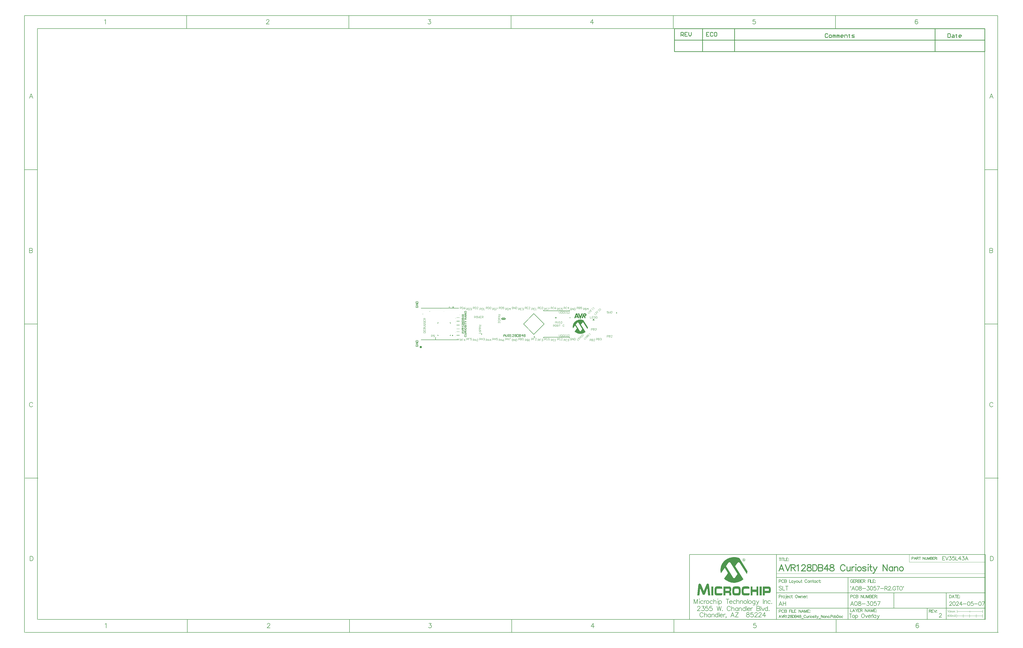
<source format=gto>
G04*
G04 #@! TF.GenerationSoftware,Altium Limited,Altium Designer,24.4.1 (13)*
G04*
G04 Layer_Color=65535*
%FSLAX43Y43*%
%MOMM*%
G71*
G04*
G04 #@! TF.SameCoordinates,F18E46F5-819F-4097-AB80-730C87273495*
G04*
G04*
G04 #@! TF.FilePolarity,Positive*
G04*
G01*
G75*
%ADD10C,0.250*%
%ADD11C,0.100*%
%ADD12C,0.254*%
%ADD13C,0.150*%
%ADD14C,0.200*%
%ADD15C,0.127*%
%ADD16C,0.125*%
%ADD17C,0.400*%
%ADD18C,0.178*%
%ADD19R,1.900X0.350*%
%ADD20R,1.200X0.150*%
%ADD21C,0.350*%
%ADD22C,0.180*%
G36*
X24042Y15254D02*
X24053D01*
X24064Y15253D01*
X24076Y15252D01*
X24103Y15249D01*
X24133Y15244D01*
X24163Y15237D01*
X24194Y15228D01*
X24195D01*
X24198Y15227D01*
X24202Y15225D01*
X24207Y15223D01*
X24214Y15221D01*
X24222Y15217D01*
X24231Y15213D01*
X24241Y15208D01*
X24263Y15197D01*
X24285Y15183D01*
X24310Y15167D01*
X24332Y15148D01*
X24333Y15147D01*
X24335Y15146D01*
X24338Y15143D01*
X24341Y15139D01*
X24347Y15134D01*
X24353Y15128D01*
X24358Y15120D01*
X24366Y15113D01*
X24380Y15093D01*
X24395Y15072D01*
X24409Y15046D01*
X24422Y15018D01*
Y15017D01*
X24423Y15014D01*
X24425Y15011D01*
X24427Y15005D01*
X24429Y14998D01*
X24431Y14989D01*
X24434Y14979D01*
X24437Y14968D01*
X24441Y14955D01*
X24444Y14941D01*
X24445Y14927D01*
X24448Y14912D01*
X24452Y14878D01*
X24453Y14843D01*
Y14833D01*
X24452Y14826D01*
Y14818D01*
X24451Y14807D01*
X24450Y14796D01*
X24449Y14784D01*
X24445Y14756D01*
X24440Y14727D01*
X24432Y14696D01*
X24422Y14666D01*
Y14665D01*
X24420Y14662D01*
X24418Y14658D01*
X24416Y14653D01*
X24413Y14646D01*
X24409Y14639D01*
X24399Y14621D01*
X24386Y14600D01*
X24370Y14578D01*
X24353Y14556D01*
X24332Y14535D01*
X24331Y14535D01*
X24329Y14534D01*
X24326Y14531D01*
X24322Y14527D01*
X24316Y14522D01*
X24309Y14518D01*
X24301Y14512D01*
X24293Y14506D01*
X24282Y14500D01*
X24272Y14493D01*
X24249Y14480D01*
X24221Y14468D01*
X24192Y14457D01*
X24191D01*
X24189Y14456D01*
X24184Y14454D01*
X24178Y14453D01*
X24171Y14451D01*
X24161Y14448D01*
X24151Y14446D01*
X24140Y14444D01*
X24128Y14441D01*
X24114Y14439D01*
X24084Y14434D01*
X24052Y14431D01*
X24017Y14430D01*
X24016D01*
X24012D01*
X24008D01*
X24001D01*
X23992Y14431D01*
X23982Y14432D01*
X23971D01*
X23959Y14434D01*
X23946Y14435D01*
X23932Y14437D01*
X23902Y14442D01*
X23871Y14448D01*
X23840Y14458D01*
X23839D01*
X23836Y14459D01*
X23832Y14460D01*
X23827Y14463D01*
X23819Y14466D01*
X23812Y14469D01*
X23802Y14474D01*
X23792Y14478D01*
X23771Y14490D01*
X23748Y14504D01*
X23725Y14519D01*
X23702Y14538D01*
X23701Y14539D01*
X23699Y14541D01*
X23697Y14544D01*
X23693Y14548D01*
X23688Y14553D01*
X23682Y14559D01*
X23676Y14566D01*
X23669Y14575D01*
X23655Y14594D01*
X23641Y14615D01*
X23627Y14640D01*
X23615Y14668D01*
Y14669D01*
X23614Y14671D01*
X23612Y14675D01*
X23610Y14681D01*
X23608Y14688D01*
X23606Y14697D01*
X23603Y14707D01*
X23599Y14717D01*
X23596Y14729D01*
X23593Y14743D01*
X23592Y14757D01*
X23589Y14772D01*
X23585Y14804D01*
X23584Y14839D01*
Y14852D01*
X23585Y14861D01*
X23586Y14872D01*
X23587Y14885D01*
X23589Y14900D01*
X23591Y14916D01*
X23593Y14933D01*
X23597Y14952D01*
X23602Y14970D01*
X23607Y14989D01*
X23613Y15008D01*
X23621Y15028D01*
X23629Y15046D01*
X23638Y15064D01*
X23639Y15065D01*
X23641Y15068D01*
X23644Y15073D01*
X23648Y15080D01*
X23653Y15087D01*
X23660Y15097D01*
X23668Y15106D01*
X23677Y15117D01*
X23687Y15129D01*
X23698Y15141D01*
X23712Y15152D01*
X23725Y15164D01*
X23739Y15176D01*
X23755Y15187D01*
X23772Y15197D01*
X23789Y15207D01*
X23790Y15207D01*
X23794Y15208D01*
X23799Y15211D01*
X23806Y15214D01*
X23816Y15218D01*
X23827Y15222D01*
X23840Y15226D01*
X23854Y15231D01*
X23871Y15236D01*
X23888Y15240D01*
X23906Y15244D01*
X23927Y15248D01*
X23948Y15251D01*
X23970Y15253D01*
X23994Y15254D01*
X24018Y15255D01*
X24019D01*
X24023D01*
X24027D01*
X24034D01*
X24042Y15254D01*
D02*
G37*
G36*
X23167Y13941D02*
X23173D01*
X23181Y13940D01*
X23189Y13939D01*
X23198Y13937D01*
X23219Y13933D01*
X23242Y13927D01*
X23264Y13917D01*
X23288Y13905D01*
X23288D01*
X23290Y13903D01*
X23293Y13901D01*
X23298Y13899D01*
X23308Y13890D01*
X23321Y13879D01*
X23337Y13864D01*
X23352Y13846D01*
X23367Y13825D01*
X23381Y13801D01*
Y13800D01*
X23383Y13798D01*
X23384Y13795D01*
X23387Y13789D01*
X23389Y13782D01*
X23392Y13775D01*
X23395Y13765D01*
X23398Y13755D01*
X23401Y13744D01*
X23405Y13732D01*
X23407Y13719D01*
X23409Y13705D01*
X23413Y13674D01*
X23415Y13640D01*
Y13631D01*
X23414Y13624D01*
Y13616D01*
X23413Y13606D01*
X23412Y13595D01*
X23411Y13584D01*
X23407Y13557D01*
X23401Y13530D01*
X23393Y13503D01*
X23382Y13476D01*
Y13475D01*
X23380Y13473D01*
X23378Y13469D01*
X23376Y13465D01*
X23373Y13459D01*
X23368Y13452D01*
X23358Y13437D01*
X23345Y13421D01*
X23329Y13404D01*
X23310Y13387D01*
X23289Y13373D01*
X23288D01*
X23287Y13371D01*
X23284Y13370D01*
X23279Y13367D01*
X23273Y13364D01*
X23267Y13362D01*
X23258Y13359D01*
X23250Y13356D01*
X23230Y13349D01*
X23208Y13344D01*
X23183Y13340D01*
X23155Y13338D01*
X23153D01*
X23149D01*
X23140Y13339D01*
X23130Y13340D01*
X23117Y13343D01*
X23103Y13346D01*
X23087Y13350D01*
X23070Y13356D01*
X23053Y13363D01*
X23035Y13373D01*
X23019Y13384D01*
X23002Y13398D01*
X22986Y13414D01*
X22972Y13433D01*
X22959Y13454D01*
X22948Y13480D01*
X22947Y13479D01*
X22946Y13475D01*
X22944Y13469D01*
X22939Y13462D01*
X22934Y13453D01*
X22928Y13443D01*
X22919Y13433D01*
X22910Y13422D01*
X22899Y13412D01*
X22887Y13402D01*
X22873Y13392D01*
X22858Y13383D01*
X22841Y13376D01*
X22823Y13370D01*
X22802Y13366D01*
X22780Y13365D01*
X22779D01*
X22777D01*
X22774D01*
X22769Y13366D01*
X22765D01*
X22758Y13367D01*
X22744Y13369D01*
X22727Y13373D01*
X22708Y13378D01*
X22689Y13387D01*
X22669Y13397D01*
X22668D01*
X22666Y13399D01*
X22664Y13401D01*
X22660Y13403D01*
X22651Y13410D01*
X22639Y13421D01*
X22626Y13434D01*
X22612Y13450D01*
X22598Y13468D01*
X22586Y13490D01*
Y13491D01*
X22585Y13493D01*
X22583Y13496D01*
X22581Y13501D01*
X22578Y13507D01*
X22576Y13514D01*
X22573Y13522D01*
X22570Y13531D01*
X22567Y13541D01*
X22564Y13552D01*
X22559Y13576D01*
X22556Y13603D01*
X22555Y13633D01*
Y13645D01*
X22556Y13651D01*
Y13658D01*
X22556Y13675D01*
X22559Y13693D01*
X22562Y13713D01*
X22567Y13734D01*
X22573Y13754D01*
Y13755D01*
X22574Y13757D01*
X22575Y13759D01*
X22576Y13763D01*
X22581Y13773D01*
X22586Y13785D01*
X22593Y13798D01*
X22601Y13813D01*
X22612Y13827D01*
X22623Y13841D01*
X22625Y13843D01*
X22629Y13847D01*
X22635Y13854D01*
X22644Y13861D01*
X22655Y13870D01*
X22667Y13879D01*
X22681Y13886D01*
X22696Y13894D01*
X22698Y13895D01*
X22703Y13897D01*
X22711Y13900D01*
X22721Y13903D01*
X22735Y13906D01*
X22749Y13909D01*
X22765Y13911D01*
X22781Y13912D01*
X22782D01*
X22784D01*
X22787D01*
X22791D01*
X22796Y13911D01*
X22802Y13910D01*
X22816Y13908D01*
X22832Y13904D01*
X22849Y13900D01*
X22867Y13892D01*
X22885Y13882D01*
X22885D01*
X22886Y13881D01*
X22892Y13876D01*
X22899Y13870D01*
X22910Y13860D01*
X22920Y13848D01*
X22930Y13834D01*
X22941Y13818D01*
X22948Y13799D01*
Y13800D01*
X22949Y13801D01*
X22950Y13807D01*
X22953Y13814D01*
X22958Y13825D01*
X22963Y13837D01*
X22971Y13850D01*
X22979Y13863D01*
X22990Y13875D01*
X22991Y13877D01*
X22996Y13881D01*
X23003Y13886D01*
X23011Y13894D01*
X23022Y13901D01*
X23034Y13910D01*
X23049Y13918D01*
X23064Y13925D01*
X23065Y13926D01*
X23071Y13928D01*
X23079Y13930D01*
X23091Y13933D01*
X23104Y13936D01*
X23119Y13939D01*
X23137Y13941D01*
X23154Y13942D01*
X23155D01*
X23157D01*
X23162D01*
X23167Y13941D01*
D02*
G37*
G36*
X24346Y14291D02*
X24354Y14290D01*
X24362Y14289D01*
X24372Y14286D01*
X24383Y14283D01*
X24394Y14279D01*
X24405Y14274D01*
X24415Y14266D01*
X24426Y14259D01*
X24434Y14249D01*
X24442Y14237D01*
X24448Y14223D01*
X24452Y14207D01*
X24453Y14190D01*
Y14181D01*
X24452Y14175D01*
X24450Y14161D01*
X24445Y14146D01*
Y14145D01*
X24444Y14142D01*
X24443Y14138D01*
X24440Y14133D01*
X24433Y14122D01*
X24424Y14109D01*
X24423Y14108D01*
X24421Y14106D01*
X24418Y14103D01*
X24414Y14099D01*
X24404Y14089D01*
X24392Y14080D01*
X24391Y14079D01*
X24389Y14078D01*
X24385Y14075D01*
X24381Y14072D01*
X24375Y14068D01*
X24369Y14063D01*
X24353Y14053D01*
X23878Y13762D01*
X24347D01*
X24348D01*
X24349D01*
X24352D01*
X24355D01*
X24365Y13761D01*
X24376Y13759D01*
X24389Y13756D01*
X24402Y13752D01*
X24414Y13745D01*
X24426Y13737D01*
X24427Y13736D01*
X24429Y13732D01*
X24434Y13727D01*
X24439Y13719D01*
X24444Y13710D01*
X24448Y13699D01*
X24452Y13686D01*
X24453Y13672D01*
Y13666D01*
X24451Y13658D01*
X24449Y13649D01*
X24446Y13638D01*
X24442Y13627D01*
X24435Y13617D01*
X24426Y13607D01*
X24425Y13606D01*
X24421Y13603D01*
X24414Y13599D01*
X24406Y13595D01*
X24395Y13591D01*
X24381Y13587D01*
X24365Y13584D01*
X24347Y13583D01*
X23716D01*
X23715D01*
X23714D01*
X23709D01*
X23701Y13584D01*
X23692D01*
X23682Y13585D01*
X23670Y13587D01*
X23661Y13589D01*
X23652Y13592D01*
X23650Y13593D01*
X23646Y13594D01*
X23640Y13597D01*
X23634Y13602D01*
X23625Y13608D01*
X23617Y13614D01*
X23609Y13623D01*
X23602Y13632D01*
X23601Y13633D01*
X23599Y13637D01*
X23596Y13642D01*
X23593Y13650D01*
X23590Y13659D01*
X23587Y13668D01*
X23585Y13680D01*
X23584Y13691D01*
Y13700D01*
X23585Y13706D01*
X23588Y13720D01*
X23593Y13734D01*
Y13735D01*
X23594Y13737D01*
X23596Y13741D01*
X23598Y13745D01*
X23606Y13756D01*
X23615Y13766D01*
X23616Y13767D01*
X23617Y13768D01*
X23621Y13771D01*
X23624Y13774D01*
X23629Y13778D01*
X23635Y13783D01*
X23649Y13792D01*
X23650Y13793D01*
X23652Y13794D01*
X23656Y13797D01*
X23662Y13801D01*
X23667Y13805D01*
X23675Y13810D01*
X23692Y13820D01*
X24166Y14116D01*
X23691D01*
X23690D01*
X23689D01*
X23686D01*
X23682D01*
X23673Y14117D01*
X23662Y14119D01*
X23649Y14122D01*
X23636Y14126D01*
X23623Y14131D01*
X23612Y14139D01*
X23611Y14140D01*
X23608Y14144D01*
X23603Y14148D01*
X23598Y14156D01*
X23593Y14165D01*
X23589Y14176D01*
X23585Y14189D01*
X23584Y14203D01*
Y14209D01*
X23586Y14217D01*
X23588Y14226D01*
X23591Y14236D01*
X23596Y14248D01*
X23603Y14258D01*
X23612Y14267D01*
X23613Y14268D01*
X23617Y14271D01*
X23623Y14275D01*
X23632Y14280D01*
X23643Y14284D01*
X23657Y14288D01*
X23673Y14291D01*
X23691Y14292D01*
X24335D01*
X24336D01*
X24340D01*
X24346Y14291D01*
D02*
G37*
G36*
X68994Y12027D02*
X68033Y14276D01*
X68557D01*
X68994Y13193D01*
X69444Y14276D01*
X69968D01*
X68994Y12027D01*
D02*
G37*
G36*
X24378Y13465D02*
X24386Y13462D01*
X24396Y13459D01*
X24406Y13455D01*
X24416Y13448D01*
X24427Y13439D01*
X24428Y13438D01*
X24430Y13434D01*
X24435Y13429D01*
X24440Y13420D01*
X24444Y13411D01*
X24449Y13399D01*
X24452Y13386D01*
X24453Y13372D01*
Y13369D01*
X24452Y13365D01*
Y13359D01*
X24449Y13347D01*
X24444Y13334D01*
Y13333D01*
X24443Y13331D01*
X24442Y13328D01*
X24439Y13325D01*
X24432Y13316D01*
X24424Y13307D01*
X24423D01*
X24421Y13305D01*
X24418Y13303D01*
X24414Y13300D01*
X24408Y13296D01*
X24401Y13293D01*
X24393Y13289D01*
X24384Y13284D01*
X24383D01*
X24379Y13282D01*
X24374Y13280D01*
X24368Y13278D01*
X24355Y13272D01*
X24349Y13270D01*
X24344Y13267D01*
X24244Y13230D01*
Y12913D01*
X24342Y12876D01*
X24343D01*
X24345Y12876D01*
X24348Y12875D01*
X24353Y12873D01*
X24364Y12868D01*
X24377Y12862D01*
X24391Y12856D01*
X24405Y12849D01*
X24419Y12842D01*
X24429Y12834D01*
X24430Y12833D01*
X24433Y12831D01*
X24437Y12827D01*
X24441Y12820D01*
X24445Y12812D01*
X24449Y12802D01*
X24452Y12788D01*
X24453Y12773D01*
Y12768D01*
X24452Y12760D01*
X24450Y12752D01*
X24446Y12742D01*
X24443Y12732D01*
X24436Y12721D01*
X24428Y12711D01*
X24427Y12710D01*
X24423Y12707D01*
X24417Y12702D01*
X24410Y12697D01*
X24401Y12692D01*
X24391Y12688D01*
X24380Y12684D01*
X24368Y12683D01*
X24367D01*
X24364D01*
X24360D01*
X24355Y12684D01*
X24343Y12686D01*
X24330Y12689D01*
X24329D01*
X24326Y12690D01*
X24323Y12692D01*
X24317Y12694D01*
X24310Y12697D01*
X24301Y12699D01*
X24291Y12703D01*
X24279Y12708D01*
X23747Y12917D01*
X23746D01*
X23743Y12919D01*
X23739Y12921D01*
X23732Y12923D01*
X23724Y12926D01*
X23714Y12930D01*
X23704Y12934D01*
X23692Y12938D01*
X23690Y12939D01*
X23686Y12940D01*
X23681Y12943D01*
X23672Y12947D01*
X23664Y12951D01*
X23654Y12956D01*
X23645Y12961D01*
X23637Y12966D01*
X23636Y12967D01*
X23633Y12969D01*
X23629Y12973D01*
X23623Y12978D01*
X23618Y12983D01*
X23611Y12991D01*
X23605Y12998D01*
X23599Y13008D01*
X23598Y13009D01*
X23596Y13012D01*
X23594Y13018D01*
X23592Y13026D01*
X23589Y13035D01*
X23586Y13045D01*
X23585Y13057D01*
X23584Y13071D01*
Y13077D01*
X23585Y13084D01*
X23586Y13093D01*
X23588Y13102D01*
X23591Y13114D01*
X23594Y13124D01*
X23599Y13134D01*
X23600Y13135D01*
X23602Y13139D01*
X23605Y13144D01*
X23609Y13149D01*
X23615Y13156D01*
X23622Y13162D01*
X23628Y13170D01*
X23637Y13175D01*
X23637Y13176D01*
X23640Y13178D01*
X23645Y13181D01*
X23651Y13184D01*
X23657Y13188D01*
X23665Y13192D01*
X23681Y13200D01*
X23682D01*
X23684Y13202D01*
X23689Y13204D01*
X23697Y13206D01*
X23705Y13210D01*
X23715Y13214D01*
X23727Y13219D01*
X23741Y13223D01*
X24274Y13440D01*
X24275D01*
X24277Y13441D01*
X24280Y13443D01*
X24284Y13444D01*
X24295Y13448D01*
X24309Y13453D01*
X24324Y13458D01*
X24340Y13462D01*
X24354Y13465D01*
X24366Y13466D01*
X24368D01*
X24371D01*
X24378Y13465D01*
D02*
G37*
G36*
X23168Y13275D02*
X23175Y13273D01*
X23184Y13270D01*
X23194Y13266D01*
X23202Y13259D01*
X23210Y13251D01*
X23211Y13250D01*
X23213Y13246D01*
X23215Y13241D01*
X23218Y13232D01*
X23221Y13223D01*
X23224Y13211D01*
X23226Y13196D01*
X23227Y13180D01*
Y13158D01*
X23320D01*
X23321D01*
X23322D01*
X23328D01*
X23336Y13157D01*
X23347Y13155D01*
X23358Y13153D01*
X23370Y13149D01*
X23381Y13143D01*
X23392Y13136D01*
X23392Y13135D01*
X23395Y13132D01*
X23399Y13126D01*
X23404Y13120D01*
X23408Y13111D01*
X23412Y13101D01*
X23415Y13089D01*
X23416Y13076D01*
Y13070D01*
X23415Y13063D01*
X23413Y13055D01*
X23410Y13046D01*
X23406Y13035D01*
X23400Y13026D01*
X23392Y13017D01*
X23391Y13016D01*
X23387Y13013D01*
X23381Y13010D01*
X23373Y13006D01*
X23363Y13002D01*
X23351Y12999D01*
X23336Y12996D01*
X23320Y12995D01*
X23227D01*
Y12716D01*
X23225Y12705D01*
X23223Y12693D01*
X23220Y12679D01*
X23215Y12664D01*
X23209Y12650D01*
X23200Y12638D01*
X23199Y12637D01*
X23196Y12633D01*
X23189Y12629D01*
X23181Y12623D01*
X23170Y12617D01*
X23157Y12613D01*
X23143Y12609D01*
X23126Y12608D01*
X23125D01*
X23124D01*
X23119Y12609D01*
X23111Y12610D01*
X23102Y12613D01*
X23101D01*
X23100Y12614D01*
X23094Y12616D01*
X23086Y12620D01*
X23077Y12626D01*
X23076D01*
X23074Y12628D01*
X23068Y12631D01*
X23061Y12636D01*
X23052Y12643D01*
X23051D01*
X23050Y12645D01*
X23047Y12648D01*
X23042Y12654D01*
X23041Y12657D01*
X23040Y12660D01*
X22630Y12958D01*
X22628Y12959D01*
X22623Y12963D01*
X22616Y12969D01*
X22607Y12975D01*
X22598Y12984D01*
X22588Y12991D01*
X22579Y13000D01*
X22571Y13008D01*
X22570Y13009D01*
X22568Y13012D01*
X22564Y13017D01*
X22560Y13023D01*
X22556Y13031D01*
X22553Y13039D01*
X22551Y13049D01*
X22550Y13061D01*
Y13065D01*
X22551Y13070D01*
X22552Y13076D01*
X22554Y13083D01*
X22556Y13092D01*
X22559Y13100D01*
X22563Y13109D01*
X22570Y13119D01*
X22576Y13127D01*
X22586Y13136D01*
X22596Y13143D01*
X22608Y13149D01*
X22623Y13154D01*
X22640Y13157D01*
X22659Y13158D01*
X23079D01*
Y13177D01*
X23080Y13185D01*
X23081Y13197D01*
X23083Y13208D01*
X23085Y13221D01*
X23089Y13233D01*
X23094Y13245D01*
X23094Y13246D01*
X23096Y13250D01*
X23100Y13255D01*
X23107Y13261D01*
X23114Y13267D01*
X23125Y13272D01*
X23139Y13275D01*
X23154Y13276D01*
X23156D01*
X23161D01*
X23168Y13275D01*
D02*
G37*
G36*
X65138Y12538D02*
X64775D01*
Y12657D01*
X65138D01*
Y12538D01*
D02*
G37*
G36*
X71017Y14274D02*
X71031Y14272D01*
X71047Y14270D01*
X71066Y14265D01*
X71087Y14260D01*
X71109Y14251D01*
X71130Y14243D01*
X71134Y14241D01*
X71140Y14237D01*
X71151Y14230D01*
X71165Y14224D01*
X71180Y14211D01*
X71198Y14199D01*
X71217Y14184D01*
X71234Y14166D01*
X71236Y14165D01*
X71243Y14158D01*
X71251Y14149D01*
X71264Y14135D01*
X71276Y14121D01*
X71290Y14102D01*
X71304Y14083D01*
X71317Y14062D01*
X71319Y14060D01*
X71324Y14052D01*
X71330Y14041D01*
X71338Y14026D01*
X71347Y14008D01*
X71357Y13989D01*
X71375Y13946D01*
Y13944D01*
X71376Y13939D01*
X71378Y13930D01*
X71380Y13920D01*
X71383Y13904D01*
X71387Y13889D01*
X71389Y13870D01*
X71390Y13847D01*
X71394Y13825D01*
Y13800D01*
Y13746D01*
X71390Y13689D01*
X71385Y13658D01*
X71380Y13628D01*
Y13627D01*
X71378Y13622D01*
X71376Y13613D01*
X71373Y13602D01*
X71368Y13589D01*
X71363Y13573D01*
X71354Y13554D01*
X71345Y13535D01*
X71324Y13493D01*
X71310Y13471D01*
X71297Y13446D01*
X71279Y13424D01*
X71260Y13401D01*
X71239Y13379D01*
X71217Y13358D01*
X71215D01*
X71213Y13354D01*
X71203Y13346D01*
X71186Y13334D01*
X71163Y13316D01*
X71137Y13299D01*
X71107Y13278D01*
X71076Y13257D01*
X71042Y13238D01*
X71040D01*
X71038Y13236D01*
X71033Y13233D01*
X71026Y13229D01*
X71007Y13221D01*
X70983Y13210D01*
X70953Y13200D01*
X70920Y13188D01*
X70884Y13177D01*
X70846Y13169D01*
X71078Y12457D01*
X70540D01*
X70375Y13108D01*
X70264D01*
X69983Y12457D01*
X69456D01*
X70023Y13785D01*
X70025Y13788D01*
X70028Y13795D01*
X70034Y13809D01*
X70041Y13826D01*
X70049Y13847D01*
X70060Y13873D01*
X70070Y13901D01*
X70084Y13930D01*
Y13932D01*
X70086Y13934D01*
X70091Y13944D01*
X70098Y13962D01*
X70106Y13982D01*
X70117Y14007D01*
X70129Y14033D01*
X70155Y14090D01*
Y14092D01*
X70157Y14093D01*
X70159Y14099D01*
X70160Y14106D01*
X70167Y14123D01*
X70178Y14147D01*
X70188Y14175D01*
X70200Y14206D01*
X70212Y14239D01*
X70226Y14276D01*
X71010D01*
X71017Y14274D01*
D02*
G37*
G36*
X68563Y12461D02*
X68056Y12456D01*
X67917Y12773D01*
X67201D01*
X67071Y12454D01*
X66562D01*
X67263Y14276D01*
X67787D01*
X68563Y12461D01*
D02*
G37*
G36*
X23169Y12546D02*
X23176D01*
X23183Y12545D01*
X23200Y12542D01*
X23221Y12538D01*
X23243Y12531D01*
X23265Y12522D01*
X23288Y12510D01*
X23288D01*
X23290Y12508D01*
X23293Y12506D01*
X23297Y12503D01*
X23307Y12495D01*
X23319Y12483D01*
X23333Y12468D01*
X23348Y12450D01*
X23362Y12429D01*
X23374Y12406D01*
X23375Y12404D01*
X23377Y12399D01*
X23378Y12392D01*
X23382Y12382D01*
X23386Y12370D01*
X23389Y12355D01*
X23392Y12339D01*
X23395Y12321D01*
Y12319D01*
X23396Y12316D01*
Y12313D01*
X23397Y12308D01*
Y12302D01*
X23398Y12288D01*
X23400Y12271D01*
X23401Y12251D01*
X23402Y12229D01*
Y11945D01*
X23400Y11935D01*
X23398Y11922D01*
X23395Y11908D01*
X23391Y11894D01*
X23384Y11881D01*
X23375Y11869D01*
X23374Y11868D01*
X23369Y11866D01*
X23363Y11861D01*
X23354Y11856D01*
X23342Y11852D01*
X23327Y11847D01*
X23310Y11844D01*
X23289Y11843D01*
X22675D01*
X22674D01*
X22672D01*
X22669D01*
X22665D01*
X22655Y11845D01*
X22642Y11847D01*
X22628Y11850D01*
X22614Y11854D01*
X22600Y11861D01*
X22588Y11869D01*
X22587Y11870D01*
X22584Y11875D01*
X22580Y11881D01*
X22574Y11890D01*
X22570Y11902D01*
X22565Y11917D01*
X22562Y11934D01*
X22561Y11955D01*
Y12241D01*
X22562Y12256D01*
X22563Y12271D01*
X22565Y12289D01*
X22567Y12307D01*
X22570Y12324D01*
Y12326D01*
X22571Y12331D01*
X22573Y12341D01*
X22577Y12352D01*
X22582Y12365D01*
X22587Y12380D01*
X22596Y12395D01*
X22605Y12411D01*
X22606Y12412D01*
X22607Y12416D01*
X22611Y12421D01*
X22615Y12427D01*
X22620Y12435D01*
X22628Y12442D01*
X22636Y12451D01*
X22646Y12460D01*
X22646Y12461D01*
X22650Y12464D01*
X22656Y12468D01*
X22663Y12473D01*
X22673Y12479D01*
X22683Y12485D01*
X22695Y12491D01*
X22707Y12495D01*
X22709Y12496D01*
X22713Y12497D01*
X22720Y12499D01*
X22729Y12502D01*
X22739Y12504D01*
X22751Y12506D01*
X22765Y12507D01*
X22778Y12508D01*
X22780D01*
X22783D01*
X22790Y12507D01*
X22798Y12506D01*
X22810Y12504D01*
X22822Y12501D01*
X22835Y12497D01*
X22849Y12493D01*
X22864Y12486D01*
X22878Y12478D01*
X22893Y12468D01*
X22908Y12456D01*
X22921Y12442D01*
X22934Y12426D01*
X22945Y12407D01*
X22956Y12386D01*
Y12387D01*
X22957Y12388D01*
X22958Y12392D01*
X22960Y12401D01*
X22965Y12411D01*
X22971Y12423D01*
X22978Y12436D01*
X22987Y12451D01*
X22998Y12466D01*
X23010Y12481D01*
X23025Y12496D01*
X23041Y12510D01*
X23060Y12522D01*
X23080Y12532D01*
X23104Y12540D01*
X23129Y12545D01*
X23143Y12547D01*
X23157D01*
X23158D01*
X23160D01*
X23164D01*
X23169Y12546D01*
D02*
G37*
G36*
X59460Y12654D02*
X59721D01*
Y12543D01*
X59460D01*
Y12280D01*
X59348D01*
Y12543D01*
X59087D01*
Y12654D01*
X59348D01*
Y12915D01*
X59460D01*
Y12654D01*
D02*
G37*
G36*
X24346Y12564D02*
X24354Y12563D01*
X24362Y12562D01*
X24372Y12560D01*
X24383Y12557D01*
X24394Y12552D01*
X24405Y12548D01*
X24415Y12540D01*
X24426Y12533D01*
X24434Y12522D01*
X24442Y12511D01*
X24448Y12497D01*
X24452Y12481D01*
X24453Y12463D01*
Y12455D01*
X24452Y12448D01*
X24450Y12434D01*
X24445Y12419D01*
Y12418D01*
X24444Y12415D01*
X24443Y12412D01*
X24440Y12407D01*
X24433Y12396D01*
X24424Y12383D01*
X24423Y12382D01*
X24421Y12380D01*
X24418Y12377D01*
X24414Y12372D01*
X24404Y12363D01*
X24392Y12354D01*
X24391Y12353D01*
X24389Y12352D01*
X24385Y12349D01*
X24381Y12346D01*
X24375Y12341D01*
X24369Y12337D01*
X24353Y12326D01*
X23878Y12036D01*
X24347D01*
X24348D01*
X24349D01*
X24352D01*
X24355D01*
X24365Y12035D01*
X24376Y12033D01*
X24389Y12029D01*
X24402Y12025D01*
X24414Y12019D01*
X24426Y12010D01*
X24427Y12010D01*
X24429Y12006D01*
X24434Y12000D01*
X24439Y11993D01*
X24444Y11983D01*
X24448Y11973D01*
X24452Y11960D01*
X24453Y11946D01*
Y11939D01*
X24451Y11932D01*
X24449Y11922D01*
X24446Y11912D01*
X24442Y11901D01*
X24435Y11890D01*
X24426Y11880D01*
X24425Y11879D01*
X24421Y11876D01*
X24414Y11873D01*
X24406Y11869D01*
X24395Y11864D01*
X24381Y11861D01*
X24365Y11858D01*
X24347Y11857D01*
X23716D01*
X23715D01*
X23714D01*
X23709D01*
X23701Y11858D01*
X23692D01*
X23682Y11859D01*
X23670Y11861D01*
X23661Y11862D01*
X23652Y11865D01*
X23650Y11866D01*
X23646Y11868D01*
X23640Y11871D01*
X23634Y11875D01*
X23625Y11881D01*
X23617Y11888D01*
X23609Y11896D01*
X23602Y11905D01*
X23601Y11906D01*
X23599Y11910D01*
X23596Y11916D01*
X23593Y11923D01*
X23590Y11933D01*
X23587Y11942D01*
X23585Y11953D01*
X23584Y11965D01*
Y11974D01*
X23585Y11980D01*
X23588Y11994D01*
X23593Y12008D01*
Y12009D01*
X23594Y12010D01*
X23596Y12014D01*
X23598Y12019D01*
X23606Y12029D01*
X23615Y12040D01*
X23616Y12040D01*
X23617Y12041D01*
X23621Y12044D01*
X23624Y12048D01*
X23629Y12052D01*
X23635Y12056D01*
X23649Y12066D01*
X23650Y12067D01*
X23652Y12068D01*
X23656Y12070D01*
X23662Y12074D01*
X23667Y12079D01*
X23675Y12084D01*
X23692Y12094D01*
X24166Y12390D01*
X23691D01*
X23690D01*
X23689D01*
X23686D01*
X23682D01*
X23673Y12391D01*
X23662Y12393D01*
X23649Y12396D01*
X23636Y12399D01*
X23623Y12405D01*
X23612Y12413D01*
X23611Y12413D01*
X23608Y12417D01*
X23603Y12422D01*
X23598Y12429D01*
X23593Y12439D01*
X23589Y12449D01*
X23585Y12462D01*
X23584Y12476D01*
Y12483D01*
X23586Y12490D01*
X23588Y12500D01*
X23591Y12510D01*
X23596Y12521D01*
X23603Y12532D01*
X23612Y12541D01*
X23613Y12542D01*
X23617Y12545D01*
X23623Y12548D01*
X23632Y12553D01*
X23643Y12558D01*
X23657Y12562D01*
X23673Y12564D01*
X23691Y12565D01*
X24335D01*
X24336D01*
X24340D01*
X24346Y12564D01*
D02*
G37*
G36*
X23006Y11704D02*
X23016D01*
X23025Y11703D01*
X23046Y11701D01*
X23069Y11699D01*
X23093Y11695D01*
X23117Y11690D01*
X23118D01*
X23120Y11689D01*
X23123D01*
X23127Y11688D01*
X23133Y11687D01*
X23139Y11685D01*
X23154Y11680D01*
X23171Y11674D01*
X23190Y11668D01*
X23210Y11659D01*
X23229Y11650D01*
X23230D01*
X23231Y11649D01*
X23234Y11647D01*
X23238Y11645D01*
X23247Y11640D01*
X23259Y11631D01*
X23273Y11622D01*
X23287Y11610D01*
X23301Y11597D01*
X23315Y11583D01*
X23317Y11581D01*
X23320Y11576D01*
X23327Y11569D01*
X23334Y11558D01*
X23344Y11547D01*
X23352Y11533D01*
X23362Y11519D01*
X23369Y11504D01*
X23370Y11502D01*
X23372Y11497D01*
X23376Y11489D01*
X23379Y11478D01*
X23384Y11465D01*
X23388Y11450D01*
X23392Y11435D01*
X23395Y11418D01*
Y11416D01*
X23396Y11413D01*
Y11409D01*
X23397Y11400D01*
X23398Y11388D01*
X23400Y11372D01*
X23401Y11354D01*
X23402Y11334D01*
Y11089D01*
X23401Y11080D01*
X23400Y11070D01*
X23398Y11058D01*
X23395Y11045D01*
X23392Y11033D01*
X23387Y11022D01*
X23386Y11021D01*
X23384Y11018D01*
X23380Y11014D01*
X23376Y11008D01*
X23369Y11002D01*
X23362Y10997D01*
X23353Y10992D01*
X23344Y10988D01*
X23343D01*
X23339Y10987D01*
X23333Y10986D01*
X23324Y10985D01*
X23315Y10984D01*
X23303Y10982D01*
X23289Y10981D01*
X23274D01*
X22675D01*
X22674D01*
X22672D01*
X22669D01*
X22665D01*
X22655Y10983D01*
X22642Y10985D01*
X22629Y10987D01*
X22614Y10992D01*
X22601Y10999D01*
X22589Y11008D01*
X22588Y11009D01*
X22585Y11014D01*
X22580Y11019D01*
X22575Y11029D01*
X22570Y11041D01*
X22566Y11056D01*
X22562Y11073D01*
X22561Y11093D01*
Y11324D01*
X22562Y11331D01*
Y11350D01*
X22563Y11360D01*
X22565Y11384D01*
X22569Y11408D01*
X22572Y11434D01*
X22578Y11458D01*
Y11459D01*
X22579Y11461D01*
X22580Y11465D01*
X22582Y11469D01*
X22584Y11475D01*
X22586Y11481D01*
X22593Y11496D01*
X22602Y11515D01*
X22614Y11535D01*
X22629Y11555D01*
X22647Y11576D01*
X22648Y11578D01*
X22652Y11582D01*
X22659Y11588D01*
X22667Y11596D01*
X22678Y11606D01*
X22692Y11616D01*
X22709Y11629D01*
X22728Y11641D01*
X22750Y11652D01*
X22774Y11664D01*
X22802Y11674D01*
X22832Y11685D01*
X22865Y11692D01*
X22900Y11699D01*
X22939Y11703D01*
X22980Y11704D01*
X22981D01*
X22983D01*
X22988D01*
X22992D01*
X22999D01*
X23006Y11704D01*
D02*
G37*
G36*
X23672Y11455D02*
X23679D01*
X23685Y11453D01*
X23694Y11451D01*
X23702Y11448D01*
X23711Y11444D01*
X23712Y11443D01*
X23715Y11442D01*
X23720Y11439D01*
X23727Y11435D01*
X23738Y11429D01*
X23749Y11422D01*
X23762Y11412D01*
X23778Y11401D01*
X24085Y11204D01*
X24341D01*
X24342D01*
X24344D01*
X24347D01*
X24351D01*
X24360Y11203D01*
X24372Y11201D01*
X24385Y11198D01*
X24399Y11193D01*
X24413Y11187D01*
X24425Y11177D01*
X24426Y11176D01*
X24429Y11173D01*
X24433Y11167D01*
X24439Y11158D01*
X24444Y11148D01*
X24448Y11137D01*
X24452Y11124D01*
X24453Y11109D01*
Y11107D01*
X24452Y11102D01*
X24451Y11094D01*
X24449Y11084D01*
X24446Y11073D01*
X24441Y11062D01*
X24434Y11051D01*
X24425Y11040D01*
X24424Y11039D01*
X24419Y11037D01*
X24413Y11032D01*
X24404Y11028D01*
X24392Y11024D01*
X24378Y11019D01*
X24361Y11016D01*
X24341Y11015D01*
X24085D01*
X23774Y10815D01*
X23772Y10814D01*
X23768Y10811D01*
X23760Y10806D01*
X23752Y10800D01*
X23742Y10795D01*
X23731Y10788D01*
X23720Y10783D01*
X23711Y10778D01*
X23710D01*
X23706Y10776D01*
X23701Y10774D01*
X23696Y10772D01*
X23681Y10769D01*
X23673Y10768D01*
X23666Y10767D01*
X23664D01*
X23660D01*
X23653Y10768D01*
X23646Y10770D01*
X23637Y10773D01*
X23627Y10777D01*
X23618Y10784D01*
X23608Y10792D01*
X23608Y10793D01*
X23605Y10797D01*
X23601Y10802D01*
X23596Y10810D01*
X23592Y10818D01*
X23588Y10830D01*
X23585Y10842D01*
X23584Y10855D01*
Y10861D01*
X23585Y10868D01*
X23587Y10877D01*
X23590Y10887D01*
X23593Y10896D01*
X23598Y10905D01*
X23606Y10914D01*
X23607Y10915D01*
X23610Y10918D01*
X23616Y10922D01*
X23623Y10928D01*
X23635Y10936D01*
X23649Y10946D01*
X23666Y10957D01*
X23686Y10969D01*
X23928Y11113D01*
X23686Y11257D01*
X23685Y11258D01*
X23682Y11260D01*
X23678Y11262D01*
X23672Y11265D01*
X23660Y11273D01*
X23647Y11280D01*
X23646Y11281D01*
X23644Y11282D01*
X23641Y11284D01*
X23637Y11287D01*
X23627Y11294D01*
X23617Y11303D01*
X23616Y11304D01*
X23614Y11305D01*
X23611Y11308D01*
X23608Y11311D01*
X23601Y11320D01*
X23593Y11331D01*
Y11332D01*
X23592Y11334D01*
X23591Y11338D01*
X23589Y11342D01*
X23587Y11348D01*
X23586Y11354D01*
X23584Y11370D01*
Y11377D01*
X23585Y11383D01*
X23587Y11392D01*
X23590Y11401D01*
X23594Y11412D01*
X23600Y11422D01*
X23608Y11431D01*
X23609Y11432D01*
X23612Y11435D01*
X23618Y11439D01*
X23624Y11443D01*
X23632Y11448D01*
X23641Y11452D01*
X23652Y11455D01*
X23664Y11456D01*
X23665D01*
X23667D01*
X23672Y11455D01*
D02*
G37*
G36*
X23167Y10850D02*
X23173D01*
X23181Y10849D01*
X23189Y10848D01*
X23198Y10846D01*
X23219Y10842D01*
X23242Y10836D01*
X23264Y10826D01*
X23288Y10814D01*
X23288D01*
X23290Y10812D01*
X23293Y10810D01*
X23298Y10807D01*
X23308Y10799D01*
X23321Y10788D01*
X23337Y10773D01*
X23352Y10755D01*
X23367Y10734D01*
X23381Y10710D01*
Y10709D01*
X23383Y10707D01*
X23384Y10703D01*
X23387Y10698D01*
X23389Y10691D01*
X23392Y10684D01*
X23395Y10674D01*
X23398Y10664D01*
X23401Y10653D01*
X23405Y10641D01*
X23407Y10628D01*
X23409Y10613D01*
X23413Y10583D01*
X23415Y10549D01*
Y10539D01*
X23414Y10533D01*
Y10524D01*
X23413Y10515D01*
X23412Y10504D01*
X23411Y10493D01*
X23407Y10466D01*
X23401Y10439D01*
X23393Y10412D01*
X23382Y10385D01*
Y10384D01*
X23380Y10382D01*
X23378Y10378D01*
X23376Y10374D01*
X23373Y10368D01*
X23368Y10361D01*
X23358Y10346D01*
X23345Y10329D01*
X23329Y10313D01*
X23310Y10296D01*
X23289Y10282D01*
X23288D01*
X23287Y10280D01*
X23284Y10279D01*
X23279Y10276D01*
X23273Y10273D01*
X23267Y10270D01*
X23258Y10268D01*
X23250Y10265D01*
X23230Y10258D01*
X23208Y10253D01*
X23183Y10249D01*
X23155Y10247D01*
X23153D01*
X23149D01*
X23140Y10248D01*
X23130Y10249D01*
X23117Y10252D01*
X23103Y10255D01*
X23087Y10259D01*
X23070Y10265D01*
X23053Y10272D01*
X23035Y10282D01*
X23019Y10293D01*
X23002Y10307D01*
X22986Y10323D01*
X22972Y10342D01*
X22959Y10363D01*
X22948Y10389D01*
X22947Y10388D01*
X22946Y10384D01*
X22944Y10378D01*
X22939Y10371D01*
X22934Y10362D01*
X22928Y10352D01*
X22919Y10342D01*
X22910Y10331D01*
X22899Y10321D01*
X22887Y10311D01*
X22873Y10300D01*
X22858Y10292D01*
X22841Y10285D01*
X22823Y10279D01*
X22802Y10275D01*
X22780Y10274D01*
X22779D01*
X22777D01*
X22774D01*
X22769Y10275D01*
X22765D01*
X22758Y10276D01*
X22744Y10278D01*
X22727Y10282D01*
X22708Y10287D01*
X22689Y10296D01*
X22669Y10306D01*
X22668D01*
X22666Y10308D01*
X22664Y10310D01*
X22660Y10312D01*
X22651Y10319D01*
X22639Y10329D01*
X22626Y10343D01*
X22612Y10359D01*
X22598Y10377D01*
X22586Y10399D01*
Y10400D01*
X22585Y10402D01*
X22583Y10405D01*
X22581Y10410D01*
X22578Y10416D01*
X22576Y10423D01*
X22573Y10431D01*
X22570Y10440D01*
X22567Y10450D01*
X22564Y10461D01*
X22559Y10485D01*
X22556Y10512D01*
X22555Y10542D01*
Y10553D01*
X22556Y10560D01*
Y10567D01*
X22556Y10583D01*
X22559Y10602D01*
X22562Y10622D01*
X22567Y10643D01*
X22573Y10663D01*
Y10664D01*
X22574Y10666D01*
X22575Y10668D01*
X22576Y10672D01*
X22581Y10682D01*
X22586Y10694D01*
X22593Y10707D01*
X22601Y10722D01*
X22612Y10736D01*
X22623Y10750D01*
X22625Y10752D01*
X22629Y10756D01*
X22635Y10762D01*
X22644Y10770D01*
X22655Y10778D01*
X22667Y10788D01*
X22681Y10795D01*
X22696Y10803D01*
X22698Y10804D01*
X22703Y10806D01*
X22711Y10808D01*
X22721Y10812D01*
X22735Y10815D01*
X22749Y10818D01*
X22765Y10820D01*
X22781Y10821D01*
X22782D01*
X22784D01*
X22787D01*
X22791D01*
X22796Y10820D01*
X22802Y10819D01*
X22816Y10817D01*
X22832Y10813D01*
X22849Y10808D01*
X22867Y10801D01*
X22885Y10791D01*
X22885D01*
X22886Y10790D01*
X22892Y10785D01*
X22899Y10778D01*
X22910Y10769D01*
X22920Y10757D01*
X22930Y10743D01*
X22941Y10727D01*
X22948Y10708D01*
Y10709D01*
X22949Y10710D01*
X22950Y10716D01*
X22953Y10723D01*
X22958Y10733D01*
X22963Y10746D01*
X22971Y10759D01*
X22979Y10772D01*
X22990Y10784D01*
X22991Y10786D01*
X22996Y10790D01*
X23003Y10795D01*
X23011Y10803D01*
X23022Y10810D01*
X23034Y10819D01*
X23049Y10827D01*
X23064Y10834D01*
X23065Y10835D01*
X23071Y10837D01*
X23079Y10839D01*
X23091Y10842D01*
X23104Y10845D01*
X23119Y10848D01*
X23137Y10850D01*
X23154Y10851D01*
X23155D01*
X23157D01*
X23162D01*
X23167Y10850D01*
D02*
G37*
G36*
X23691Y10740D02*
X23699Y10739D01*
X23709Y10735D01*
X23718Y10731D01*
X23727Y10725D01*
X23736Y10716D01*
X23737Y10715D01*
X23740Y10711D01*
X23742Y10706D01*
X23746Y10698D01*
X23751Y10688D01*
X23754Y10676D01*
X23757Y10662D01*
X23757Y10645D01*
Y10476D01*
X24341D01*
X24342D01*
X24344D01*
X24347D01*
X24351D01*
X24360Y10475D01*
X24372Y10473D01*
X24386Y10470D01*
X24399Y10465D01*
X24414Y10458D01*
X24425Y10450D01*
X24426Y10449D01*
X24429Y10445D01*
X24433Y10440D01*
X24439Y10431D01*
X24444Y10422D01*
X24448Y10410D01*
X24452Y10396D01*
X24453Y10382D01*
Y10380D01*
X24452Y10375D01*
X24451Y10366D01*
X24449Y10357D01*
X24446Y10346D01*
X24441Y10335D01*
X24434Y10323D01*
X24425Y10313D01*
X24424Y10312D01*
X24419Y10309D01*
X24413Y10305D01*
X24404Y10301D01*
X24392Y10296D01*
X24378Y10292D01*
X24361Y10289D01*
X24341Y10288D01*
X23757D01*
Y10110D01*
X23757Y10101D01*
X23755Y10091D01*
X23752Y10080D01*
X23748Y10068D01*
X23743Y10056D01*
X23736Y10046D01*
X23735Y10045D01*
X23732Y10042D01*
X23727Y10038D01*
X23721Y10035D01*
X23712Y10030D01*
X23703Y10026D01*
X23691Y10023D01*
X23679Y10023D01*
X23677D01*
X23672D01*
X23666Y10023D01*
X23657Y10025D01*
X23648Y10029D01*
X23638Y10033D01*
X23628Y10039D01*
X23620Y10048D01*
X23619Y10049D01*
X23616Y10053D01*
X23613Y10058D01*
X23608Y10066D01*
X23605Y10076D01*
X23602Y10088D01*
X23599Y10101D01*
X23598Y10117D01*
Y10652D01*
X23599Y10661D01*
X23601Y10671D01*
X23604Y10683D01*
X23608Y10695D01*
X23613Y10706D01*
X23621Y10716D01*
X23622Y10717D01*
X23624Y10720D01*
X23630Y10725D01*
X23637Y10729D01*
X23645Y10733D01*
X23654Y10738D01*
X23666Y10740D01*
X23679Y10741D01*
X23681D01*
X23684D01*
X23691Y10740D01*
D02*
G37*
G36*
X23337Y10162D02*
X23345Y10160D01*
X23353Y10157D01*
X23362Y10153D01*
X23372Y10149D01*
X23380Y10141D01*
X23381Y10140D01*
X23384Y10137D01*
X23387Y10133D01*
X23391Y10125D01*
X23395Y10117D01*
X23398Y10105D01*
X23401Y10092D01*
X23402Y10077D01*
Y9659D01*
X23400Y9651D01*
X23398Y9640D01*
X23395Y9628D01*
X23391Y9616D01*
X23384Y9604D01*
X23376Y9593D01*
X23375Y9592D01*
X23371Y9589D01*
X23365Y9584D01*
X23358Y9580D01*
X23349Y9575D01*
X23338Y9570D01*
X23327Y9567D01*
X23314Y9567D01*
X23313D01*
X23310D01*
X23304Y9567D01*
X23298Y9568D01*
X23290Y9570D01*
X23280Y9573D01*
X23269Y9577D01*
X23257Y9582D01*
X23255Y9583D01*
X23251Y9585D01*
X23244Y9589D01*
X23236Y9594D01*
X23227Y9600D01*
X23216Y9608D01*
X23207Y9616D01*
X23198Y9627D01*
X23197Y9627D01*
X23194Y9629D01*
X23190Y9633D01*
X23185Y9638D01*
X23179Y9643D01*
X23171Y9651D01*
X23153Y9668D01*
X23134Y9687D01*
X23111Y9708D01*
X23090Y9731D01*
X23068Y9753D01*
X23067Y9754D01*
X23065Y9756D01*
X23063Y9759D01*
X23059Y9763D01*
X23049Y9774D01*
X23038Y9787D01*
X23026Y9801D01*
X23013Y9816D01*
X23002Y9829D01*
X22993Y9841D01*
Y9842D01*
X22992Y9843D01*
X22988Y9849D01*
X22982Y9856D01*
X22974Y9866D01*
X22965Y9878D01*
X22955Y9890D01*
X22944Y9902D01*
X22931Y9913D01*
X22929Y9914D01*
X22926Y9918D01*
X22919Y9924D01*
X22912Y9930D01*
X22901Y9937D01*
X22891Y9944D01*
X22880Y9951D01*
X22868Y9957D01*
X22866Y9958D01*
X22862Y9960D01*
X22855Y9962D01*
X22847Y9966D01*
X22838Y9969D01*
X22827Y9971D01*
X22815Y9972D01*
X22804Y9973D01*
X22802D01*
X22798D01*
X22793Y9972D01*
X22785Y9971D01*
X22776Y9970D01*
X22766Y9967D01*
X22756Y9963D01*
X22747Y9957D01*
X22746Y9956D01*
X22742Y9955D01*
X22737Y9951D01*
X22732Y9946D01*
X22725Y9941D01*
X22719Y9933D01*
X22712Y9925D01*
X22706Y9915D01*
X22705Y9914D01*
X22704Y9911D01*
X22702Y9905D01*
X22699Y9897D01*
X22696Y9889D01*
X22693Y9880D01*
X22692Y9868D01*
X22691Y9857D01*
Y9851D01*
X22692Y9846D01*
X22693Y9840D01*
X22694Y9834D01*
X22699Y9819D01*
X22706Y9802D01*
X22711Y9793D01*
X22717Y9785D01*
X22723Y9776D01*
X22732Y9768D01*
X22741Y9760D01*
X22751Y9752D01*
X22753Y9751D01*
X22755Y9750D01*
X22760Y9748D01*
X22765Y9746D01*
X22773Y9743D01*
X22783Y9739D01*
X22796Y9734D01*
X22798Y9733D01*
X22803Y9732D01*
X22810Y9729D01*
X22818Y9725D01*
X22827Y9720D01*
X22838Y9715D01*
X22848Y9709D01*
X22857Y9702D01*
X22858Y9701D01*
X22861Y9698D01*
X22865Y9694D01*
X22869Y9687D01*
X22872Y9680D01*
X22876Y9670D01*
X22879Y9658D01*
X22880Y9645D01*
Y9640D01*
X22879Y9634D01*
X22877Y9627D01*
X22874Y9617D01*
X22870Y9609D01*
X22866Y9599D01*
X22858Y9591D01*
X22857Y9590D01*
X22855Y9587D01*
X22850Y9584D01*
X22843Y9581D01*
X22835Y9576D01*
X22825Y9573D01*
X22813Y9570D01*
X22800Y9569D01*
X22799D01*
X22798D01*
X22793D01*
X22785Y9570D01*
X22774Y9571D01*
X22761Y9574D01*
X22747Y9577D01*
X22731Y9582D01*
X22715Y9587D01*
X22714D01*
X22713Y9588D01*
X22707Y9591D01*
X22699Y9595D01*
X22689Y9600D01*
X22676Y9608D01*
X22662Y9617D01*
X22649Y9628D01*
X22635Y9641D01*
X22633Y9642D01*
X22630Y9647D01*
X22623Y9655D01*
X22615Y9666D01*
X22605Y9679D01*
X22596Y9694D01*
X22586Y9712D01*
X22578Y9732D01*
Y9732D01*
X22577Y9734D01*
X22576Y9737D01*
X22574Y9741D01*
X22572Y9747D01*
X22571Y9753D01*
X22569Y9761D01*
X22567Y9768D01*
X22563Y9787D01*
X22559Y9809D01*
X22556Y9834D01*
X22556Y9860D01*
Y9875D01*
X22556Y9882D01*
X22557Y9891D01*
Y9901D01*
X22559Y9911D01*
X22562Y9936D01*
X22568Y9961D01*
X22574Y9986D01*
X22584Y10011D01*
Y10012D01*
X22585Y10013D01*
X22587Y10017D01*
X22591Y10026D01*
X22597Y10035D01*
X22604Y10046D01*
X22614Y10059D01*
X22624Y10071D01*
X22636Y10083D01*
X22638Y10085D01*
X22642Y10089D01*
X22648Y10094D01*
X22658Y10101D01*
X22669Y10109D01*
X22682Y10117D01*
X22696Y10125D01*
X22712Y10132D01*
X22714Y10133D01*
X22720Y10135D01*
X22728Y10137D01*
X22739Y10141D01*
X22752Y10144D01*
X22767Y10147D01*
X22784Y10149D01*
X22801Y10150D01*
X22802D01*
X22804D01*
X22808D01*
X22813Y10149D01*
X22820D01*
X22827Y10148D01*
X22836Y10147D01*
X22844Y10145D01*
X22865Y10141D01*
X22887Y10135D01*
X22910Y10126D01*
X22932Y10114D01*
X22933D01*
X22935Y10112D01*
X22938Y10110D01*
X22942Y10107D01*
X22952Y10101D01*
X22965Y10091D01*
X22980Y10080D01*
X22995Y10068D01*
X23010Y10055D01*
X23024Y10041D01*
X23026Y10039D01*
X23031Y10034D01*
X23034Y10030D01*
X23038Y10025D01*
X23043Y10019D01*
X23049Y10012D01*
X23056Y10004D01*
X23064Y9996D01*
X23072Y9986D01*
X23080Y9975D01*
X23091Y9963D01*
X23101Y9950D01*
X23113Y9936D01*
X23125Y9921D01*
X23126Y9920D01*
X23128Y9917D01*
X23132Y9913D01*
X23137Y9908D01*
X23142Y9900D01*
X23149Y9893D01*
X23164Y9876D01*
X23181Y9856D01*
X23198Y9837D01*
X23214Y9821D01*
X23222Y9814D01*
X23229Y9807D01*
X23230Y9806D01*
X23232Y9806D01*
X23237Y9799D01*
X23243Y9792D01*
X23246Y9787D01*
X23248Y9782D01*
Y10069D01*
X23249Y10078D01*
X23251Y10089D01*
X23254Y10101D01*
X23258Y10113D01*
X23262Y10125D01*
X23270Y10135D01*
X23271Y10136D01*
X23273Y10140D01*
X23278Y10144D01*
X23285Y10150D01*
X23292Y10154D01*
X23303Y10159D01*
X23313Y10162D01*
X23326Y10163D01*
X23327D01*
X23332D01*
X23337Y10162D01*
D02*
G37*
G36*
X24360Y9932D02*
X24372Y9929D01*
X24385Y9926D01*
X24399Y9921D01*
X24413Y9915D01*
X24425Y9905D01*
X24426Y9904D01*
X24429Y9901D01*
X24433Y9895D01*
X24439Y9887D01*
X24444Y9877D01*
X24448Y9865D01*
X24452Y9851D01*
X24453Y9836D01*
Y9834D01*
X24452Y9829D01*
X24451Y9822D01*
X24449Y9813D01*
X24446Y9801D01*
X24441Y9790D01*
X24434Y9779D01*
X24425Y9769D01*
X24424Y9768D01*
X24419Y9765D01*
X24413Y9760D01*
X24403Y9756D01*
X24392Y9752D01*
X24377Y9747D01*
X24360Y9744D01*
X24341Y9743D01*
X23697D01*
X23696D01*
X23694D01*
X23691D01*
X23687D01*
X23678Y9744D01*
X23666Y9746D01*
X23652Y9750D01*
X23638Y9754D01*
X23624Y9760D01*
X23613Y9769D01*
X23612Y9769D01*
X23608Y9773D01*
X23604Y9779D01*
X23598Y9787D01*
X23593Y9797D01*
X23589Y9808D01*
X23585Y9821D01*
X23584Y9836D01*
Y9844D01*
X23586Y9851D01*
X23588Y9861D01*
X23592Y9872D01*
X23596Y9884D01*
X23604Y9895D01*
X23613Y9905D01*
X23614Y9906D01*
X23619Y9910D01*
X23625Y9914D01*
X23634Y9919D01*
X23646Y9924D01*
X23660Y9929D01*
X23677Y9932D01*
X23697Y9933D01*
X24341D01*
X24342D01*
X24344D01*
X24347D01*
X24351D01*
X24360Y9932D01*
D02*
G37*
G36*
X24195Y9603D02*
X24202D01*
X24210Y9602D01*
X24219Y9600D01*
X24229Y9599D01*
X24250Y9594D01*
X24274Y9587D01*
X24298Y9576D01*
X24310Y9571D01*
X24322Y9563D01*
X24323D01*
X24325Y9561D01*
X24327Y9560D01*
X24332Y9556D01*
X24343Y9546D01*
X24357Y9533D01*
X24372Y9517D01*
X24388Y9497D01*
X24404Y9473D01*
X24418Y9446D01*
Y9445D01*
X24420Y9442D01*
X24421Y9439D01*
X24424Y9433D01*
X24427Y9425D01*
X24429Y9417D01*
X24432Y9407D01*
X24435Y9396D01*
X24439Y9382D01*
X24442Y9369D01*
X24444Y9354D01*
X24447Y9338D01*
X24450Y9321D01*
X24451Y9304D01*
X24453Y9266D01*
Y9254D01*
X24452Y9246D01*
X24451Y9235D01*
X24450Y9222D01*
X24449Y9209D01*
X24447Y9194D01*
X24444Y9178D01*
X24442Y9161D01*
X24433Y9127D01*
X24428Y9110D01*
X24421Y9093D01*
X24414Y9077D01*
X24406Y9061D01*
Y9060D01*
X24404Y9058D01*
X24402Y9055D01*
X24399Y9052D01*
X24392Y9040D01*
X24382Y9027D01*
X24369Y9012D01*
X24353Y8996D01*
X24335Y8981D01*
X24314Y8966D01*
X24313D01*
X24311Y8964D01*
X24309Y8962D01*
X24305Y8961D01*
X24299Y8958D01*
X24294Y8955D01*
X24279Y8948D01*
X24262Y8941D01*
X24243Y8935D01*
X24222Y8932D01*
X24202Y8930D01*
X24200D01*
X24196D01*
X24190Y8931D01*
X24181Y8932D01*
X24172Y8935D01*
X24162Y8940D01*
X24152Y8946D01*
X24143Y8954D01*
X24142Y8955D01*
X24139Y8959D01*
X24134Y8963D01*
X24130Y8971D01*
X24126Y8979D01*
X24121Y8990D01*
X24118Y9002D01*
X24117Y9015D01*
Y9021D01*
X24118Y9026D01*
X24120Y9033D01*
X24122Y9041D01*
X24126Y9050D01*
X24130Y9058D01*
X24137Y9067D01*
X24138Y9067D01*
X24141Y9070D01*
X24145Y9074D01*
X24151Y9079D01*
X24159Y9084D01*
X24167Y9091D01*
X24178Y9097D01*
X24190Y9102D01*
X24192Y9103D01*
X24197Y9105D01*
X24204Y9108D01*
X24213Y9112D01*
X24222Y9116D01*
X24234Y9122D01*
X24244Y9127D01*
X24253Y9134D01*
X24254Y9135D01*
X24257Y9137D01*
X24262Y9141D01*
X24267Y9146D01*
X24274Y9153D01*
X24280Y9161D01*
X24287Y9171D01*
X24294Y9181D01*
X24295Y9183D01*
X24295Y9186D01*
X24298Y9193D01*
X24301Y9202D01*
X24304Y9214D01*
X24306Y9228D01*
X24308Y9245D01*
X24309Y9262D01*
Y9269D01*
X24308Y9274D01*
Y9280D01*
X24307Y9287D01*
X24305Y9303D01*
X24301Y9321D01*
X24295Y9338D01*
X24288Y9357D01*
X24278Y9374D01*
Y9375D01*
X24276Y9376D01*
X24272Y9381D01*
X24265Y9388D01*
X24256Y9396D01*
X24245Y9403D01*
X24232Y9410D01*
X24217Y9415D01*
X24209Y9417D01*
X24201D01*
X24199D01*
X24194D01*
X24188Y9416D01*
X24179Y9414D01*
X24170Y9411D01*
X24160Y9408D01*
X24151Y9402D01*
X24142Y9395D01*
X24141Y9394D01*
X24138Y9391D01*
X24133Y9385D01*
X24129Y9379D01*
X24123Y9370D01*
X24116Y9360D01*
X24111Y9348D01*
X24106Y9335D01*
X24105Y9333D01*
X24104Y9328D01*
X24101Y9320D01*
X24098Y9307D01*
X24093Y9292D01*
X24088Y9275D01*
X24084Y9254D01*
X24078Y9231D01*
Y9230D01*
X24077Y9227D01*
X24076Y9222D01*
X24074Y9216D01*
X24072Y9208D01*
X24070Y9199D01*
X24068Y9189D01*
X24064Y9178D01*
X24057Y9155D01*
X24049Y9129D01*
X24040Y9104D01*
X24029Y9080D01*
Y9079D01*
X24028Y9077D01*
X24026Y9074D01*
X24024Y9069D01*
X24017Y9058D01*
X24009Y9045D01*
X23997Y9029D01*
X23983Y9013D01*
X23967Y8997D01*
X23950Y8982D01*
X23949D01*
X23947Y8980D01*
X23944Y8978D01*
X23940Y8977D01*
X23936Y8974D01*
X23930Y8971D01*
X23922Y8967D01*
X23915Y8964D01*
X23897Y8957D01*
X23876Y8951D01*
X23851Y8947D01*
X23825Y8946D01*
X23824D01*
X23822D01*
X23818D01*
X23813Y8947D01*
X23807D01*
X23800Y8947D01*
X23783Y8950D01*
X23763Y8955D01*
X23742Y8962D01*
X23720Y8971D01*
X23698Y8984D01*
X23697Y8985D01*
X23696Y8986D01*
X23693Y8988D01*
X23689Y8992D01*
X23680Y9000D01*
X23667Y9012D01*
X23653Y9028D01*
X23639Y9047D01*
X23626Y9069D01*
X23614Y9095D01*
Y9096D01*
X23613Y9098D01*
X23611Y9102D01*
X23609Y9108D01*
X23608Y9114D01*
X23605Y9123D01*
X23602Y9132D01*
X23599Y9143D01*
X23596Y9156D01*
X23593Y9168D01*
X23591Y9182D01*
X23589Y9197D01*
X23585Y9230D01*
X23584Y9264D01*
Y9277D01*
X23585Y9284D01*
Y9291D01*
X23586Y9300D01*
X23587Y9310D01*
X23589Y9331D01*
X23593Y9353D01*
X23597Y9376D01*
X23604Y9398D01*
Y9399D01*
X23605Y9401D01*
X23606Y9404D01*
X23608Y9408D01*
X23611Y9418D01*
X23618Y9432D01*
X23625Y9447D01*
X23634Y9463D01*
X23645Y9479D01*
X23656Y9494D01*
X23658Y9496D01*
X23662Y9500D01*
X23668Y9507D01*
X23677Y9515D01*
X23687Y9525D01*
X23699Y9534D01*
X23712Y9543D01*
X23726Y9550D01*
X23727Y9551D01*
X23731Y9553D01*
X23739Y9556D01*
X23748Y9560D01*
X23758Y9562D01*
X23771Y9565D01*
X23783Y9567D01*
X23796Y9568D01*
X23798D01*
X23802D01*
X23808Y9567D01*
X23817Y9565D01*
X23826Y9562D01*
X23836Y9558D01*
X23847Y9552D01*
X23857Y9544D01*
X23858Y9543D01*
X23861Y9539D01*
X23865Y9534D01*
X23870Y9527D01*
X23876Y9518D01*
X23879Y9508D01*
X23883Y9496D01*
X23884Y9483D01*
Y9477D01*
X23883Y9471D01*
X23882Y9464D01*
X23880Y9455D01*
X23877Y9447D01*
X23874Y9440D01*
X23868Y9432D01*
X23867Y9431D01*
X23865Y9429D01*
X23861Y9425D01*
X23855Y9422D01*
X23848Y9416D01*
X23839Y9410D01*
X23829Y9404D01*
X23817Y9397D01*
X23816D01*
X23815Y9396D01*
X23809Y9394D01*
X23802Y9389D01*
X23791Y9383D01*
X23781Y9376D01*
X23770Y9367D01*
X23758Y9357D01*
X23749Y9347D01*
X23748Y9346D01*
X23745Y9341D01*
X23742Y9335D01*
X23737Y9324D01*
X23732Y9311D01*
X23728Y9295D01*
X23726Y9276D01*
X23725Y9253D01*
Y9243D01*
X23726Y9232D01*
X23727Y9218D01*
X23731Y9203D01*
X23736Y9187D01*
X23742Y9172D01*
X23751Y9157D01*
X23752Y9156D01*
X23756Y9152D01*
X23760Y9146D01*
X23768Y9141D01*
X23776Y9134D01*
X23787Y9128D01*
X23798Y9125D01*
X23810Y9123D01*
X23811D01*
X23814D01*
X23817Y9124D01*
X23822Y9125D01*
X23834Y9127D01*
X23840Y9130D01*
X23847Y9134D01*
X23847Y9135D01*
X23849Y9136D01*
X23852Y9139D01*
X23856Y9142D01*
X23860Y9147D01*
X23864Y9153D01*
X23869Y9159D01*
X23874Y9167D01*
X23875Y9168D01*
X23876Y9171D01*
X23877Y9175D01*
X23880Y9181D01*
X23884Y9187D01*
X23887Y9195D01*
X23892Y9211D01*
Y9212D01*
X23893Y9216D01*
X23895Y9221D01*
X23897Y9230D01*
X23901Y9241D01*
X23905Y9255D01*
X23908Y9272D01*
X23914Y9292D01*
Y9293D01*
X23915Y9295D01*
X23916Y9299D01*
X23917Y9304D01*
X23919Y9310D01*
X23920Y9317D01*
X23924Y9334D01*
X23930Y9352D01*
X23936Y9374D01*
X23942Y9396D01*
X23950Y9417D01*
Y9418D01*
X23951Y9420D01*
X23951Y9423D01*
X23953Y9426D01*
X23957Y9438D01*
X23963Y9451D01*
X23970Y9466D01*
X23979Y9483D01*
X23988Y9500D01*
X23998Y9515D01*
Y9516D01*
X23999Y9517D01*
X24004Y9522D01*
X24010Y9530D01*
X24019Y9539D01*
X24029Y9549D01*
X24042Y9560D01*
X24056Y9571D01*
X24073Y9580D01*
X24074D01*
X24075Y9581D01*
X24078Y9582D01*
X24082Y9584D01*
X24091Y9588D01*
X24103Y9592D01*
X24119Y9596D01*
X24138Y9600D01*
X24159Y9603D01*
X24182Y9604D01*
X24183D01*
X24186D01*
X24190D01*
X24195Y9603D01*
D02*
G37*
G36*
X23304Y9307D02*
X23312D01*
X23321Y9305D01*
X23332Y9303D01*
X23343Y9300D01*
X23354Y9297D01*
X23366Y9292D01*
X23378Y9286D01*
X23388Y9279D01*
X23396Y9270D01*
X23405Y9260D01*
X23410Y9248D01*
X23414Y9235D01*
X23416Y9219D01*
Y9212D01*
X23414Y9205D01*
X23412Y9196D01*
X23409Y9186D01*
X23405Y9176D01*
X23398Y9165D01*
X23390Y9156D01*
X23389Y9155D01*
X23385Y9152D01*
X23378Y9149D01*
X23370Y9145D01*
X23360Y9140D01*
X23347Y9136D01*
X23332Y9134D01*
X23315Y9133D01*
X22817D01*
X22818Y9132D01*
X22822Y9127D01*
X22827Y9120D01*
X22834Y9112D01*
X22842Y9102D01*
X22852Y9089D01*
X22861Y9076D01*
X22871Y9062D01*
X22891Y9033D01*
X22900Y9018D01*
X22909Y9003D01*
X22915Y8989D01*
X22921Y8976D01*
X22925Y8964D01*
X22926Y8953D01*
Y8948D01*
X22925Y8942D01*
X22923Y8936D01*
X22920Y8928D01*
X22916Y8920D01*
X22912Y8911D01*
X22904Y8903D01*
X22903Y8902D01*
X22900Y8899D01*
X22896Y8896D01*
X22889Y8893D01*
X22882Y8888D01*
X22873Y8885D01*
X22864Y8882D01*
X22853Y8881D01*
X22851D01*
X22847D01*
X22841Y8882D01*
X22834Y8884D01*
X22825Y8886D01*
X22818Y8890D01*
X22810Y8895D01*
X22804Y8901D01*
X22803Y8902D01*
X22801Y8905D01*
X22797Y8910D01*
X22794Y8917D01*
X22788Y8926D01*
X22781Y8939D01*
X22774Y8953D01*
X22766Y8969D01*
Y8970D01*
X22765Y8971D01*
X22764Y8975D01*
X22761Y8980D01*
X22758Y8985D01*
X22755Y8992D01*
X22747Y9007D01*
X22737Y9024D01*
X22726Y9042D01*
X22714Y9059D01*
X22702Y9074D01*
X22700Y9076D01*
X22695Y9081D01*
X22689Y9089D01*
X22679Y9098D01*
X22667Y9109D01*
X22654Y9120D01*
X22640Y9133D01*
X22624Y9145D01*
X22623D01*
X22622Y9146D01*
X22616Y9149D01*
X22609Y9155D01*
X22601Y9162D01*
X22591Y9169D01*
X22582Y9176D01*
X22573Y9182D01*
X22568Y9187D01*
X22567Y9188D01*
X22566Y9190D01*
X22564Y9193D01*
X22561Y9197D01*
X22559Y9203D01*
X22557Y9210D01*
X22556Y9220D01*
X22556Y9230D01*
Y9236D01*
X22556Y9242D01*
X22559Y9251D01*
X22562Y9259D01*
X22567Y9269D01*
X22573Y9278D01*
X22583Y9286D01*
X22584Y9287D01*
X22587Y9290D01*
X22594Y9293D01*
X22601Y9298D01*
X22612Y9301D01*
X22624Y9304D01*
X22638Y9307D01*
X22653Y9308D01*
X23293D01*
X23294D01*
X23299D01*
X23304Y9307D01*
D02*
G37*
G36*
X23346Y8761D02*
X23350Y8761D01*
X23362Y8758D01*
X23370Y8754D01*
X23377Y8750D01*
X23378Y8749D01*
X23379Y8748D01*
X23383Y8746D01*
X23387Y8742D01*
X23392Y8737D01*
X23396Y8731D01*
X23406Y8717D01*
Y8716D01*
X23407Y8714D01*
X23408Y8710D01*
X23410Y8704D01*
X23412Y8697D01*
X23414Y8689D01*
X23415Y8680D01*
X23416Y8671D01*
Y8665D01*
X23415Y8659D01*
X23414Y8652D01*
X23412Y8643D01*
X23410Y8635D01*
X23407Y8626D01*
X23402Y8617D01*
X23401Y8616D01*
X23399Y8613D01*
X23396Y8610D01*
X23392Y8605D01*
X23381Y8594D01*
X23367Y8582D01*
X23366Y8581D01*
X23363Y8580D01*
X23359Y8577D01*
X23351Y8572D01*
X23343Y8566D01*
X23333Y8560D01*
X23319Y8552D01*
X23305Y8544D01*
X23182Y8477D01*
X23181D01*
X23180Y8475D01*
X23174Y8471D01*
X23165Y8464D01*
X23154Y8456D01*
X23142Y8447D01*
X23129Y8436D01*
X23117Y8425D01*
X23105Y8415D01*
X23104Y8414D01*
X23100Y8410D01*
X23094Y8405D01*
X23088Y8398D01*
X23081Y8390D01*
X23075Y8381D01*
X23068Y8372D01*
X23064Y8361D01*
X23063Y8360D01*
X23062Y8357D01*
X23060Y8351D01*
X23058Y8342D01*
X23056Y8333D01*
X23054Y8321D01*
X23052Y8308D01*
Y8248D01*
X23304D01*
X23305D01*
X23307D01*
X23310D01*
X23314D01*
X23323Y8247D01*
X23335Y8244D01*
X23349Y8241D01*
X23362Y8237D01*
X23377Y8230D01*
X23388Y8221D01*
X23389Y8220D01*
X23392Y8216D01*
X23396Y8210D01*
X23402Y8202D01*
X23407Y8193D01*
X23411Y8180D01*
X23415Y8167D01*
X23416Y8152D01*
Y8150D01*
X23415Y8145D01*
X23414Y8136D01*
X23412Y8127D01*
X23408Y8116D01*
X23404Y8104D01*
X23396Y8093D01*
X23387Y8083D01*
X23386Y8082D01*
X23381Y8079D01*
X23375Y8075D01*
X23365Y8071D01*
X23354Y8066D01*
X23340Y8062D01*
X23323Y8059D01*
X23304Y8059D01*
X22675D01*
X22674D01*
X22672D01*
X22669D01*
X22665D01*
X22655Y8060D01*
X22642Y8062D01*
X22629Y8065D01*
X22614Y8070D01*
X22601Y8076D01*
X22589Y8086D01*
X22588Y8087D01*
X22585Y8091D01*
X22580Y8097D01*
X22575Y8106D01*
X22570Y8118D01*
X22566Y8133D01*
X22562Y8150D01*
X22561Y8171D01*
Y8461D01*
X22562Y8474D01*
Y8489D01*
X22563Y8505D01*
X22565Y8522D01*
X22567Y8537D01*
Y8539D01*
X22568Y8545D01*
X22569Y8552D01*
X22571Y8564D01*
X22574Y8576D01*
X22578Y8589D01*
X22583Y8603D01*
X22588Y8617D01*
X22589Y8619D01*
X22591Y8624D01*
X22595Y8630D01*
X22601Y8640D01*
X22607Y8650D01*
X22615Y8661D01*
X22625Y8672D01*
X22636Y8685D01*
X22638Y8686D01*
X22642Y8689D01*
X22648Y8695D01*
X22658Y8702D01*
X22668Y8710D01*
X22681Y8717D01*
X22695Y8725D01*
X22710Y8731D01*
X22712Y8732D01*
X22718Y8734D01*
X22726Y8737D01*
X22737Y8740D01*
X22750Y8743D01*
X22765Y8746D01*
X22781Y8747D01*
X22798Y8748D01*
X22799D01*
X22802D01*
X22808D01*
X22814Y8747D01*
X22823Y8746D01*
X22832Y8746D01*
X22842Y8744D01*
X22854Y8742D01*
X22878Y8735D01*
X22890Y8731D01*
X22903Y8725D01*
X22916Y8718D01*
X22929Y8712D01*
X22941Y8702D01*
X22952Y8693D01*
X22953Y8692D01*
X22955Y8690D01*
X22958Y8687D01*
X22961Y8683D01*
X22966Y8677D01*
X22971Y8671D01*
X22976Y8663D01*
X22983Y8654D01*
X22989Y8643D01*
X22995Y8632D01*
X23002Y8619D01*
X23007Y8606D01*
X23013Y8591D01*
X23018Y8575D01*
X23022Y8558D01*
X23026Y8540D01*
X23027Y8542D01*
X23028Y8547D01*
X23032Y8555D01*
X23037Y8566D01*
X23045Y8577D01*
X23054Y8591D01*
X23067Y8606D01*
X23083Y8621D01*
X23084Y8622D01*
X23085Y8623D01*
X23088Y8625D01*
X23092Y8627D01*
X23101Y8636D01*
X23113Y8645D01*
X23128Y8656D01*
X23145Y8670D01*
X23163Y8682D01*
X23183Y8694D01*
X23183D01*
X23184Y8696D01*
X23187Y8697D01*
X23191Y8700D01*
X23201Y8705D01*
X23214Y8712D01*
X23228Y8720D01*
X23245Y8729D01*
X23261Y8736D01*
X23278Y8744D01*
X23280Y8745D01*
X23285Y8746D01*
X23293Y8749D01*
X23302Y8753D01*
X23322Y8760D01*
X23332Y8761D01*
X23339Y8762D01*
X23340D01*
X23342D01*
X23346Y8761D01*
D02*
G37*
G36*
X69123Y11894D02*
X69182D01*
X69247Y11888D01*
X69323Y11882D01*
X69400Y11870D01*
X69489Y11858D01*
X69583Y11841D01*
X69772Y11799D01*
X69972Y11740D01*
X70167Y11664D01*
X71937Y8855D01*
Y8849D01*
Y8832D01*
X71931Y8802D01*
Y8767D01*
X71925Y8719D01*
X71914Y8672D01*
X71890Y8554D01*
Y8548D01*
X71884Y8525D01*
X71878Y8495D01*
X71866Y8448D01*
X71849Y8395D01*
X71837Y8336D01*
X71796Y8206D01*
X70261Y10602D01*
X70256Y10608D01*
X70238Y10631D01*
X70214Y10661D01*
X70185Y10696D01*
X70143Y10731D01*
X70096Y10761D01*
X70043Y10785D01*
X69984Y10790D01*
X69961D01*
X69937Y10779D01*
X69902Y10767D01*
X69866Y10749D01*
X69825Y10714D01*
X69778Y10672D01*
X69730Y10613D01*
X69217Y9911D01*
X71023Y7067D01*
X71011Y7061D01*
X70981Y7032D01*
X70934Y6997D01*
X70869Y6949D01*
X70787Y6890D01*
X70686Y6825D01*
X70568Y6755D01*
X70439Y6684D01*
X70291Y6613D01*
X70132Y6542D01*
X69961Y6477D01*
X69778Y6418D01*
X69583Y6371D01*
X69376Y6336D01*
X69158Y6306D01*
X68934Y6300D01*
X68881D01*
X68851Y6306D01*
X68816D01*
X68727Y6312D01*
X68621Y6330D01*
X68497Y6347D01*
X68356Y6377D01*
X68208Y6418D01*
X68043Y6465D01*
X67872Y6524D01*
X67695Y6601D01*
X67518Y6690D01*
X67335Y6796D01*
X67152Y6920D01*
X66975Y7061D01*
X66804Y7221D01*
X67571Y8277D01*
X67577Y8283D01*
X67583Y8295D01*
X67589Y8312D01*
X67595Y8336D01*
X67600Y8365D01*
X67612Y8401D01*
X67618Y8448D01*
Y8454D01*
Y8466D01*
X67612Y8483D01*
X67606Y8507D01*
X67600Y8537D01*
X67583Y8572D01*
X67565Y8613D01*
X67536Y8660D01*
X66969Y9545D01*
X66125Y8377D01*
Y8383D01*
X66119Y8395D01*
X66114Y8413D01*
X66108Y8442D01*
X66102Y8472D01*
X66096Y8513D01*
X66078Y8607D01*
X66054Y8719D01*
X66043Y8849D01*
X66031Y8991D01*
X66025Y9144D01*
Y9150D01*
Y9156D01*
Y9191D01*
X66031Y9250D01*
X66037Y9327D01*
X66049Y9422D01*
X66066Y9534D01*
X66096Y9658D01*
X66125Y9793D01*
X66167Y9935D01*
X66220Y10088D01*
X66291Y10242D01*
X66367Y10407D01*
X66462Y10566D01*
X66568Y10726D01*
X66692Y10885D01*
X66833Y11038D01*
X66845Y11050D01*
X66875Y11074D01*
X66922Y11121D01*
X66987Y11174D01*
X67075Y11239D01*
X67176Y11310D01*
X67294Y11386D01*
X67429Y11469D01*
X67583Y11552D01*
X67748Y11628D01*
X67925Y11699D01*
X68120Y11764D01*
X68326Y11823D01*
X68544Y11864D01*
X68775Y11888D01*
X69017Y11900D01*
X69081D01*
X69123Y11894D01*
D02*
G37*
G36*
X24042Y8819D02*
X24053D01*
X24064Y8818D01*
X24076Y8816D01*
X24103Y8813D01*
X24133Y8809D01*
X24163Y8802D01*
X24194Y8793D01*
X24195D01*
X24198Y8792D01*
X24202Y8790D01*
X24207Y8788D01*
X24214Y8785D01*
X24222Y8782D01*
X24231Y8778D01*
X24241Y8773D01*
X24263Y8762D01*
X24285Y8748D01*
X24310Y8732D01*
X24332Y8713D01*
X24333Y8712D01*
X24335Y8710D01*
X24338Y8708D01*
X24341Y8704D01*
X24347Y8699D01*
X24353Y8693D01*
X24358Y8685D01*
X24366Y8678D01*
X24380Y8658D01*
X24395Y8636D01*
X24409Y8611D01*
X24422Y8583D01*
Y8582D01*
X24423Y8579D01*
X24425Y8575D01*
X24427Y8570D01*
X24429Y8562D01*
X24431Y8554D01*
X24434Y8544D01*
X24437Y8532D01*
X24441Y8520D01*
X24444Y8506D01*
X24445Y8492D01*
X24448Y8477D01*
X24452Y8443D01*
X24453Y8408D01*
Y8398D01*
X24452Y8391D01*
Y8382D01*
X24451Y8372D01*
X24450Y8361D01*
X24449Y8349D01*
X24445Y8320D01*
X24440Y8291D01*
X24432Y8260D01*
X24422Y8230D01*
Y8230D01*
X24420Y8227D01*
X24418Y8223D01*
X24416Y8217D01*
X24413Y8211D01*
X24409Y8203D01*
X24399Y8186D01*
X24386Y8165D01*
X24370Y8142D01*
X24353Y8121D01*
X24332Y8100D01*
X24331Y8099D01*
X24329Y8098D01*
X24326Y8096D01*
X24322Y8092D01*
X24316Y8087D01*
X24309Y8082D01*
X24301Y8077D01*
X24293Y8071D01*
X24282Y8065D01*
X24272Y8058D01*
X24249Y8045D01*
X24221Y8033D01*
X24192Y8021D01*
X24191D01*
X24189Y8021D01*
X24184Y8019D01*
X24178Y8018D01*
X24171Y8016D01*
X24161Y8013D01*
X24151Y8011D01*
X24140Y8008D01*
X24128Y8006D01*
X24114Y8004D01*
X24084Y7999D01*
X24052Y7996D01*
X24017Y7995D01*
X24016D01*
X24012D01*
X24008D01*
X24001D01*
X23992Y7996D01*
X23982Y7997D01*
X23971D01*
X23959Y7999D01*
X23946Y8000D01*
X23932Y8002D01*
X23902Y8006D01*
X23871Y8013D01*
X23840Y8022D01*
X23839D01*
X23836Y8023D01*
X23832Y8025D01*
X23827Y8028D01*
X23819Y8031D01*
X23812Y8034D01*
X23802Y8038D01*
X23792Y8043D01*
X23771Y8054D01*
X23748Y8068D01*
X23725Y8084D01*
X23702Y8103D01*
X23701Y8104D01*
X23699Y8106D01*
X23697Y8109D01*
X23693Y8112D01*
X23688Y8118D01*
X23682Y8124D01*
X23676Y8131D01*
X23669Y8140D01*
X23655Y8158D01*
X23641Y8180D01*
X23627Y8205D01*
X23615Y8232D01*
Y8233D01*
X23614Y8236D01*
X23612Y8240D01*
X23610Y8245D01*
X23608Y8253D01*
X23606Y8261D01*
X23603Y8272D01*
X23599Y8282D01*
X23596Y8294D01*
X23593Y8307D01*
X23592Y8321D01*
X23589Y8336D01*
X23585Y8369D01*
X23584Y8404D01*
Y8417D01*
X23585Y8425D01*
X23586Y8437D01*
X23587Y8450D01*
X23589Y8465D01*
X23591Y8481D01*
X23593Y8498D01*
X23597Y8516D01*
X23602Y8535D01*
X23607Y8554D01*
X23613Y8573D01*
X23621Y8592D01*
X23629Y8611D01*
X23638Y8629D01*
X23639Y8630D01*
X23641Y8633D01*
X23644Y8638D01*
X23648Y8645D01*
X23653Y8652D01*
X23660Y8662D01*
X23668Y8671D01*
X23677Y8682D01*
X23687Y8693D01*
X23698Y8706D01*
X23712Y8717D01*
X23725Y8729D01*
X23739Y8740D01*
X23755Y8752D01*
X23772Y8762D01*
X23789Y8771D01*
X23790Y8772D01*
X23794Y8773D01*
X23799Y8776D01*
X23806Y8779D01*
X23816Y8783D01*
X23827Y8786D01*
X23840Y8791D01*
X23854Y8796D01*
X23871Y8800D01*
X23888Y8805D01*
X23906Y8809D01*
X23927Y8813D01*
X23948Y8815D01*
X23970Y8818D01*
X23994Y8819D01*
X24018Y8820D01*
X24019D01*
X24023D01*
X24027D01*
X24034D01*
X24042Y8819D01*
D02*
G37*
G36*
X24360Y7862D02*
X24372Y7859D01*
X24385Y7857D01*
X24399Y7852D01*
X24413Y7845D01*
X24425Y7836D01*
X24426Y7835D01*
X24429Y7831D01*
X24433Y7826D01*
X24439Y7817D01*
X24444Y7808D01*
X24448Y7796D01*
X24452Y7782D01*
X24453Y7767D01*
Y7765D01*
X24452Y7760D01*
X24451Y7752D01*
X24449Y7743D01*
X24446Y7732D01*
X24441Y7721D01*
X24434Y7709D01*
X24425Y7699D01*
X24424Y7698D01*
X24419Y7695D01*
X24413Y7691D01*
X24403Y7687D01*
X24392Y7682D01*
X24377Y7678D01*
X24360Y7675D01*
X24341Y7674D01*
X23697D01*
X23696D01*
X23694D01*
X23691D01*
X23687D01*
X23678Y7675D01*
X23666Y7677D01*
X23652Y7680D01*
X23638Y7684D01*
X23624Y7691D01*
X23613Y7699D01*
X23612Y7700D01*
X23608Y7704D01*
X23604Y7709D01*
X23598Y7718D01*
X23593Y7727D01*
X23589Y7738D01*
X23585Y7752D01*
X23584Y7767D01*
Y7774D01*
X23586Y7782D01*
X23588Y7792D01*
X23592Y7802D01*
X23596Y7814D01*
X23604Y7826D01*
X23613Y7836D01*
X23614Y7837D01*
X23619Y7841D01*
X23625Y7844D01*
X23634Y7850D01*
X23646Y7855D01*
X23660Y7859D01*
X23677Y7862D01*
X23697Y7863D01*
X24341D01*
X24342D01*
X24344D01*
X24347D01*
X24351D01*
X24360Y7862D01*
D02*
G37*
G36*
X24383Y7529D02*
X24387Y7528D01*
X24399Y7526D01*
X24407Y7522D01*
X24414Y7518D01*
X24414Y7517D01*
X24416Y7516D01*
X24420Y7513D01*
X24424Y7510D01*
X24429Y7505D01*
X24433Y7499D01*
X24443Y7485D01*
Y7484D01*
X24444Y7482D01*
X24445Y7478D01*
X24447Y7472D01*
X24449Y7465D01*
X24451Y7457D01*
X24452Y7448D01*
X24453Y7438D01*
Y7433D01*
X24452Y7427D01*
X24451Y7420D01*
X24449Y7411D01*
X24447Y7403D01*
X24444Y7394D01*
X24439Y7385D01*
X24438Y7384D01*
X24436Y7381D01*
X24433Y7378D01*
X24429Y7373D01*
X24418Y7362D01*
X24404Y7350D01*
X24403Y7349D01*
X24400Y7348D01*
X24396Y7345D01*
X24388Y7340D01*
X24380Y7334D01*
X24369Y7328D01*
X24356Y7320D01*
X24342Y7312D01*
X24219Y7244D01*
X24218D01*
X24217Y7243D01*
X24211Y7239D01*
X24202Y7232D01*
X24191Y7224D01*
X24179Y7214D01*
X24166Y7204D01*
X24154Y7193D01*
X24142Y7183D01*
X24141Y7182D01*
X24137Y7178D01*
X24131Y7173D01*
X24125Y7166D01*
X24118Y7158D01*
X24112Y7149D01*
X24105Y7140D01*
X24101Y7129D01*
X24100Y7128D01*
X24099Y7125D01*
X24097Y7119D01*
X24095Y7110D01*
X24093Y7101D01*
X24091Y7089D01*
X24089Y7076D01*
Y7016D01*
X24341D01*
X24342D01*
X24344D01*
X24347D01*
X24351D01*
X24360Y7015D01*
X24372Y7012D01*
X24386Y7009D01*
X24399Y7005D01*
X24414Y6998D01*
X24425Y6989D01*
X24426Y6988D01*
X24429Y6984D01*
X24433Y6978D01*
X24439Y6970D01*
X24444Y6960D01*
X24448Y6948D01*
X24452Y6935D01*
X24453Y6920D01*
Y6918D01*
X24452Y6913D01*
X24451Y6904D01*
X24449Y6895D01*
X24445Y6884D01*
X24441Y6872D01*
X24433Y6861D01*
X24424Y6851D01*
X24423Y6850D01*
X24418Y6847D01*
X24412Y6843D01*
X24402Y6839D01*
X24391Y6834D01*
X24377Y6830D01*
X24360Y6827D01*
X24341Y6826D01*
X23712D01*
X23711D01*
X23709D01*
X23706D01*
X23702D01*
X23692Y6828D01*
X23679Y6830D01*
X23666Y6833D01*
X23651Y6838D01*
X23637Y6844D01*
X23626Y6854D01*
X23625Y6855D01*
X23622Y6859D01*
X23617Y6865D01*
X23612Y6874D01*
X23607Y6886D01*
X23603Y6901D01*
X23599Y6918D01*
X23598Y6939D01*
Y7229D01*
X23599Y7242D01*
Y7257D01*
X23600Y7273D01*
X23602Y7289D01*
X23604Y7305D01*
Y7307D01*
X23605Y7313D01*
X23606Y7320D01*
X23608Y7332D01*
X23611Y7344D01*
X23615Y7357D01*
X23620Y7371D01*
X23625Y7385D01*
X23626Y7387D01*
X23628Y7392D01*
X23632Y7398D01*
X23637Y7408D01*
X23644Y7418D01*
X23652Y7429D01*
X23662Y7440D01*
X23673Y7453D01*
X23675Y7453D01*
X23679Y7457D01*
X23685Y7463D01*
X23695Y7470D01*
X23705Y7478D01*
X23718Y7485D01*
X23732Y7493D01*
X23747Y7499D01*
X23749Y7500D01*
X23755Y7502D01*
X23763Y7505D01*
X23774Y7508D01*
X23787Y7511D01*
X23802Y7513D01*
X23818Y7515D01*
X23835Y7516D01*
X23836D01*
X23839D01*
X23845D01*
X23851Y7515D01*
X23860Y7514D01*
X23869Y7513D01*
X23879Y7512D01*
X23891Y7510D01*
X23915Y7503D01*
X23927Y7498D01*
X23940Y7493D01*
X23953Y7486D01*
X23966Y7480D01*
X23978Y7470D01*
X23989Y7461D01*
X23990Y7460D01*
X23992Y7458D01*
X23995Y7455D01*
X23998Y7451D01*
X24003Y7445D01*
X24008Y7438D01*
X24013Y7431D01*
X24020Y7422D01*
X24026Y7411D01*
X24032Y7400D01*
X24039Y7387D01*
X24044Y7374D01*
X24050Y7359D01*
X24055Y7343D01*
X24059Y7326D01*
X24063Y7308D01*
X24064Y7310D01*
X24065Y7315D01*
X24069Y7323D01*
X24074Y7334D01*
X24082Y7345D01*
X24091Y7359D01*
X24104Y7374D01*
X24120Y7389D01*
X24121Y7390D01*
X24122Y7391D01*
X24125Y7393D01*
X24129Y7395D01*
X24138Y7404D01*
X24150Y7413D01*
X24165Y7424D01*
X24182Y7438D01*
X24200Y7450D01*
X24220Y7462D01*
X24220D01*
X24221Y7464D01*
X24224Y7465D01*
X24228Y7468D01*
X24238Y7473D01*
X24251Y7480D01*
X24265Y7488D01*
X24282Y7497D01*
X24298Y7504D01*
X24315Y7512D01*
X24317Y7513D01*
X24322Y7514D01*
X24330Y7517D01*
X24339Y7521D01*
X24359Y7528D01*
X24369Y7529D01*
X24376Y7530D01*
X24377D01*
X24379D01*
X24383Y7529D01*
D02*
G37*
G36*
X22651Y7940D02*
X22662Y7939D01*
X22663D01*
X22665Y7938D01*
X22668Y7937D01*
X22672Y7936D01*
X22682Y7933D01*
X22694Y7928D01*
X22695D01*
X22697Y7927D01*
X22700Y7926D01*
X22705Y7924D01*
X22714Y7922D01*
X22724Y7918D01*
X23259Y7719D01*
X23260D01*
X23264Y7717D01*
X23269Y7716D01*
X23275Y7714D01*
X23283Y7711D01*
X23292Y7707D01*
X23313Y7700D01*
X23314Y7699D01*
X23318Y7698D01*
X23323Y7695D01*
X23330Y7692D01*
X23338Y7688D01*
X23347Y7684D01*
X23364Y7673D01*
X23365Y7672D01*
X23368Y7670D01*
X23372Y7668D01*
X23378Y7663D01*
X23383Y7657D01*
X23390Y7651D01*
X23396Y7642D01*
X23402Y7633D01*
X23403Y7632D01*
X23404Y7628D01*
X23407Y7623D01*
X23408Y7616D01*
X23411Y7607D01*
X23414Y7595D01*
X23415Y7583D01*
X23416Y7570D01*
Y7565D01*
X23415Y7557D01*
X23414Y7549D01*
X23412Y7539D01*
X23410Y7528D01*
X23407Y7518D01*
X23402Y7507D01*
X23401Y7506D01*
X23399Y7504D01*
X23396Y7499D01*
X23392Y7493D01*
X23386Y7487D01*
X23379Y7480D01*
X23373Y7473D01*
X23364Y7467D01*
X23363Y7466D01*
X23361Y7464D01*
X23356Y7461D01*
X23349Y7459D01*
X23342Y7454D01*
X23333Y7449D01*
X23314Y7441D01*
X23313D01*
X23309Y7439D01*
X23303Y7437D01*
X23297Y7434D01*
X23288Y7431D01*
X23279Y7429D01*
X23260Y7421D01*
X22730Y7227D01*
X22729D01*
X22726Y7226D01*
X22722Y7224D01*
X22718Y7222D01*
X22705Y7219D01*
X22694Y7214D01*
X22693D01*
X22691Y7213D01*
X22689Y7212D01*
X22685Y7211D01*
X22675Y7208D01*
X22664Y7206D01*
X22663D01*
X22661Y7205D01*
X22659D01*
X22654Y7204D01*
X22645Y7203D01*
X22634Y7202D01*
X22632D01*
X22629D01*
X22622Y7203D01*
X22615Y7205D01*
X22605Y7208D01*
X22595Y7212D01*
X22585Y7219D01*
X22574Y7227D01*
X22573Y7228D01*
X22570Y7232D01*
X22566Y7237D01*
X22560Y7245D01*
X22556Y7254D01*
X22551Y7266D01*
X22548Y7279D01*
X22547Y7293D01*
Y7301D01*
X22549Y7310D01*
X22551Y7320D01*
X22555Y7331D01*
X22559Y7343D01*
X22567Y7354D01*
X22577Y7362D01*
X22578Y7363D01*
X22583Y7366D01*
X22589Y7370D01*
X22599Y7374D01*
X22610Y7380D01*
X22625Y7386D01*
X22641Y7392D01*
X22660Y7399D01*
X23205Y7575D01*
X22660Y7749D01*
X22660D01*
X22659Y7750D01*
X22653Y7752D01*
X22646Y7755D01*
X22636Y7758D01*
X22615Y7765D01*
X22606Y7769D01*
X22598Y7772D01*
X22597D01*
X22595Y7774D01*
X22591Y7775D01*
X22586Y7778D01*
X22575Y7787D01*
X22569Y7792D01*
X22563Y7799D01*
X22562Y7800D01*
X22560Y7803D01*
X22558Y7807D01*
X22555Y7813D01*
X22552Y7820D01*
X22550Y7830D01*
X22548Y7840D01*
X22547Y7851D01*
Y7855D01*
X22548Y7860D01*
X22549Y7866D01*
X22550Y7873D01*
X22553Y7880D01*
X22556Y7889D01*
X22560Y7896D01*
X22561Y7897D01*
X22562Y7900D01*
X22565Y7904D01*
X22569Y7909D01*
X22573Y7914D01*
X22579Y7920D01*
X22593Y7930D01*
X22594Y7931D01*
X22597Y7932D01*
X22601Y7934D01*
X22605Y7937D01*
X22612Y7939D01*
X22618Y7940D01*
X22626Y7941D01*
X22633Y7942D01*
X22634D01*
X22635D01*
X22638D01*
X22642D01*
X22651Y7940D01*
D02*
G37*
G36*
X23341Y7140D02*
X23349Y7137D01*
X23359Y7134D01*
X23369Y7130D01*
X23379Y7123D01*
X23390Y7114D01*
X23391Y7113D01*
X23393Y7109D01*
X23398Y7103D01*
X23403Y7095D01*
X23407Y7086D01*
X23412Y7074D01*
X23415Y7061D01*
X23416Y7047D01*
Y7043D01*
X23415Y7040D01*
Y7034D01*
X23412Y7022D01*
X23407Y7009D01*
Y7008D01*
X23406Y7006D01*
X23405Y7003D01*
X23402Y6999D01*
X23395Y6991D01*
X23387Y6982D01*
X23386D01*
X23384Y6980D01*
X23381Y6978D01*
X23377Y6975D01*
X23371Y6971D01*
X23364Y6968D01*
X23356Y6964D01*
X23347Y6959D01*
X23346D01*
X23342Y6957D01*
X23337Y6955D01*
X23331Y6953D01*
X23318Y6947D01*
X23312Y6945D01*
X23307Y6942D01*
X23207Y6905D01*
Y6588D01*
X23305Y6551D01*
X23306D01*
X23308Y6550D01*
X23311Y6550D01*
X23316Y6548D01*
X23327Y6543D01*
X23340Y6537D01*
X23354Y6531D01*
X23368Y6524D01*
X23382Y6517D01*
X23392Y6509D01*
X23393Y6508D01*
X23396Y6505D01*
X23400Y6502D01*
X23404Y6495D01*
X23408Y6487D01*
X23412Y6476D01*
X23415Y6463D01*
X23416Y6448D01*
Y6443D01*
X23415Y6435D01*
X23413Y6427D01*
X23409Y6417D01*
X23406Y6407D01*
X23399Y6396D01*
X23391Y6385D01*
X23390Y6385D01*
X23386Y6382D01*
X23380Y6377D01*
X23373Y6372D01*
X23364Y6367D01*
X23354Y6363D01*
X23343Y6359D01*
X23331Y6358D01*
X23330D01*
X23327D01*
X23323D01*
X23318Y6359D01*
X23306Y6361D01*
X23293Y6364D01*
X23292D01*
X23289Y6365D01*
X23286Y6367D01*
X23280Y6369D01*
X23273Y6371D01*
X23264Y6374D01*
X23254Y6378D01*
X23242Y6383D01*
X22710Y6592D01*
X22709D01*
X22706Y6594D01*
X22702Y6595D01*
X22695Y6598D01*
X22687Y6601D01*
X22677Y6605D01*
X22667Y6609D01*
X22655Y6613D01*
X22653Y6614D01*
X22649Y6615D01*
X22644Y6618D01*
X22635Y6622D01*
X22627Y6626D01*
X22617Y6631D01*
X22608Y6636D01*
X22600Y6641D01*
X22599Y6642D01*
X22596Y6644D01*
X22592Y6648D01*
X22586Y6653D01*
X22581Y6658D01*
X22574Y6666D01*
X22568Y6673D01*
X22562Y6683D01*
X22561Y6684D01*
X22559Y6687D01*
X22557Y6693D01*
X22555Y6700D01*
X22552Y6710D01*
X22549Y6720D01*
X22548Y6732D01*
X22547Y6745D01*
Y6752D01*
X22548Y6759D01*
X22549Y6768D01*
X22551Y6777D01*
X22554Y6789D01*
X22557Y6799D01*
X22562Y6809D01*
X22563Y6810D01*
X22565Y6814D01*
X22568Y6819D01*
X22572Y6824D01*
X22578Y6831D01*
X22585Y6837D01*
X22591Y6845D01*
X22600Y6850D01*
X22601Y6851D01*
X22603Y6853D01*
X22608Y6856D01*
X22614Y6859D01*
X22620Y6863D01*
X22628Y6867D01*
X22644Y6875D01*
X22645D01*
X22647Y6877D01*
X22652Y6878D01*
X22660Y6881D01*
X22668Y6885D01*
X22678Y6889D01*
X22690Y6893D01*
X22704Y6898D01*
X23237Y7115D01*
X23238D01*
X23240Y7116D01*
X23243Y7117D01*
X23247Y7118D01*
X23258Y7123D01*
X23272Y7128D01*
X23287Y7132D01*
X23303Y7137D01*
X23317Y7140D01*
X23329Y7141D01*
X23331D01*
X23334D01*
X23341Y7140D01*
D02*
G37*
G36*
X24115Y6653D02*
X24125D01*
X24135Y6652D01*
X24147Y6651D01*
X24173Y6649D01*
X24201Y6646D01*
X24228Y6641D01*
X24254Y6634D01*
X24255D01*
X24257Y6633D01*
X24261Y6632D01*
X24265Y6631D01*
X24271Y6628D01*
X24278Y6625D01*
X24295Y6617D01*
X24312Y6604D01*
X24323Y6598D01*
X24333Y6589D01*
X24343Y6581D01*
X24354Y6571D01*
X24364Y6560D01*
X24374Y6548D01*
X24376Y6546D01*
X24381Y6542D01*
X24387Y6534D01*
X24397Y6524D01*
X24406Y6510D01*
X24415Y6494D01*
X24425Y6474D01*
X24433Y6453D01*
Y6452D01*
X24434Y6450D01*
X24435Y6446D01*
X24436Y6441D01*
X24438Y6436D01*
X24440Y6429D01*
X24442Y6421D01*
X24443Y6411D01*
X24444Y6401D01*
X24446Y6391D01*
X24450Y6366D01*
X24452Y6339D01*
X24453Y6309D01*
Y6293D01*
X24452Y6285D01*
Y6274D01*
X24451Y6264D01*
X24450Y6252D01*
X24448Y6226D01*
X24444Y6198D01*
X24439Y6169D01*
X24432Y6142D01*
Y6141D01*
X24431Y6139D01*
X24430Y6136D01*
X24429Y6131D01*
X24426Y6124D01*
X24423Y6118D01*
X24416Y6102D01*
X24407Y6084D01*
X24396Y6064D01*
X24383Y6046D01*
X24367Y6028D01*
X24366Y6027D01*
X24365Y6026D01*
X24362Y6023D01*
X24358Y6020D01*
X24349Y6013D01*
X24336Y6003D01*
X24319Y5992D01*
X24300Y5981D01*
X24278Y5971D01*
X24253Y5962D01*
X24252D01*
X24250Y5961D01*
X24247Y5960D01*
X24241Y5960D01*
X24235Y5958D01*
X24227Y5956D01*
X24218Y5954D01*
X24207Y5952D01*
X24196Y5950D01*
X24183Y5948D01*
X24170Y5946D01*
X24156Y5945D01*
X24124Y5943D01*
X24090Y5942D01*
X23697D01*
X23696D01*
X23694D01*
X23691D01*
X23687D01*
X23678Y5943D01*
X23666Y5945D01*
X23652Y5948D01*
X23638Y5952D01*
X23625Y5959D01*
X23613Y5967D01*
X23612Y5968D01*
X23608Y5972D01*
X23604Y5977D01*
X23598Y5985D01*
X23593Y5994D01*
X23589Y6006D01*
X23585Y6019D01*
X23584Y6034D01*
Y6042D01*
X23586Y6049D01*
X23588Y6060D01*
X23592Y6071D01*
X23596Y6083D01*
X23604Y6094D01*
X23613Y6105D01*
X23614Y6106D01*
X23619Y6109D01*
X23625Y6113D01*
X23635Y6118D01*
X23646Y6123D01*
X23661Y6127D01*
X23677Y6130D01*
X23697Y6131D01*
X24100D01*
X24101D01*
X24102D01*
X24106D01*
X24111D01*
X24116D01*
X24123Y6132D01*
X24139Y6133D01*
X24156Y6135D01*
X24175Y6137D01*
X24193Y6140D01*
X24210Y6145D01*
X24212Y6146D01*
X24218Y6148D01*
X24225Y6152D01*
X24235Y6156D01*
X24246Y6164D01*
X24256Y6172D01*
X24267Y6183D01*
X24277Y6195D01*
X24278Y6197D01*
X24280Y6201D01*
X24284Y6210D01*
X24288Y6221D01*
X24292Y6236D01*
X24295Y6253D01*
X24298Y6274D01*
X24299Y6298D01*
Y6306D01*
X24298Y6313D01*
X24297Y6320D01*
X24296Y6329D01*
X24294Y6348D01*
X24288Y6370D01*
X24279Y6392D01*
X24274Y6401D01*
X24267Y6411D01*
X24260Y6420D01*
X24251Y6427D01*
X24250D01*
X24250Y6429D01*
X24247Y6431D01*
X24242Y6433D01*
X24237Y6436D01*
X24231Y6439D01*
X24223Y6442D01*
X24215Y6446D01*
X24205Y6450D01*
X24194Y6453D01*
X24182Y6456D01*
X24168Y6459D01*
X24154Y6461D01*
X24138Y6463D01*
X24121Y6465D01*
X24102D01*
X23697D01*
X23696D01*
X23694D01*
X23691D01*
X23687D01*
X23678Y6466D01*
X23666Y6468D01*
X23652Y6471D01*
X23638Y6475D01*
X23624Y6482D01*
X23613Y6490D01*
X23612Y6491D01*
X23608Y6495D01*
X23604Y6500D01*
X23598Y6508D01*
X23593Y6517D01*
X23589Y6529D01*
X23585Y6542D01*
X23584Y6557D01*
Y6565D01*
X23586Y6572D01*
X23588Y6583D01*
X23592Y6593D01*
X23596Y6605D01*
X23604Y6617D01*
X23613Y6627D01*
X23614Y6628D01*
X23619Y6632D01*
X23625Y6635D01*
X23634Y6641D01*
X23646Y6646D01*
X23660Y6650D01*
X23677Y6653D01*
X23697Y6654D01*
X24090D01*
X24091D01*
X24095D01*
X24100D01*
X24106D01*
X24115Y6653D01*
D02*
G37*
G36*
X24186Y5796D02*
X24196Y5795D01*
X24209Y5793D01*
X24225Y5789D01*
X24241Y5783D01*
X24259Y5777D01*
X24260D01*
X24261Y5776D01*
X24264Y5775D01*
X24267Y5773D01*
X24276Y5768D01*
X24288Y5762D01*
X24302Y5752D01*
X24318Y5742D01*
X24335Y5729D01*
X24352Y5714D01*
X24353Y5713D01*
X24354Y5712D01*
X24356Y5709D01*
X24359Y5706D01*
X24368Y5697D01*
X24378Y5684D01*
X24389Y5668D01*
X24401Y5649D01*
X24414Y5628D01*
X24425Y5604D01*
Y5603D01*
X24426Y5601D01*
X24428Y5598D01*
X24429Y5592D01*
X24431Y5586D01*
X24433Y5579D01*
X24436Y5570D01*
X24439Y5560D01*
X24442Y5549D01*
X24444Y5538D01*
X24448Y5511D01*
X24452Y5482D01*
X24453Y5450D01*
Y5433D01*
X24452Y5426D01*
X24451Y5409D01*
X24450Y5391D01*
X24447Y5371D01*
X24444Y5349D01*
X24441Y5329D01*
Y5328D01*
X24440Y5326D01*
Y5323D01*
X24438Y5319D01*
X24435Y5309D01*
X24431Y5297D01*
X24426Y5281D01*
X24419Y5265D01*
X24411Y5247D01*
X24401Y5230D01*
Y5229D01*
X24400Y5228D01*
X24397Y5223D01*
X24390Y5214D01*
X24381Y5203D01*
X24369Y5190D01*
X24356Y5175D01*
X24340Y5160D01*
X24322Y5145D01*
X24320Y5144D01*
X24316Y5140D01*
X24310Y5135D01*
X24300Y5127D01*
X24289Y5119D01*
X24276Y5109D01*
X24261Y5100D01*
X24243Y5091D01*
X24242D01*
X24241Y5090D01*
X24238Y5089D01*
X24235Y5087D01*
X24224Y5082D01*
X24211Y5078D01*
X24195Y5072D01*
X24177Y5066D01*
X24159Y5061D01*
X24138Y5056D01*
X24137D01*
X24135D01*
X24132Y5055D01*
X24129Y5054D01*
X24123Y5053D01*
X24117Y5052D01*
X24102Y5050D01*
X24085Y5048D01*
X24065Y5047D01*
X24043Y5046D01*
X24020Y5045D01*
X24019D01*
X24015D01*
X24010D01*
X24003Y5046D01*
X23994D01*
X23983Y5047D01*
X23972Y5048D01*
X23959Y5048D01*
X23931Y5052D01*
X23901Y5057D01*
X23870Y5064D01*
X23839Y5074D01*
X23838D01*
X23835Y5075D01*
X23832Y5077D01*
X23826Y5079D01*
X23818Y5082D01*
X23811Y5086D01*
X23802Y5091D01*
X23792Y5095D01*
X23771Y5108D01*
X23748Y5122D01*
X23725Y5138D01*
X23702Y5158D01*
X23701Y5159D01*
X23699Y5161D01*
X23697Y5164D01*
X23693Y5168D01*
X23688Y5173D01*
X23682Y5180D01*
X23676Y5187D01*
X23669Y5195D01*
X23655Y5214D01*
X23640Y5236D01*
X23626Y5260D01*
X23614Y5287D01*
Y5288D01*
X23613Y5291D01*
X23611Y5295D01*
X23609Y5301D01*
X23608Y5307D01*
X23605Y5316D01*
X23602Y5325D01*
X23599Y5335D01*
X23596Y5347D01*
X23593Y5359D01*
X23589Y5386D01*
X23585Y5415D01*
X23584Y5446D01*
Y5456D01*
X23585Y5463D01*
Y5472D01*
X23586Y5482D01*
X23588Y5494D01*
X23589Y5507D01*
X23594Y5535D01*
X23602Y5566D01*
X23611Y5597D01*
X23618Y5613D01*
X23625Y5628D01*
Y5629D01*
X23627Y5631D01*
X23629Y5635D01*
X23633Y5641D01*
X23637Y5647D01*
X23641Y5656D01*
X23653Y5674D01*
X23668Y5693D01*
X23686Y5714D01*
X23706Y5734D01*
X23727Y5751D01*
X23728Y5752D01*
X23730Y5753D01*
X23733Y5755D01*
X23738Y5758D01*
X23743Y5762D01*
X23750Y5766D01*
X23765Y5773D01*
X23783Y5780D01*
X23802Y5788D01*
X23823Y5793D01*
X23833Y5795D01*
X23844D01*
X23846D01*
X23849D01*
X23855Y5794D01*
X23863Y5792D01*
X23872Y5789D01*
X23882Y5784D01*
X23892Y5779D01*
X23902Y5771D01*
X23903Y5770D01*
X23906Y5767D01*
X23910Y5762D01*
X23914Y5755D01*
X23919Y5748D01*
X23923Y5737D01*
X23926Y5726D01*
X23927Y5714D01*
Y5708D01*
X23926Y5702D01*
X23925Y5693D01*
X23923Y5685D01*
X23920Y5676D01*
X23916Y5667D01*
X23910Y5660D01*
X23909Y5659D01*
X23906Y5657D01*
X23903Y5653D01*
X23896Y5648D01*
X23889Y5643D01*
X23879Y5636D01*
X23867Y5629D01*
X23854Y5621D01*
X23853D01*
X23851Y5619D01*
X23848Y5618D01*
X23845Y5616D01*
X23833Y5609D01*
X23821Y5601D01*
X23807Y5589D01*
X23792Y5577D01*
X23779Y5563D01*
X23767Y5548D01*
X23766Y5546D01*
X23762Y5541D01*
X23757Y5532D01*
X23752Y5520D01*
X23747Y5505D01*
X23742Y5488D01*
X23739Y5468D01*
X23738Y5447D01*
Y5437D01*
X23739Y5431D01*
X23740Y5422D01*
X23742Y5413D01*
X23744Y5403D01*
X23747Y5392D01*
X23751Y5379D01*
X23756Y5367D01*
X23762Y5354D01*
X23769Y5341D01*
X23777Y5329D01*
X23787Y5317D01*
X23799Y5304D01*
X23812Y5293D01*
X23813Y5292D01*
X23816Y5290D01*
X23819Y5287D01*
X23826Y5285D01*
X23833Y5280D01*
X23843Y5275D01*
X23854Y5270D01*
X23866Y5265D01*
X23880Y5259D01*
X23896Y5254D01*
X23914Y5249D01*
X23933Y5245D01*
X23954Y5242D01*
X23976Y5239D01*
X24000Y5237D01*
X24026Y5236D01*
X24026D01*
X24029D01*
X24035D01*
X24041D01*
X24049Y5237D01*
X24058D01*
X24069Y5238D01*
X24081Y5239D01*
X24105Y5242D01*
X24131Y5246D01*
X24157Y5253D01*
X24181Y5261D01*
X24182D01*
X24184Y5262D01*
X24187Y5264D01*
X24190Y5266D01*
X24202Y5272D01*
X24215Y5280D01*
X24229Y5289D01*
X24244Y5302D01*
X24258Y5317D01*
X24270Y5332D01*
Y5333D01*
X24271Y5334D01*
X24273Y5337D01*
X24275Y5341D01*
X24280Y5350D01*
X24284Y5363D01*
X24290Y5379D01*
X24295Y5398D01*
X24298Y5419D01*
X24299Y5441D01*
Y5448D01*
X24298Y5452D01*
Y5458D01*
X24297Y5465D01*
X24295Y5481D01*
X24291Y5498D01*
X24285Y5517D01*
X24278Y5537D01*
X24266Y5555D01*
Y5556D01*
X24265Y5556D01*
X24260Y5562D01*
X24252Y5571D01*
X24241Y5581D01*
X24227Y5593D01*
X24209Y5605D01*
X24189Y5616D01*
X24164Y5627D01*
X24163Y5628D01*
X24159Y5629D01*
X24153Y5631D01*
X24145Y5634D01*
X24137Y5638D01*
X24129Y5643D01*
X24110Y5655D01*
X24109Y5656D01*
X24106Y5659D01*
X24102Y5662D01*
X24098Y5669D01*
X24094Y5677D01*
X24090Y5687D01*
X24087Y5699D01*
X24086Y5713D01*
Y5719D01*
X24087Y5725D01*
X24089Y5734D01*
X24092Y5743D01*
X24097Y5752D01*
X24102Y5763D01*
X24111Y5772D01*
X24112Y5773D01*
X24115Y5776D01*
X24120Y5780D01*
X24128Y5785D01*
X24136Y5789D01*
X24146Y5794D01*
X24158Y5796D01*
X24170Y5797D01*
X24172D01*
X24177D01*
X24186Y5796D01*
D02*
G37*
G36*
X133107Y-81546D02*
X133192Y-81567D01*
X133298Y-81610D01*
X133404Y-81673D01*
X133488Y-81768D01*
X133552Y-81906D01*
X133563Y-81980D01*
X133573Y-82075D01*
Y-82086D01*
Y-82096D01*
X133563Y-82160D01*
X133541Y-82255D01*
X133510Y-82361D01*
X133436Y-82467D01*
X133340Y-82562D01*
X133277Y-82604D01*
X133203Y-82625D01*
X133118Y-82647D01*
X133023Y-82657D01*
X132981D01*
X132938Y-82647D01*
X132885Y-82636D01*
X132811Y-82615D01*
X132748Y-82583D01*
X132674Y-82541D01*
X132610Y-82488D01*
X132600Y-82477D01*
X132589Y-82456D01*
X132557Y-82424D01*
X132526Y-82371D01*
X132494Y-82308D01*
X132473Y-82244D01*
X132451Y-82160D01*
X132441Y-82075D01*
Y-82065D01*
Y-82033D01*
X132451Y-82001D01*
X132462Y-81948D01*
X132483Y-81885D01*
X132515Y-81821D01*
X132557Y-81758D01*
X132610Y-81694D01*
X132621Y-81684D01*
X132642Y-81673D01*
X132674Y-81641D01*
X132727Y-81610D01*
X132790Y-81588D01*
X132854Y-81557D01*
X132938Y-81546D01*
X133023Y-81535D01*
X133044D01*
X133107Y-81546D01*
D02*
G37*
G36*
X129393Y-81049D02*
X129499D01*
X129616Y-81059D01*
X129753Y-81070D01*
X129891Y-81091D01*
X130049Y-81112D01*
X130219Y-81144D01*
X130557Y-81218D01*
X130917Y-81324D01*
X131266Y-81461D01*
X134441Y-86498D01*
Y-86509D01*
Y-86541D01*
X134430Y-86593D01*
Y-86657D01*
X134420Y-86742D01*
X134398Y-86826D01*
X134356Y-87038D01*
Y-87049D01*
X134346Y-87091D01*
X134335Y-87144D01*
X134314Y-87228D01*
X134282Y-87324D01*
X134261Y-87429D01*
X134187Y-87662D01*
X131436Y-83366D01*
X131425Y-83356D01*
X131393Y-83313D01*
X131351Y-83260D01*
X131298Y-83197D01*
X131224Y-83133D01*
X131139Y-83080D01*
X131044Y-83038D01*
X130938Y-83027D01*
X130896D01*
X130854Y-83049D01*
X130790Y-83070D01*
X130727Y-83102D01*
X130653Y-83165D01*
X130568Y-83239D01*
X130483Y-83345D01*
X129563Y-84604D01*
X132801Y-89704D01*
X132779Y-89715D01*
X132727Y-89768D01*
X132642Y-89831D01*
X132526Y-89916D01*
X132377Y-90022D01*
X132197Y-90138D01*
X131986Y-90265D01*
X131753Y-90392D01*
X131489Y-90519D01*
X131203Y-90646D01*
X130896Y-90763D01*
X130568Y-90868D01*
X130219Y-90953D01*
X129848Y-91017D01*
X129457Y-91070D01*
X129055Y-91080D01*
X128959D01*
X128907Y-91070D01*
X128843D01*
X128684Y-91059D01*
X128494Y-91027D01*
X128272Y-90995D01*
X128018Y-90943D01*
X127753Y-90868D01*
X127457Y-90784D01*
X127150Y-90678D01*
X126833Y-90540D01*
X126515Y-90382D01*
X126187Y-90191D01*
X125859Y-89969D01*
X125542Y-89715D01*
X125235Y-89429D01*
X126610Y-87535D01*
X126621Y-87525D01*
X126632Y-87504D01*
X126642Y-87472D01*
X126653Y-87429D01*
X126663Y-87377D01*
X126684Y-87313D01*
X126695Y-87228D01*
Y-87218D01*
Y-87197D01*
X126684Y-87165D01*
X126674Y-87123D01*
X126663Y-87070D01*
X126632Y-87006D01*
X126600Y-86932D01*
X126547Y-86847D01*
X125531Y-85260D01*
X124018Y-87355D01*
Y-87345D01*
X124007Y-87324D01*
X123997Y-87292D01*
X123986Y-87239D01*
X123976Y-87186D01*
X123965Y-87112D01*
X123933Y-86943D01*
X123891Y-86742D01*
X123870Y-86509D01*
X123849Y-86255D01*
X123838Y-85980D01*
Y-85969D01*
Y-85959D01*
Y-85895D01*
X123849Y-85789D01*
X123859Y-85652D01*
X123880Y-85482D01*
X123912Y-85281D01*
X123965Y-85059D01*
X124018Y-84816D01*
X124092Y-84562D01*
X124187Y-84287D01*
X124314Y-84012D01*
X124452Y-83715D01*
X124621Y-83430D01*
X124811Y-83144D01*
X125034Y-82858D01*
X125288Y-82583D01*
X125309Y-82562D01*
X125362Y-82520D01*
X125446Y-82435D01*
X125563Y-82340D01*
X125722Y-82223D01*
X125901Y-82096D01*
X126113Y-81959D01*
X126356Y-81811D01*
X126632Y-81662D01*
X126928Y-81525D01*
X127245Y-81398D01*
X127594Y-81282D01*
X127965Y-81176D01*
X128356Y-81102D01*
X128769Y-81059D01*
X129203Y-81038D01*
X129319D01*
X129393Y-81049D01*
D02*
G37*
G36*
X134663Y-92509D02*
X134748D01*
X134822Y-92519D01*
X134875Y-92530D01*
X134885D01*
X134917Y-92540D01*
X134959Y-92562D01*
X135012Y-92593D01*
X135065Y-92636D01*
X135118Y-92699D01*
X135160Y-92773D01*
X135192Y-92868D01*
Y-92879D01*
Y-92900D01*
X135203Y-92942D01*
Y-93006D01*
Y-93080D01*
X135213Y-93175D01*
Y-93292D01*
Y-93419D01*
X133330Y-93376D01*
X133309D01*
X133266Y-93387D01*
X133192Y-93408D01*
X133118Y-93461D01*
X133033Y-93535D01*
X133002Y-93599D01*
X132959Y-93662D01*
X132938Y-93736D01*
X132917Y-93831D01*
X132896Y-93937D01*
Y-94064D01*
Y-94456D01*
Y-94466D01*
Y-94487D01*
Y-94519D01*
X132906Y-94561D01*
X132917Y-94678D01*
X132949Y-94794D01*
X133002Y-94921D01*
X133076Y-95038D01*
X133118Y-95080D01*
X133182Y-95112D01*
X133245Y-95133D01*
X133319Y-95143D01*
X135245D01*
Y-95154D01*
Y-95165D01*
Y-95228D01*
Y-95323D01*
X135234Y-95440D01*
X135224Y-95556D01*
X135203Y-95662D01*
X135171Y-95757D01*
X135139Y-95831D01*
X135129Y-95842D01*
X135107Y-95863D01*
X135076Y-95884D01*
X135012Y-95916D01*
X134928Y-95958D01*
X134822Y-95979D01*
X134674Y-96001D01*
X134504Y-96011D01*
X133139D01*
X133097Y-96001D01*
X132981Y-95990D01*
X132843Y-95969D01*
X132695Y-95926D01*
X132547Y-95863D01*
X132420Y-95768D01*
X132314Y-95651D01*
X132303Y-95641D01*
X132293Y-95598D01*
X132261Y-95535D01*
X132240Y-95440D01*
X132208Y-95313D01*
X132176Y-95165D01*
X132166Y-94985D01*
X132155Y-94784D01*
Y-93757D01*
Y-93747D01*
Y-93715D01*
Y-93673D01*
X132166Y-93620D01*
Y-93546D01*
X132176Y-93472D01*
X132208Y-93292D01*
X132261Y-93101D01*
X132324Y-92921D01*
X132430Y-92752D01*
X132494Y-92689D01*
X132568Y-92636D01*
X132578Y-92625D01*
X132610Y-92614D01*
X132652Y-92593D01*
X132727Y-92562D01*
X132811Y-92540D01*
X132928Y-92519D01*
X133055Y-92509D01*
X133203Y-92498D01*
X134578D01*
X134663Y-92509D01*
D02*
G37*
G36*
X138673Y-95990D02*
X137943D01*
Y-94678D01*
X136388D01*
Y-95990D01*
X135700D01*
Y-92530D01*
X136388D01*
Y-93757D01*
X137943D01*
Y-92530D01*
X138673D01*
Y-95990D01*
D02*
G37*
G36*
X118981Y-91398D02*
X119045Y-91419D01*
X119119Y-91450D01*
X119203Y-91514D01*
X119277Y-91609D01*
X119309Y-91673D01*
X119330Y-91747D01*
X119362Y-91831D01*
X119373Y-91927D01*
X119838Y-95990D01*
X118970D01*
X118727Y-93069D01*
X118716D01*
X117817Y-95408D01*
X117806Y-95429D01*
X117785Y-95471D01*
X117754Y-95535D01*
X117701Y-95598D01*
X117627Y-95673D01*
X117542Y-95736D01*
X117436Y-95778D01*
X117309Y-95800D01*
X117288D01*
X117246Y-95789D01*
X117182Y-95778D01*
X117097Y-95747D01*
X117002Y-95704D01*
X116918Y-95630D01*
X116833Y-95535D01*
X116769Y-95408D01*
X115881Y-93112D01*
X115870D01*
X115616Y-95990D01*
X114770D01*
X115214Y-91884D01*
Y-91874D01*
Y-91863D01*
X115235Y-91810D01*
X115256Y-91726D01*
X115299Y-91630D01*
X115352Y-91546D01*
X115436Y-91461D01*
X115542Y-91408D01*
X115605Y-91387D01*
X115701D01*
X115754Y-91398D01*
X115828Y-91408D01*
X115923Y-91440D01*
X116029Y-91503D01*
X116135Y-91588D01*
X116230Y-91694D01*
X116272Y-91768D01*
X116304Y-91853D01*
X117288Y-94360D01*
X117309D01*
X118293Y-91853D01*
Y-91842D01*
X118304Y-91831D01*
X118325Y-91778D01*
X118378Y-91704D01*
X118441Y-91620D01*
X118526Y-91535D01*
X118632Y-91461D01*
X118759Y-91408D01*
X118833Y-91387D01*
X118939D01*
X118981Y-91398D01*
D02*
G37*
G36*
X142800Y-92540D02*
X142906Y-92562D01*
X143044Y-92604D01*
X143181Y-92667D01*
X143308Y-92773D01*
X143372Y-92837D01*
X143425Y-92921D01*
X143467Y-93006D01*
X143499Y-93112D01*
Y-93122D01*
X143509Y-93154D01*
X143520Y-93207D01*
X143530Y-93271D01*
X143541Y-93366D01*
X143552Y-93472D01*
X143562Y-93588D01*
Y-93726D01*
Y-93990D01*
Y-94001D01*
Y-94022D01*
Y-94043D01*
Y-94085D01*
X143552Y-94202D01*
X143541Y-94329D01*
X143509Y-94477D01*
X143477Y-94625D01*
X143425Y-94773D01*
X143351Y-94890D01*
X143340Y-94900D01*
X143319Y-94921D01*
X143287Y-94964D01*
X143234Y-94995D01*
X143171Y-95038D01*
X143086Y-95080D01*
X142991Y-95101D01*
X142885Y-95112D01*
X141171D01*
Y-95990D01*
X140451D01*
Y-92530D01*
X142758D01*
X142800Y-92540D01*
D02*
G37*
G36*
X139986Y-95990D02*
X139181D01*
Y-92530D01*
X139986D01*
Y-95990D01*
D02*
G37*
G36*
X127446Y-92540D02*
X127489D01*
X127605Y-92583D01*
X127658Y-92614D01*
X127732Y-92657D01*
X127796Y-92710D01*
X127848Y-92784D01*
X127912Y-92858D01*
X127965Y-92964D01*
X128007Y-93080D01*
X128039Y-93218D01*
X128060Y-93376D01*
X128071Y-93556D01*
Y-93768D01*
Y-93778D01*
Y-93800D01*
Y-93831D01*
X128060Y-93884D01*
X128049Y-94001D01*
X128018Y-94149D01*
X127975Y-94297D01*
X127901Y-94445D01*
X127806Y-94561D01*
X127753Y-94604D01*
X127679Y-94636D01*
Y-94646D01*
X127700Y-94657D01*
X127743Y-94667D01*
X127806Y-94710D01*
X127880Y-94784D01*
X127944Y-94879D01*
X128007Y-95016D01*
X128039Y-95091D01*
X128049Y-95186D01*
X128071Y-95292D01*
Y-95408D01*
Y-95990D01*
X127340D01*
Y-95577D01*
Y-95567D01*
Y-95535D01*
Y-95482D01*
Y-95429D01*
X127330Y-95302D01*
X127319Y-95249D01*
X127309Y-95218D01*
Y-95207D01*
X127298Y-95196D01*
X127256Y-95143D01*
X127171Y-95101D01*
X127118Y-95091D01*
X127055Y-95080D01*
X125764D01*
Y-95990D01*
X125034D01*
Y-92530D01*
X127415D01*
X127446Y-92540D01*
D02*
G37*
G36*
X121076Y-95990D02*
X120261D01*
Y-92530D01*
X121076D01*
Y-95990D01*
D02*
G37*
G36*
X130917Y-92509D02*
X131044Y-92540D01*
X131182Y-92572D01*
X131319Y-92625D01*
X131436Y-92699D01*
X131531Y-92805D01*
X131541Y-92815D01*
X131563Y-92858D01*
X131605Y-92932D01*
X131647Y-93038D01*
X131679Y-93165D01*
X131721Y-93323D01*
X131742Y-93514D01*
X131753Y-93736D01*
Y-94773D01*
Y-94784D01*
Y-94815D01*
Y-94858D01*
X131742Y-94921D01*
Y-95006D01*
X131732Y-95091D01*
X131690Y-95281D01*
X131626Y-95482D01*
X131541Y-95673D01*
X131478Y-95757D01*
X131414Y-95831D01*
X131330Y-95895D01*
X131245Y-95948D01*
X131235D01*
X131213Y-95958D01*
X131160Y-95969D01*
X131108Y-95979D01*
X131023Y-95990D01*
X130938Y-96001D01*
X130832Y-96011D01*
X129499D01*
X129457Y-96001D01*
X129340Y-95990D01*
X129213Y-95969D01*
X129076Y-95926D01*
X128928Y-95874D01*
X128801Y-95789D01*
X128695Y-95683D01*
X128684Y-95673D01*
X128663Y-95630D01*
X128631Y-95556D01*
X128600Y-95461D01*
X128568Y-95334D01*
X128536Y-95175D01*
X128515Y-94995D01*
X128504Y-94773D01*
Y-93736D01*
Y-93726D01*
Y-93694D01*
Y-93641D01*
X128515Y-93577D01*
X128526Y-93493D01*
X128536Y-93397D01*
X128579Y-93196D01*
X128653Y-92995D01*
X128706Y-92890D01*
X128758Y-92794D01*
X128833Y-92710D01*
X128907Y-92636D01*
X129002Y-92583D01*
X129108Y-92540D01*
X129118D01*
X129139Y-92530D01*
X129182D01*
X129235Y-92519D01*
X129298Y-92509D01*
X129372D01*
X129552Y-92498D01*
X130811D01*
X130917Y-92509D01*
D02*
G37*
G36*
X123849D02*
X124018Y-92519D01*
X124177Y-92530D01*
X124240Y-92540D01*
X124304Y-92551D01*
X124346Y-92562D01*
X124378Y-92572D01*
X124388Y-92583D01*
X124409Y-92604D01*
X124441Y-92646D01*
X124473Y-92720D01*
X124505Y-92815D01*
X124526Y-92890D01*
X124536Y-92964D01*
X124547Y-93048D01*
X124558Y-93144D01*
X124568Y-93249D01*
Y-93376D01*
X122674D01*
X122632Y-93387D01*
X122589Y-93397D01*
X122484Y-93429D01*
X122431Y-93472D01*
X122388Y-93514D01*
Y-93524D01*
X122367Y-93546D01*
X122357Y-93577D01*
X122335Y-93630D01*
X122314Y-93704D01*
X122293Y-93800D01*
X122282Y-93927D01*
X122272Y-94064D01*
Y-94456D01*
Y-94477D01*
Y-94519D01*
Y-94593D01*
X122282Y-94667D01*
Y-94763D01*
X122293Y-94847D01*
X122304Y-94921D01*
X122325Y-94974D01*
Y-94985D01*
X122346Y-94995D01*
X122367Y-95027D01*
X122409Y-95059D01*
X122452Y-95091D01*
X122515Y-95112D01*
X122589Y-95133D01*
X122685Y-95143D01*
X124621D01*
Y-95154D01*
Y-95165D01*
Y-95228D01*
Y-95313D01*
X124610Y-95419D01*
X124600Y-95524D01*
X124579Y-95630D01*
X124547Y-95725D01*
X124515Y-95800D01*
X124505Y-95810D01*
X124483Y-95831D01*
X124441Y-95863D01*
X124388Y-95905D01*
X124293Y-95948D01*
X124187Y-95979D01*
X124039Y-96001D01*
X123870Y-96011D01*
X122473D01*
X122367Y-96001D01*
X122251Y-95979D01*
X122113Y-95948D01*
X121976Y-95895D01*
X121849Y-95831D01*
X121743Y-95736D01*
X121732Y-95725D01*
X121711Y-95683D01*
X121669Y-95609D01*
X121626Y-95514D01*
X121584Y-95376D01*
X121542Y-95218D01*
X121521Y-95016D01*
X121510Y-94773D01*
Y-93736D01*
Y-93726D01*
Y-93683D01*
Y-93630D01*
X121521Y-93567D01*
X121531Y-93472D01*
X121552Y-93376D01*
X121605Y-93165D01*
X121690Y-92953D01*
X121743Y-92847D01*
X121817Y-92752D01*
X121902Y-92667D01*
X121997Y-92593D01*
X122103Y-92540D01*
X122230Y-92509D01*
X122282D01*
X122325Y-92498D01*
X123679D01*
X123849Y-92509D01*
D02*
G37*
%LPC*%
G36*
X24017Y15064D02*
X24016D01*
X24013D01*
X24009D01*
X24002D01*
X23995Y15063D01*
X23986Y15062D01*
X23976D01*
X23966Y15060D01*
X23941Y15057D01*
X23916Y15052D01*
X23891Y15045D01*
X23866Y15036D01*
X23865D01*
X23863Y15035D01*
X23860Y15033D01*
X23856Y15030D01*
X23845Y15025D01*
X23831Y15015D01*
X23815Y15004D01*
X23799Y14991D01*
X23784Y14974D01*
X23771Y14956D01*
Y14955D01*
X23769Y14954D01*
X23768Y14952D01*
X23765Y14947D01*
X23763Y14942D01*
X23760Y14937D01*
X23754Y14923D01*
X23748Y14906D01*
X23742Y14886D01*
X23739Y14863D01*
X23738Y14839D01*
Y14832D01*
X23739Y14822D01*
X23740Y14811D01*
X23742Y14797D01*
X23745Y14783D01*
X23750Y14767D01*
X23756Y14752D01*
X23757Y14750D01*
X23758Y14745D01*
X23763Y14738D01*
X23769Y14729D01*
X23776Y14718D01*
X23785Y14707D01*
X23795Y14695D01*
X23807Y14684D01*
X23809Y14683D01*
X23813Y14679D01*
X23820Y14674D01*
X23831Y14668D01*
X23844Y14660D01*
X23859Y14653D01*
X23876Y14645D01*
X23895Y14639D01*
X23896D01*
X23898Y14638D01*
X23901Y14637D01*
X23905Y14636D01*
X23909Y14635D01*
X23916Y14633D01*
X23931Y14630D01*
X23949Y14627D01*
X23969Y14624D01*
X23992Y14623D01*
X24017Y14622D01*
X24018D01*
X24020D01*
X24024D01*
X24028D01*
X24035Y14623D01*
X24041D01*
X24058Y14624D01*
X24077Y14625D01*
X24098Y14629D01*
X24119Y14633D01*
X24141Y14639D01*
X24142D01*
X24144Y14639D01*
X24146Y14640D01*
X24150Y14641D01*
X24160Y14645D01*
X24173Y14651D01*
X24187Y14657D01*
X24202Y14666D01*
X24217Y14675D01*
X24231Y14685D01*
X24233Y14687D01*
X24236Y14691D01*
X24243Y14698D01*
X24250Y14706D01*
X24259Y14716D01*
X24267Y14728D01*
X24275Y14741D01*
X24282Y14755D01*
X24283Y14757D01*
X24285Y14761D01*
X24288Y14770D01*
X24291Y14780D01*
X24294Y14793D01*
X24296Y14808D01*
X24298Y14824D01*
X24299Y14841D01*
Y14847D01*
X24298Y14851D01*
Y14857D01*
X24297Y14863D01*
X24295Y14878D01*
X24292Y14895D01*
X24286Y14914D01*
X24280Y14933D01*
X24269Y14953D01*
Y14953D01*
X24267Y14954D01*
X24266Y14957D01*
X24264Y14961D01*
X24256Y14970D01*
X24246Y14982D01*
X24233Y14995D01*
X24217Y15008D01*
X24198Y15021D01*
X24175Y15033D01*
X24175D01*
X24173Y15034D01*
X24169Y15036D01*
X24164Y15038D01*
X24158Y15041D01*
X24150Y15042D01*
X24142Y15045D01*
X24131Y15049D01*
X24121Y15052D01*
X24109Y15055D01*
X24096Y15057D01*
X24082Y15059D01*
X24051Y15063D01*
X24017Y15064D01*
D02*
G37*
G36*
X22789Y13743D02*
X22788D01*
X22784D01*
X22779Y13742D01*
X22771Y13741D01*
X22763Y13740D01*
X22753Y13737D01*
X22745Y13735D01*
X22735Y13730D01*
X22735Y13729D01*
X22732Y13727D01*
X22727Y13724D01*
X22721Y13720D01*
X22716Y13715D01*
X22709Y13708D01*
X22704Y13701D01*
X22698Y13692D01*
X22697Y13691D01*
X22696Y13688D01*
X22693Y13683D01*
X22690Y13676D01*
X22689Y13668D01*
X22686Y13659D01*
X22685Y13648D01*
X22684Y13637D01*
Y13630D01*
X22686Y13620D01*
X22688Y13610D01*
X22691Y13598D01*
X22696Y13585D01*
X22704Y13571D01*
X22714Y13560D01*
X22715Y13559D01*
X22720Y13556D01*
X22725Y13552D01*
X22735Y13546D01*
X22745Y13541D01*
X22758Y13537D01*
X22773Y13533D01*
X22790Y13532D01*
X22792D01*
X22797Y13533D01*
X22805Y13534D01*
X22815Y13536D01*
X22826Y13540D01*
X22838Y13544D01*
X22850Y13552D01*
X22861Y13561D01*
X22862Y13563D01*
X22865Y13567D01*
X22869Y13573D01*
X22874Y13582D01*
X22880Y13593D01*
X22884Y13606D01*
X22887Y13621D01*
X22888Y13638D01*
Y13646D01*
X22887Y13653D01*
X22885Y13666D01*
X22882Y13681D01*
Y13682D01*
X22880Y13685D01*
X22879Y13688D01*
X22876Y13692D01*
X22869Y13704D01*
X22861Y13714D01*
X22860Y13715D01*
X22858Y13717D01*
X22855Y13719D01*
X22852Y13722D01*
X22841Y13729D01*
X22829Y13735D01*
X22828D01*
X22825Y13736D01*
X22822Y13738D01*
X22817Y13739D01*
X22811Y13741D01*
X22804Y13742D01*
X22789Y13743D01*
D02*
G37*
G36*
X23150Y13765D02*
X23149D01*
X23148D01*
X23143D01*
X23136Y13765D01*
X23125Y13764D01*
X23115Y13762D01*
X23103Y13758D01*
X23091Y13754D01*
X23079Y13749D01*
X23079Y13748D01*
X23075Y13746D01*
X23069Y13742D01*
X23063Y13736D01*
X23055Y13730D01*
X23048Y13721D01*
X23040Y13712D01*
X23034Y13702D01*
X23033Y13701D01*
X23031Y13697D01*
X23029Y13691D01*
X23025Y13683D01*
X23022Y13673D01*
X23020Y13661D01*
X23019Y13649D01*
X23018Y13635D01*
Y13631D01*
X23019Y13627D01*
X23019Y13617D01*
X23022Y13605D01*
X23026Y13591D01*
X23033Y13577D01*
X23041Y13563D01*
X23052Y13549D01*
X23054Y13547D01*
X23059Y13543D01*
X23066Y13538D01*
X23078Y13532D01*
X23092Y13526D01*
X23108Y13520D01*
X23128Y13516D01*
X23151Y13514D01*
X23153D01*
X23157D01*
X23166Y13515D01*
X23175Y13516D01*
X23186Y13518D01*
X23198Y13521D01*
X23211Y13525D01*
X23223Y13530D01*
X23224Y13531D01*
X23228Y13533D01*
X23233Y13537D01*
X23240Y13542D01*
X23247Y13549D01*
X23256Y13556D01*
X23263Y13565D01*
X23270Y13575D01*
X23271Y13576D01*
X23273Y13580D01*
X23274Y13586D01*
X23277Y13594D01*
X23281Y13603D01*
X23283Y13615D01*
X23285Y13626D01*
X23286Y13639D01*
Y13645D01*
X23285Y13652D01*
X23284Y13661D01*
X23282Y13670D01*
X23279Y13681D01*
X23275Y13691D01*
X23270Y13703D01*
X23269Y13704D01*
X23267Y13707D01*
X23263Y13713D01*
X23258Y13720D01*
X23251Y13727D01*
X23243Y13735D01*
X23233Y13742D01*
X23222Y13749D01*
X23220Y13750D01*
X23216Y13751D01*
X23210Y13754D01*
X23201Y13757D01*
X23190Y13760D01*
X23178Y13763D01*
X23165Y13765D01*
X23150Y13765D01*
D02*
G37*
G36*
X24097Y13181D02*
X23781Y13070D01*
X24097Y12961D01*
Y13181D01*
D02*
G37*
G36*
X23079Y12995D02*
X22778D01*
X23079Y12778D01*
Y12995D01*
D02*
G37*
G36*
X70708Y13927D02*
X70676Y13925D01*
X70587D01*
X70400Y13497D01*
X70551D01*
X70564Y13498D01*
X70582Y13500D01*
X70603Y13502D01*
X70625Y13504D01*
X70672Y13512D01*
X70676D01*
X70682Y13516D01*
X70695Y13519D01*
X70710Y13523D01*
X70729Y13530D01*
X70748Y13537D01*
X70790Y13557D01*
X70792Y13559D01*
X70799Y13564D01*
X70809Y13571D01*
X70823Y13582D01*
X70839Y13596D01*
X70854Y13611D01*
X70870Y13630D01*
X70885Y13653D01*
X70887Y13654D01*
X70889Y13660D01*
X70892Y13667D01*
X70896Y13677D01*
X70899Y13689D01*
X70901Y13705D01*
X70905Y13720D01*
Y13738D01*
Y13740D01*
Y13746D01*
Y13755D01*
Y13767D01*
X70903Y13783D01*
X70901Y13798D01*
X70892Y13831D01*
Y13833D01*
X70889Y13838D01*
X70885Y13847D01*
X70880Y13856D01*
X70865Y13878D01*
X70854Y13887D01*
X70842Y13896D01*
X70840Y13897D01*
X70837Y13899D01*
X70828Y13903D01*
X70820Y13906D01*
X70807Y13911D01*
X70795Y13915D01*
X70764Y13922D01*
X70762D01*
X70757Y13923D01*
X70748D01*
X70738Y13925D01*
X70724D01*
X70708Y13927D01*
D02*
G37*
G36*
X67532Y13746D02*
X67319Y13144D01*
X67770D01*
X67532Y13746D01*
D02*
G37*
G36*
X23145Y12356D02*
X23144D01*
X23142D01*
X23139D01*
X23136Y12355D01*
X23126Y12354D01*
X23114Y12351D01*
X23101Y12346D01*
X23088Y12339D01*
X23075Y12329D01*
X23069Y12323D01*
X23064Y12316D01*
X23064Y12314D01*
X23062Y12312D01*
X23061Y12308D01*
X23058Y12304D01*
X23056Y12299D01*
X23054Y12292D01*
X23051Y12286D01*
X23049Y12277D01*
X23047Y12269D01*
X23044Y12258D01*
X23042Y12247D01*
X23041Y12235D01*
X23039Y12222D01*
X23038Y12208D01*
Y12032D01*
X23255D01*
Y12205D01*
X23254Y12213D01*
X23253Y12223D01*
X23251Y12235D01*
X23249Y12248D01*
X23245Y12262D01*
X23241Y12277D01*
X23235Y12292D01*
X23228Y12306D01*
X23219Y12319D01*
X23209Y12331D01*
X23196Y12342D01*
X23182Y12349D01*
X23165Y12354D01*
X23145Y12356D01*
D02*
G37*
G36*
X22800Y12322D02*
X22799D01*
X22797D01*
X22795D01*
X22792Y12321D01*
X22782Y12320D01*
X22770Y12317D01*
X22758Y12313D01*
X22747Y12305D01*
X22735Y12295D01*
X22731Y12289D01*
X22727Y12282D01*
X22726Y12280D01*
X22725Y12278D01*
X22724Y12274D01*
X22722Y12270D01*
X22721Y12265D01*
X22720Y12258D01*
X22718Y12251D01*
X22716Y12242D01*
X22714Y12233D01*
X22713Y12223D01*
X22711Y12212D01*
X22710Y12198D01*
X22709Y12185D01*
X22708Y12170D01*
Y12032D01*
X22897D01*
Y12182D01*
X22896Y12193D01*
Y12206D01*
X22894Y12221D01*
X22892Y12236D01*
X22890Y12250D01*
X22886Y12263D01*
X22885Y12264D01*
X22885Y12268D01*
X22882Y12273D01*
X22878Y12280D01*
X22873Y12287D01*
X22867Y12295D01*
X22859Y12302D01*
X22850Y12308D01*
X22849Y12309D01*
X22845Y12310D01*
X22840Y12313D01*
X22835Y12316D01*
X22827Y12317D01*
X22819Y12320D01*
X22810Y12321D01*
X22800Y12322D01*
D02*
G37*
G36*
X22979Y11513D02*
X22978D01*
X22974D01*
X22968D01*
X22959Y11512D01*
X22950D01*
X22939Y11511D01*
X22927Y11510D01*
X22913Y11509D01*
X22885Y11505D01*
X22855Y11498D01*
X22828Y11490D01*
X22815Y11484D01*
X22804Y11478D01*
X22803D01*
X22801Y11476D01*
X22798Y11474D01*
X22795Y11471D01*
X22785Y11464D01*
X22773Y11454D01*
X22761Y11441D01*
X22749Y11427D01*
X22738Y11410D01*
X22735Y11401D01*
X22731Y11391D01*
Y11390D01*
X22730Y11390D01*
X22729Y11387D01*
X22728Y11382D01*
X22727Y11377D01*
X22726Y11372D01*
X22724Y11365D01*
X22722Y11357D01*
X22720Y11339D01*
X22718Y11318D01*
X22716Y11294D01*
X22715Y11268D01*
Y11170D01*
X23248D01*
Y11307D01*
X23247Y11317D01*
Y11339D01*
X23246Y11347D01*
Y11351D01*
X23245Y11356D01*
X23244Y11361D01*
X23243Y11368D01*
X23241Y11375D01*
X23236Y11392D01*
Y11393D01*
X23234Y11396D01*
X23233Y11401D01*
X23230Y11405D01*
X23225Y11418D01*
X23217Y11430D01*
X23216Y11431D01*
X23213Y11434D01*
X23210Y11437D01*
X23203Y11443D01*
X23196Y11450D01*
X23186Y11456D01*
X23174Y11464D01*
X23161Y11472D01*
X23145Y11479D01*
X23128Y11487D01*
X23108Y11494D01*
X23087Y11500D01*
X23064Y11506D01*
X23037Y11509D01*
X23009Y11512D01*
X22979Y11513D01*
D02*
G37*
G36*
X22789Y10652D02*
X22788D01*
X22784D01*
X22779Y10651D01*
X22771Y10650D01*
X22763Y10649D01*
X22753Y10646D01*
X22745Y10643D01*
X22735Y10639D01*
X22735Y10638D01*
X22732Y10636D01*
X22727Y10633D01*
X22721Y10629D01*
X22716Y10624D01*
X22709Y10617D01*
X22704Y10610D01*
X22698Y10601D01*
X22697Y10600D01*
X22696Y10597D01*
X22693Y10592D01*
X22690Y10585D01*
X22689Y10577D01*
X22686Y10568D01*
X22685Y10557D01*
X22684Y10546D01*
Y10538D01*
X22686Y10529D01*
X22688Y10519D01*
X22691Y10507D01*
X22696Y10493D01*
X22704Y10480D01*
X22714Y10469D01*
X22715Y10468D01*
X22720Y10464D01*
X22725Y10461D01*
X22735Y10455D01*
X22745Y10450D01*
X22758Y10446D01*
X22773Y10442D01*
X22790Y10441D01*
X22792D01*
X22797Y10442D01*
X22805Y10443D01*
X22815Y10445D01*
X22826Y10449D01*
X22838Y10453D01*
X22850Y10461D01*
X22861Y10470D01*
X22862Y10472D01*
X22865Y10476D01*
X22869Y10482D01*
X22874Y10491D01*
X22880Y10502D01*
X22884Y10515D01*
X22887Y10530D01*
X22888Y10547D01*
Y10555D01*
X22887Y10562D01*
X22885Y10575D01*
X22882Y10590D01*
Y10591D01*
X22880Y10594D01*
X22879Y10597D01*
X22876Y10601D01*
X22869Y10613D01*
X22861Y10623D01*
X22860Y10624D01*
X22858Y10626D01*
X22855Y10628D01*
X22852Y10631D01*
X22841Y10638D01*
X22829Y10644D01*
X22828D01*
X22825Y10645D01*
X22822Y10647D01*
X22817Y10648D01*
X22811Y10650D01*
X22804Y10651D01*
X22789Y10652D01*
D02*
G37*
G36*
X23150Y10674D02*
X23149D01*
X23148D01*
X23143D01*
X23136Y10673D01*
X23125Y10673D01*
X23115Y10671D01*
X23103Y10667D01*
X23091Y10663D01*
X23079Y10658D01*
X23079Y10657D01*
X23075Y10655D01*
X23069Y10651D01*
X23063Y10645D01*
X23055Y10639D01*
X23048Y10630D01*
X23040Y10621D01*
X23034Y10611D01*
X23033Y10610D01*
X23031Y10606D01*
X23029Y10599D01*
X23025Y10592D01*
X23022Y10582D01*
X23020Y10570D01*
X23019Y10558D01*
X23018Y10544D01*
Y10539D01*
X23019Y10536D01*
X23019Y10526D01*
X23022Y10514D01*
X23026Y10500D01*
X23033Y10486D01*
X23041Y10472D01*
X23052Y10458D01*
X23054Y10456D01*
X23059Y10452D01*
X23066Y10447D01*
X23078Y10441D01*
X23092Y10434D01*
X23108Y10429D01*
X23128Y10425D01*
X23151Y10423D01*
X23153D01*
X23157D01*
X23166Y10424D01*
X23175Y10425D01*
X23186Y10427D01*
X23198Y10430D01*
X23211Y10434D01*
X23223Y10439D01*
X23224Y10440D01*
X23228Y10442D01*
X23233Y10446D01*
X23240Y10451D01*
X23247Y10458D01*
X23256Y10465D01*
X23263Y10474D01*
X23270Y10484D01*
X23271Y10485D01*
X23273Y10489D01*
X23274Y10495D01*
X23277Y10503D01*
X23281Y10512D01*
X23283Y10524D01*
X23285Y10535D01*
X23286Y10548D01*
Y10553D01*
X23285Y10561D01*
X23284Y10569D01*
X23282Y10579D01*
X23279Y10590D01*
X23275Y10600D01*
X23270Y10612D01*
X23269Y10613D01*
X23267Y10616D01*
X23263Y10622D01*
X23258Y10628D01*
X23251Y10636D01*
X23243Y10643D01*
X23233Y10651D01*
X23222Y10658D01*
X23220Y10658D01*
X23216Y10660D01*
X23210Y10663D01*
X23201Y10666D01*
X23190Y10669D01*
X23178Y10672D01*
X23165Y10673D01*
X23150Y10674D01*
D02*
G37*
G36*
X22809Y8557D02*
X22808D01*
X22804D01*
X22798Y8556D01*
X22791Y8555D01*
X22782Y8553D01*
X22773Y8551D01*
X22765Y8547D01*
X22755Y8541D01*
X22754Y8540D01*
X22751Y8538D01*
X22747Y8535D01*
X22742Y8530D01*
X22736Y8524D01*
X22731Y8517D01*
X22725Y8508D01*
X22720Y8498D01*
X22720Y8497D01*
X22719Y8492D01*
X22717Y8485D01*
X22716Y8480D01*
X22714Y8475D01*
X22713Y8467D01*
X22712Y8460D01*
X22711Y8450D01*
X22710Y8440D01*
X22709Y8430D01*
Y8417D01*
X22708Y8403D01*
Y8248D01*
X22911D01*
Y8393D01*
X22910Y8404D01*
Y8417D01*
X22909Y8432D01*
X22907Y8449D01*
X22904Y8465D01*
X22901Y8480D01*
X22900Y8482D01*
X22899Y8487D01*
X22898Y8493D01*
X22894Y8502D01*
X22890Y8511D01*
X22885Y8521D01*
X22878Y8530D01*
X22870Y8537D01*
X22869Y8538D01*
X22867Y8540D01*
X22861Y8544D01*
X22855Y8548D01*
X22845Y8551D01*
X22835Y8554D01*
X22823Y8556D01*
X22809Y8557D01*
D02*
G37*
G36*
X67996Y10796D02*
X67972D01*
X67943Y10785D01*
X67907Y10773D01*
X67866Y10755D01*
X67825Y10720D01*
X67772Y10678D01*
X67724Y10619D01*
X67229Y9923D01*
X68733Y7539D01*
X68739Y7528D01*
X68757Y7504D01*
X68780Y7469D01*
X68816Y7433D01*
X68857Y7392D01*
X68898Y7356D01*
X68940Y7333D01*
X68987Y7321D01*
X69011D01*
X69040Y7327D01*
X69076Y7339D01*
X69117Y7362D01*
X69158Y7386D01*
X69205Y7427D01*
X69247Y7480D01*
X69772Y8236D01*
X68261Y10613D01*
X68255Y10619D01*
X68244Y10643D01*
X68214Y10672D01*
X68185Y10708D01*
X68143Y10737D01*
X68102Y10767D01*
X68049Y10790D01*
X67996Y10796D01*
D02*
G37*
G36*
X24017Y8629D02*
X24016D01*
X24013D01*
X24009D01*
X24002D01*
X23995Y8628D01*
X23986Y8627D01*
X23976D01*
X23966Y8625D01*
X23941Y8622D01*
X23916Y8617D01*
X23891Y8610D01*
X23866Y8601D01*
X23865D01*
X23863Y8600D01*
X23860Y8598D01*
X23856Y8595D01*
X23845Y8589D01*
X23831Y8580D01*
X23815Y8569D01*
X23799Y8556D01*
X23784Y8539D01*
X23771Y8521D01*
Y8520D01*
X23769Y8519D01*
X23768Y8516D01*
X23765Y8512D01*
X23763Y8507D01*
X23760Y8501D01*
X23754Y8487D01*
X23748Y8470D01*
X23742Y8451D01*
X23739Y8428D01*
X23738Y8404D01*
Y8396D01*
X23739Y8387D01*
X23740Y8376D01*
X23742Y8362D01*
X23745Y8348D01*
X23750Y8332D01*
X23756Y8317D01*
X23757Y8315D01*
X23758Y8310D01*
X23763Y8303D01*
X23769Y8293D01*
X23776Y8283D01*
X23785Y8272D01*
X23795Y8260D01*
X23807Y8248D01*
X23809Y8247D01*
X23813Y8244D01*
X23820Y8239D01*
X23831Y8232D01*
X23844Y8225D01*
X23859Y8217D01*
X23876Y8210D01*
X23895Y8203D01*
X23896D01*
X23898Y8202D01*
X23901Y8201D01*
X23905Y8200D01*
X23909Y8200D01*
X23916Y8198D01*
X23931Y8195D01*
X23949Y8192D01*
X23969Y8189D01*
X23992Y8187D01*
X24017Y8186D01*
X24018D01*
X24020D01*
X24024D01*
X24028D01*
X24035Y8187D01*
X24041D01*
X24058Y8188D01*
X24077Y8190D01*
X24098Y8194D01*
X24119Y8198D01*
X24141Y8203D01*
X24142D01*
X24144Y8204D01*
X24146Y8205D01*
X24150Y8206D01*
X24160Y8210D01*
X24173Y8215D01*
X24187Y8222D01*
X24202Y8230D01*
X24217Y8240D01*
X24231Y8250D01*
X24233Y8252D01*
X24236Y8256D01*
X24243Y8262D01*
X24250Y8271D01*
X24259Y8281D01*
X24267Y8292D01*
X24275Y8305D01*
X24282Y8320D01*
X24283Y8321D01*
X24285Y8326D01*
X24288Y8335D01*
X24291Y8345D01*
X24294Y8358D01*
X24296Y8373D01*
X24298Y8389D01*
X24299Y8406D01*
Y8411D01*
X24298Y8416D01*
Y8422D01*
X24297Y8427D01*
X24295Y8442D01*
X24292Y8460D01*
X24286Y8479D01*
X24280Y8498D01*
X24269Y8517D01*
Y8518D01*
X24267Y8519D01*
X24266Y8522D01*
X24264Y8526D01*
X24256Y8535D01*
X24246Y8546D01*
X24233Y8559D01*
X24217Y8573D01*
X24198Y8586D01*
X24175Y8598D01*
X24175D01*
X24173Y8599D01*
X24169Y8601D01*
X24164Y8603D01*
X24158Y8605D01*
X24150Y8607D01*
X24142Y8610D01*
X24131Y8614D01*
X24121Y8617D01*
X24109Y8619D01*
X24096Y8621D01*
X24082Y8624D01*
X24051Y8628D01*
X24017Y8629D01*
D02*
G37*
G36*
X23846Y7325D02*
X23845D01*
X23841D01*
X23835Y7324D01*
X23828Y7323D01*
X23819Y7321D01*
X23810Y7319D01*
X23802Y7315D01*
X23792Y7309D01*
X23791Y7308D01*
X23788Y7306D01*
X23784Y7303D01*
X23779Y7298D01*
X23773Y7292D01*
X23768Y7285D01*
X23762Y7276D01*
X23757Y7266D01*
X23757Y7265D01*
X23756Y7260D01*
X23754Y7253D01*
X23753Y7248D01*
X23751Y7243D01*
X23750Y7235D01*
X23749Y7228D01*
X23748Y7218D01*
X23747Y7208D01*
X23746Y7198D01*
Y7185D01*
X23745Y7171D01*
Y7016D01*
X23948D01*
Y7161D01*
X23947Y7172D01*
Y7185D01*
X23946Y7200D01*
X23944Y7217D01*
X23941Y7233D01*
X23938Y7248D01*
X23937Y7250D01*
X23936Y7255D01*
X23935Y7261D01*
X23931Y7270D01*
X23927Y7279D01*
X23921Y7289D01*
X23915Y7298D01*
X23907Y7305D01*
X23906Y7306D01*
X23904Y7308D01*
X23898Y7312D01*
X23891Y7316D01*
X23882Y7319D01*
X23872Y7322D01*
X23860Y7324D01*
X23846Y7325D01*
D02*
G37*
G36*
X23060Y6856D02*
X22744Y6744D01*
X23060Y6636D01*
Y6856D01*
D02*
G37*
G36*
X133107Y-81631D02*
X133002D01*
X132949Y-81641D01*
X132864Y-81652D01*
X132779Y-81684D01*
X132684Y-81737D01*
X132600Y-81821D01*
X132547Y-81927D01*
X132536Y-82001D01*
X132526Y-82075D01*
Y-82086D01*
Y-82107D01*
X132536Y-82149D01*
X132547Y-82202D01*
X132589Y-82319D01*
X132621Y-82371D01*
X132663Y-82435D01*
X132674Y-82445D01*
X132695Y-82456D01*
X132727Y-82477D01*
X132769Y-82498D01*
X132875Y-82551D01*
X132949Y-82562D01*
X133023Y-82572D01*
X133044D01*
X133097Y-82562D01*
X133171Y-82541D01*
X133256Y-82509D01*
X133340Y-82445D01*
X133414Y-82361D01*
X133467Y-82234D01*
X133488Y-82160D01*
Y-82075D01*
Y-82054D01*
X133478Y-82001D01*
X133467Y-81938D01*
X133436Y-81853D01*
X133372Y-81768D01*
X133287Y-81705D01*
X133182Y-81652D01*
X133107Y-81631D01*
D02*
G37*
%LPD*%
G36*
X133097Y-81768D02*
X133139Y-81779D01*
X133182Y-81811D01*
X133224Y-81842D01*
X133245Y-81895D01*
X133256Y-81959D01*
Y-81969D01*
Y-81990D01*
X133234Y-82054D01*
X133213Y-82086D01*
X133192Y-82117D01*
X133150Y-82139D01*
X133097Y-82149D01*
X133277Y-82435D01*
X133171D01*
X132991Y-82149D01*
X132885D01*
Y-82435D01*
X132779D01*
Y-81758D01*
X133055D01*
X133097Y-81768D01*
D02*
G37*
%LPC*%
G36*
X133055Y-81853D02*
X132885D01*
Y-82065D01*
X133065D01*
X133107Y-82054D01*
X133139Y-82022D01*
X133150Y-81959D01*
Y-81938D01*
X133139Y-81906D01*
X133107Y-81874D01*
X133055Y-81853D01*
D02*
G37*
G36*
X127372Y-83017D02*
X127330D01*
X127277Y-83038D01*
X127214Y-83059D01*
X127139Y-83091D01*
X127065Y-83154D01*
X126970Y-83229D01*
X126885Y-83334D01*
X125997Y-84583D01*
X128695Y-88858D01*
X128706Y-88879D01*
X128737Y-88921D01*
X128780Y-88985D01*
X128843Y-89048D01*
X128917Y-89122D01*
X128991Y-89186D01*
X129065Y-89228D01*
X129150Y-89249D01*
X129192D01*
X129245Y-89239D01*
X129309Y-89218D01*
X129383Y-89175D01*
X129457Y-89133D01*
X129541Y-89059D01*
X129616Y-88964D01*
X130557Y-87609D01*
X127848Y-83345D01*
X127838Y-83334D01*
X127817Y-83292D01*
X127764Y-83239D01*
X127711Y-83176D01*
X127637Y-83123D01*
X127563Y-83070D01*
X127467Y-83027D01*
X127372Y-83017D01*
D02*
G37*
G36*
X142525Y-93366D02*
X141171D01*
Y-94244D01*
X142589D01*
X142610Y-94233D01*
X142652Y-94223D01*
X142694Y-94202D01*
X142726Y-94159D01*
X142769Y-94096D01*
X142790Y-94001D01*
X142800Y-93884D01*
Y-93757D01*
Y-93736D01*
Y-93694D01*
X142790Y-93630D01*
X142769Y-93556D01*
X142737Y-93493D01*
X142684Y-93429D01*
X142620Y-93387D01*
X142525Y-93366D01*
D02*
G37*
G36*
X127023D02*
X125764D01*
Y-94233D01*
X127108D01*
X127139Y-94223D01*
X127192Y-94212D01*
X127245Y-94181D01*
X127288Y-94138D01*
X127340Y-94075D01*
X127372Y-93979D01*
X127383Y-93852D01*
Y-93757D01*
Y-93736D01*
Y-93694D01*
X127362Y-93630D01*
X127340Y-93556D01*
X127298Y-93493D01*
X127235Y-93429D01*
X127139Y-93387D01*
X127023Y-93366D01*
D02*
G37*
G36*
X130557D02*
X129668D01*
X129626Y-93376D01*
X129573Y-93387D01*
X129520Y-93408D01*
X129467Y-93429D01*
X129415Y-93472D01*
X129362Y-93524D01*
Y-93535D01*
X129340Y-93556D01*
X129330Y-93588D01*
X129309Y-93651D01*
X129288Y-93726D01*
X129277Y-93810D01*
X129256Y-93927D01*
Y-94064D01*
Y-94456D01*
Y-94477D01*
Y-94519D01*
Y-94583D01*
X129266Y-94667D01*
X129288Y-94847D01*
X129309Y-94932D01*
X129330Y-94995D01*
Y-95006D01*
X129351Y-95016D01*
X129372Y-95038D01*
X129404Y-95069D01*
X129446Y-95101D01*
X129499Y-95122D01*
X129573Y-95133D01*
X129658Y-95143D01*
X130600D01*
X130653Y-95133D01*
X130727Y-95112D01*
X130811Y-95059D01*
X130885Y-94974D01*
X130928Y-94921D01*
X130959Y-94858D01*
X130991Y-94773D01*
X131012Y-94678D01*
X131033Y-94572D01*
Y-94456D01*
Y-94064D01*
Y-94043D01*
Y-94001D01*
X131023Y-93937D01*
X131012Y-93852D01*
X130970Y-93673D01*
X130938Y-93588D01*
X130885Y-93524D01*
X130875Y-93514D01*
X130864Y-93503D01*
X130832Y-93472D01*
X130790Y-93440D01*
X130684Y-93387D01*
X130631Y-93376D01*
X130557Y-93366D01*
D02*
G37*
%LPD*%
D10*
X19095Y5670D02*
G03*
X19095Y5670I-125J0D01*
G01*
X51125Y5100D02*
G03*
X51125Y5100I-125J0D01*
G01*
D11*
X20204Y5400D02*
G03*
X20204Y5400I-50J0D01*
G01*
Y6900D02*
G03*
X20204Y6900I-50J0D01*
G01*
Y10900D02*
G03*
X20204Y10900I-50J0D01*
G01*
Y9400D02*
G03*
X20204Y9400I-50J0D01*
G01*
Y12400D02*
G03*
X20204Y12400I-50J0D01*
G01*
X12592Y12625D02*
G03*
X12592Y12625I-50J0D01*
G01*
X14401Y16231D02*
G03*
X14401Y16231I-50J0D01*
G01*
X15625Y15025D02*
G03*
X15625Y15025I-50J0D01*
G01*
X21814Y13759D02*
G03*
X21814Y13759I-50J0D01*
G01*
X20529Y5725D02*
X21629Y5725D01*
X20529Y4325D02*
X21629Y4325D01*
X20529Y7225D02*
X21629Y7225D01*
X20529Y5825D02*
X21629Y5825D01*
X20529Y11225D02*
X21629Y11225D01*
X20529Y9825D02*
X21629Y9825D01*
X20529Y9725D02*
X21629Y9725D01*
X20529Y8325D02*
X21629Y8325D01*
X20529Y12725D02*
X21629Y12725D01*
X20529Y11325D02*
X21629Y11325D01*
X7213Y14102D02*
X7297D01*
Y14018D01*
X7213D01*
Y14102D01*
X9950Y15150D02*
X10033D01*
Y15067D01*
X9950D01*
Y15150D01*
X145770Y-87490D02*
X227590D01*
X197770Y-82990D02*
X227590Y-82990D01*
X216470Y-102290D02*
X226470D01*
X216310Y-103990D02*
X226470D01*
X197770Y-82990D02*
Y-79990D01*
X226470Y-104625D02*
Y-103355D01*
Y-102790D02*
Y-101790D01*
X223930Y-104625D02*
Y-103355D01*
X221390Y-104625D02*
Y-103355D01*
X218850Y-104625D02*
Y-103355D01*
X216310Y-104625D02*
Y-103355D01*
X216470Y-102790D02*
Y-101790D01*
X227590Y-82990D02*
Y-82990D01*
X221470Y-102590D02*
Y-101990D01*
X212770Y-102023D02*
X212836Y-101990D01*
X212936Y-101890D01*
Y-102590D01*
X213483Y-101890D02*
X213383Y-101923D01*
X213316Y-102023D01*
X213283Y-102190D01*
Y-102290D01*
X213316Y-102457D01*
X213383Y-102557D01*
X213483Y-102590D01*
X213549D01*
X213649Y-102557D01*
X213716Y-102457D01*
X213749Y-102290D01*
Y-102190D01*
X213716Y-102023D01*
X213649Y-101923D01*
X213549Y-101890D01*
X213483D01*
X213906Y-102123D02*
Y-102590D01*
Y-102257D02*
X214006Y-102157D01*
X214073Y-102123D01*
X214173D01*
X214239Y-102157D01*
X214273Y-102257D01*
Y-102590D01*
Y-102257D02*
X214372Y-102157D01*
X214439Y-102123D01*
X214539D01*
X214606Y-102157D01*
X214639Y-102257D01*
Y-102590D01*
X214859Y-102123D02*
Y-102590D01*
Y-102257D02*
X214959Y-102157D01*
X215026Y-102123D01*
X215126D01*
X215192Y-102157D01*
X215226Y-102257D01*
Y-102590D01*
Y-102257D02*
X215326Y-102157D01*
X215392Y-102123D01*
X215492D01*
X215559Y-102157D01*
X215592Y-102257D01*
Y-102590D01*
X213003Y-103590D02*
X212670Y-104057D01*
X213169D01*
X213003Y-103590D02*
Y-104290D01*
X213493Y-103590D02*
X213393Y-103623D01*
X213326Y-103723D01*
X213293Y-103890D01*
Y-103990D01*
X213326Y-104157D01*
X213393Y-104257D01*
X213493Y-104290D01*
X213559D01*
X213659Y-104257D01*
X213726Y-104157D01*
X213759Y-103990D01*
Y-103890D01*
X213726Y-103723D01*
X213659Y-103623D01*
X213559Y-103590D01*
X213493D01*
X214116D02*
X214016Y-103623D01*
X213949Y-103723D01*
X213916Y-103890D01*
Y-103990D01*
X213949Y-104157D01*
X214016Y-104257D01*
X214116Y-104290D01*
X214183D01*
X214283Y-104257D01*
X214349Y-104157D01*
X214382Y-103990D01*
Y-103890D01*
X214349Y-103723D01*
X214283Y-103623D01*
X214183Y-103590D01*
X214116D01*
X214539Y-103823D02*
Y-104290D01*
Y-103957D02*
X214639Y-103857D01*
X214706Y-103823D01*
X214806D01*
X214872Y-103857D01*
X214906Y-103957D01*
Y-104290D01*
Y-103957D02*
X215006Y-103857D01*
X215072Y-103823D01*
X215172D01*
X215239Y-103857D01*
X215272Y-103957D01*
Y-104290D01*
X215559Y-103590D02*
X215592Y-103623D01*
X215626Y-103590D01*
X215592Y-103557D01*
X215559Y-103590D01*
X215592Y-103823D02*
Y-104290D01*
X215749Y-103590D02*
Y-104290D01*
D12*
X30461Y6250D02*
G03*
X30461Y6250I-105J0D01*
G01*
X83275Y14525D02*
G03*
X83275Y14525I-100J0D01*
G01*
X227330Y116730D02*
Y125730D01*
X105830D02*
X227330D01*
X129330Y116730D02*
Y121230D01*
X105830D02*
Y125730D01*
Y121230D02*
X227330D01*
X116830D02*
Y125730D01*
X129330Y121230D02*
Y125730D01*
X207830Y121230D02*
Y125730D01*
X105830Y116730D02*
Y121230D01*
Y116730D02*
X227330D01*
X207830D02*
Y121230D01*
X116830Y116730D02*
Y121230D01*
X108330Y122730D02*
Y124254D01*
X109092D01*
X109346Y124000D01*
Y123492D01*
X109092Y123238D01*
X108330D01*
X108838D02*
X109346Y122730D01*
X110869Y124254D02*
X109854D01*
Y122730D01*
X110869D01*
X109854Y123492D02*
X110361D01*
X111377Y124254D02*
Y123238D01*
X111885Y122730D01*
X112393Y123238D01*
Y124254D01*
X119346D02*
X118330D01*
Y122730D01*
X119346D01*
X118330Y123492D02*
X118838D01*
X120869Y124000D02*
X120615Y124254D01*
X120107D01*
X119854Y124000D01*
Y122984D01*
X120107Y122730D01*
X120615D01*
X120869Y122984D01*
X122139Y124254D02*
X121631D01*
X121377Y124000D01*
Y122984D01*
X121631Y122730D01*
X122139D01*
X122393Y122984D01*
Y124000D01*
X122139Y124254D01*
X165846Y123500D02*
X165592Y123754D01*
X165084D01*
X164830Y123500D01*
Y122484D01*
X165084Y122230D01*
X165592D01*
X165846Y122484D01*
X166607Y122230D02*
X167115D01*
X167369Y122484D01*
Y122992D01*
X167115Y123246D01*
X166607D01*
X166354Y122992D01*
Y122484D01*
X166607Y122230D01*
X167877D02*
Y123246D01*
X168131D01*
X168385Y122992D01*
Y122230D01*
Y122992D01*
X168639Y123246D01*
X168893Y122992D01*
Y122230D01*
X169401D02*
Y123246D01*
X169654D01*
X169908Y122992D01*
Y122230D01*
Y122992D01*
X170162Y123246D01*
X170416Y122992D01*
Y122230D01*
X171686D02*
X171178D01*
X170924Y122484D01*
Y122992D01*
X171178Y123246D01*
X171686D01*
X171940Y122992D01*
Y122738D01*
X170924D01*
X172448Y122230D02*
Y123246D01*
X173209D01*
X173463Y122992D01*
Y122230D01*
X174225Y123500D02*
Y123246D01*
X173971D01*
X174479D01*
X174225D01*
Y122484D01*
X174479Y122230D01*
X175241D02*
X176002D01*
X176256Y122484D01*
X176002Y122738D01*
X175495D01*
X175241Y122992D01*
X175495Y123246D01*
X176256D01*
X212830Y123754D02*
Y122230D01*
X213592D01*
X213846Y122484D01*
Y123500D01*
X213592Y123754D01*
X212830D01*
X214607Y123246D02*
X215115D01*
X215369Y122992D01*
Y122230D01*
X214607D01*
X214354Y122484D01*
X214607Y122738D01*
X215369D01*
X216131Y123500D02*
Y123246D01*
X215877D01*
X216385D01*
X216131D01*
Y122484D01*
X216385Y122230D01*
X217908D02*
X217401D01*
X217147Y122484D01*
Y122992D01*
X217401Y123246D01*
X217908D01*
X218162Y122992D01*
Y122738D01*
X217147D01*
D13*
X12325Y4175D02*
Y4975D01*
X54613Y15325D02*
X64775D01*
X54584Y4657D02*
Y4994D01*
X54588D02*
X64772D01*
Y4661D02*
Y4994D01*
X64775Y15325D02*
Y15662D01*
X54613Y15325D02*
Y15662D01*
X6699Y3989D02*
X21364Y3989D01*
X6699Y16306D02*
X21392Y16306D01*
X17525Y16750D02*
X18025D01*
X18975D02*
X19475D01*
X19225Y16500D02*
Y17000D01*
X174769Y-103240D02*
Y-104740D01*
X174270Y-103240D02*
X175269D01*
X175805Y-103740D02*
X175662Y-103812D01*
X175519Y-103954D01*
X175448Y-104169D01*
Y-104312D01*
X175519Y-104526D01*
X175662Y-104669D01*
X175805Y-104740D01*
X176019D01*
X176162Y-104669D01*
X176305Y-104526D01*
X176376Y-104312D01*
Y-104169D01*
X176305Y-103954D01*
X176162Y-103812D01*
X176019Y-103740D01*
X175805D01*
X176705D02*
Y-105240D01*
Y-103954D02*
X176848Y-103812D01*
X176990Y-103740D01*
X177205D01*
X177347Y-103812D01*
X177490Y-103954D01*
X177562Y-104169D01*
Y-104312D01*
X177490Y-104526D01*
X177347Y-104669D01*
X177205Y-104740D01*
X176990D01*
X176848Y-104669D01*
X176705Y-104526D01*
X179490Y-103240D02*
X179347Y-103312D01*
X179204Y-103455D01*
X179133Y-103597D01*
X179061Y-103812D01*
Y-104169D01*
X179133Y-104383D01*
X179204Y-104526D01*
X179347Y-104669D01*
X179490Y-104740D01*
X179775D01*
X179918Y-104669D01*
X180061Y-104526D01*
X180133Y-104383D01*
X180204Y-104169D01*
Y-103812D01*
X180133Y-103597D01*
X180061Y-103455D01*
X179918Y-103312D01*
X179775Y-103240D01*
X179490D01*
X180554Y-103740D02*
X180982Y-104740D01*
X181411Y-103740D02*
X180982Y-104740D01*
X181654Y-104169D02*
X182511D01*
Y-104026D01*
X182439Y-103883D01*
X182368Y-103812D01*
X182225Y-103740D01*
X182011D01*
X181868Y-103812D01*
X181725Y-103954D01*
X181654Y-104169D01*
Y-104312D01*
X181725Y-104526D01*
X181868Y-104669D01*
X182011Y-104740D01*
X182225D01*
X182368Y-104669D01*
X182511Y-104526D01*
X182832Y-103740D02*
Y-104740D01*
Y-104169D02*
X182903Y-103954D01*
X183046Y-103812D01*
X183189Y-103740D01*
X183403D01*
X183539Y-103240D02*
Y-104740D01*
X184710Y-103740D02*
Y-104740D01*
Y-103954D02*
X184567Y-103812D01*
X184424Y-103740D01*
X184210D01*
X184067Y-103812D01*
X183925Y-103954D01*
X183853Y-104169D01*
Y-104312D01*
X183925Y-104526D01*
X184067Y-104669D01*
X184210Y-104740D01*
X184424D01*
X184567Y-104669D01*
X184710Y-104526D01*
X185181Y-103740D02*
X185610Y-104740D01*
X186038Y-103740D02*
X185610Y-104740D01*
X185467Y-105026D01*
X185324Y-105168D01*
X185181Y-105240D01*
X185110D01*
X4747Y1940D02*
X4597Y1790D01*
Y1490D01*
X4747Y1340D01*
X5347D01*
X5497Y1490D01*
Y1790D01*
X5347Y1940D01*
X5047D01*
Y1640D01*
X5497Y2240D02*
X4597D01*
X5497Y2840D01*
X4597D01*
Y3140D02*
X5497D01*
Y3590D01*
X5347Y3740D01*
X4747D01*
X4597Y3590D01*
Y3140D01*
X4747Y17180D02*
X4597Y17030D01*
Y16730D01*
X4747Y16580D01*
X5347D01*
X5497Y16730D01*
Y17030D01*
X5347Y17180D01*
X5047D01*
Y16880D01*
X5497Y17480D02*
X4597D01*
X5497Y18080D01*
X4597D01*
Y18380D02*
X5497D01*
Y18830D01*
X5347Y18980D01*
X4747D01*
X4597Y18830D01*
Y18380D01*
X198770Y-81514D02*
X199198D01*
X199341Y-81466D01*
X199388Y-81419D01*
X199436Y-81323D01*
Y-81181D01*
X199388Y-81085D01*
X199341Y-81038D01*
X199198Y-80990D01*
X198770D01*
Y-81990D01*
X200422D02*
X200041Y-80990D01*
X199660Y-81990D01*
X199803Y-81657D02*
X200279D01*
X200655Y-80990D02*
Y-81990D01*
Y-80990D02*
X201083D01*
X201226Y-81038D01*
X201274Y-81085D01*
X201321Y-81181D01*
Y-81276D01*
X201274Y-81371D01*
X201226Y-81419D01*
X201083Y-81466D01*
X200655D01*
X200988D02*
X201321Y-81990D01*
X201878Y-80990D02*
Y-81990D01*
X201545Y-80990D02*
X202212D01*
X203116D02*
Y-81990D01*
Y-80990D02*
X203783Y-81990D01*
Y-80990D02*
Y-81990D01*
X204059Y-80990D02*
Y-81704D01*
X204106Y-81847D01*
X204202Y-81942D01*
X204345Y-81990D01*
X204440D01*
X204583Y-81942D01*
X204678Y-81847D01*
X204725Y-81704D01*
Y-80990D01*
X205002D02*
Y-81990D01*
Y-80990D02*
X205382Y-81990D01*
X205763Y-80990D02*
X205382Y-81990D01*
X205763Y-80990D02*
Y-81990D01*
X206049Y-80990D02*
Y-81990D01*
Y-80990D02*
X206477D01*
X206620Y-81038D01*
X206668Y-81085D01*
X206715Y-81181D01*
Y-81276D01*
X206668Y-81371D01*
X206620Y-81419D01*
X206477Y-81466D01*
X206049D02*
X206477D01*
X206620Y-81514D01*
X206668Y-81561D01*
X206715Y-81657D01*
Y-81800D01*
X206668Y-81895D01*
X206620Y-81942D01*
X206477Y-81990D01*
X206049D01*
X207558Y-80990D02*
X206939D01*
Y-81990D01*
X207558D01*
X206939Y-81466D02*
X207320D01*
X207725Y-80990D02*
Y-81990D01*
Y-80990D02*
X208153D01*
X208296Y-81038D01*
X208344Y-81085D01*
X208391Y-81181D01*
Y-81276D01*
X208344Y-81371D01*
X208296Y-81419D01*
X208153Y-81466D01*
X207725D01*
X208058D02*
X208391Y-81990D01*
X208663Y-81323D02*
X208615Y-81371D01*
X208663Y-81419D01*
X208710Y-81371D01*
X208663Y-81323D01*
Y-81895D02*
X208615Y-81942D01*
X208663Y-81990D01*
X208710Y-81942D01*
X208663Y-81895D01*
X213541Y-98847D02*
Y-98776D01*
X213612Y-98633D01*
X213684Y-98562D01*
X213827Y-98490D01*
X214112D01*
X214255Y-98562D01*
X214326Y-98633D01*
X214398Y-98776D01*
Y-98919D01*
X214326Y-99062D01*
X214184Y-99276D01*
X213470Y-99990D01*
X214469D01*
X215233Y-98490D02*
X215019Y-98562D01*
X214876Y-98776D01*
X214805Y-99133D01*
Y-99347D01*
X214876Y-99704D01*
X215019Y-99919D01*
X215233Y-99990D01*
X215376D01*
X215590Y-99919D01*
X215733Y-99704D01*
X215805Y-99347D01*
Y-99133D01*
X215733Y-98776D01*
X215590Y-98562D01*
X215376Y-98490D01*
X215233D01*
X216212Y-98847D02*
Y-98776D01*
X216283Y-98633D01*
X216355Y-98562D01*
X216497Y-98490D01*
X216783D01*
X216926Y-98562D01*
X216997Y-98633D01*
X217069Y-98776D01*
Y-98919D01*
X216997Y-99062D01*
X216855Y-99276D01*
X216140Y-99990D01*
X217140D01*
X218190Y-98490D02*
X217476Y-99490D01*
X218547D01*
X218190Y-98490D02*
Y-99990D01*
X218811Y-99347D02*
X220097D01*
X220968Y-98490D02*
X220754Y-98562D01*
X220611Y-98776D01*
X220539Y-99133D01*
Y-99347D01*
X220611Y-99704D01*
X220754Y-99919D01*
X220968Y-99990D01*
X221111D01*
X221325Y-99919D01*
X221468Y-99704D01*
X221539Y-99347D01*
Y-99133D01*
X221468Y-98776D01*
X221325Y-98562D01*
X221111Y-98490D01*
X220968D01*
X222732D02*
X222018D01*
X221946Y-99133D01*
X222018Y-99062D01*
X222232Y-98990D01*
X222446D01*
X222660Y-99062D01*
X222803Y-99204D01*
X222875Y-99419D01*
Y-99562D01*
X222803Y-99776D01*
X222660Y-99919D01*
X222446Y-99990D01*
X222232D01*
X222018Y-99919D01*
X221946Y-99847D01*
X221875Y-99704D01*
X223210Y-99347D02*
X224496D01*
X225367Y-98490D02*
X225153Y-98562D01*
X225010Y-98776D01*
X224938Y-99133D01*
Y-99347D01*
X225010Y-99704D01*
X225153Y-99919D01*
X225367Y-99990D01*
X225510D01*
X225724Y-99919D01*
X225867Y-99704D01*
X225938Y-99347D01*
Y-99133D01*
X225867Y-98776D01*
X225724Y-98562D01*
X225510Y-98490D01*
X225367D01*
X227274D02*
X226560Y-99990D01*
X226274Y-98490D02*
X227274D01*
X175591Y-90114D02*
X175536Y-90004D01*
X175427Y-89895D01*
X175317Y-89840D01*
X175098D01*
X174989Y-89895D01*
X174879Y-90004D01*
X174824Y-90114D01*
X174770Y-90278D01*
Y-90552D01*
X174824Y-90716D01*
X174879Y-90826D01*
X174989Y-90935D01*
X175098Y-90990D01*
X175317D01*
X175427Y-90935D01*
X175536Y-90826D01*
X175591Y-90716D01*
Y-90552D01*
X175317D02*
X175591D01*
X176565Y-89840D02*
X175854D01*
Y-90990D01*
X176565D01*
X175854Y-90388D02*
X176292D01*
X176757Y-89840D02*
Y-90990D01*
Y-89840D02*
X177250D01*
X177414Y-89895D01*
X177469Y-89950D01*
X177523Y-90059D01*
Y-90169D01*
X177469Y-90278D01*
X177414Y-90333D01*
X177250Y-90388D01*
X176757D01*
X177140D02*
X177523Y-90990D01*
X177781Y-89840D02*
Y-90990D01*
Y-89840D02*
X178274D01*
X178438Y-89895D01*
X178493Y-89950D01*
X178547Y-90059D01*
Y-90169D01*
X178493Y-90278D01*
X178438Y-90333D01*
X178274Y-90388D01*
X177781D02*
X178274D01*
X178438Y-90442D01*
X178493Y-90497D01*
X178547Y-90607D01*
Y-90771D01*
X178493Y-90880D01*
X178438Y-90935D01*
X178274Y-90990D01*
X177781D01*
X179516Y-89840D02*
X178805D01*
Y-90990D01*
X179516D01*
X178805Y-90388D02*
X179243D01*
X179708Y-89840D02*
Y-90990D01*
Y-89840D02*
X180201D01*
X180365Y-89895D01*
X180420Y-89950D01*
X180474Y-90059D01*
Y-90169D01*
X180420Y-90278D01*
X180365Y-90333D01*
X180201Y-90388D01*
X179708D01*
X180091D02*
X180474Y-90990D01*
X181635Y-89840D02*
Y-90990D01*
Y-89840D02*
X182347D01*
X181635Y-90388D02*
X182073D01*
X182478Y-89840D02*
Y-90990D01*
X182719Y-89840D02*
Y-90990D01*
X183376D01*
X184214Y-89840D02*
X183502D01*
Y-90990D01*
X184214D01*
X183502Y-90388D02*
X183940D01*
X184460Y-90223D02*
X184406Y-90278D01*
X184460Y-90333D01*
X184515Y-90278D01*
X184460Y-90223D01*
Y-90880D02*
X184406Y-90935D01*
X184460Y-90990D01*
X184515Y-90935D01*
X184460Y-90880D01*
X174770Y-96442D02*
X175262D01*
X175427Y-96388D01*
X175481Y-96333D01*
X175536Y-96223D01*
Y-96059D01*
X175481Y-95950D01*
X175427Y-95895D01*
X175262Y-95840D01*
X174770D01*
Y-96990D01*
X176615Y-96114D02*
X176560Y-96004D01*
X176450Y-95895D01*
X176341Y-95840D01*
X176122D01*
X176012Y-95895D01*
X175903Y-96004D01*
X175848Y-96114D01*
X175793Y-96278D01*
Y-96552D01*
X175848Y-96716D01*
X175903Y-96826D01*
X176012Y-96935D01*
X176122Y-96990D01*
X176341D01*
X176450Y-96935D01*
X176560Y-96826D01*
X176615Y-96716D01*
X176938Y-95840D02*
Y-96990D01*
Y-95840D02*
X177430D01*
X177595Y-95895D01*
X177649Y-95950D01*
X177704Y-96059D01*
Y-96169D01*
X177649Y-96278D01*
X177595Y-96333D01*
X177430Y-96388D01*
X176938D02*
X177430D01*
X177595Y-96442D01*
X177649Y-96497D01*
X177704Y-96607D01*
Y-96771D01*
X177649Y-96880D01*
X177595Y-96935D01*
X177430Y-96990D01*
X176938D01*
X178865Y-95840D02*
Y-96990D01*
Y-95840D02*
X179631Y-96990D01*
Y-95840D02*
Y-96990D01*
X179949Y-95840D02*
Y-96661D01*
X180004Y-96826D01*
X180113Y-96935D01*
X180277Y-96990D01*
X180387D01*
X180551Y-96935D01*
X180661Y-96826D01*
X180715Y-96661D01*
Y-95840D01*
X181033D02*
Y-96990D01*
Y-95840D02*
X181471Y-96990D01*
X181909Y-95840D02*
X181471Y-96990D01*
X181909Y-95840D02*
Y-96990D01*
X182237Y-95840D02*
Y-96990D01*
Y-95840D02*
X182730D01*
X182894Y-95895D01*
X182949Y-95950D01*
X183004Y-96059D01*
Y-96169D01*
X182949Y-96278D01*
X182894Y-96333D01*
X182730Y-96388D01*
X182237D02*
X182730D01*
X182894Y-96442D01*
X182949Y-96497D01*
X183004Y-96607D01*
Y-96771D01*
X182949Y-96880D01*
X182894Y-96935D01*
X182730Y-96990D01*
X182237D01*
X183973Y-95840D02*
X183261D01*
Y-96990D01*
X183973D01*
X183261Y-96388D02*
X183699D01*
X184165Y-95840D02*
Y-96990D01*
Y-95840D02*
X184657D01*
X184822Y-95895D01*
X184876Y-95950D01*
X184931Y-96059D01*
Y-96169D01*
X184876Y-96278D01*
X184822Y-96333D01*
X184657Y-96388D01*
X184165D01*
X184548D02*
X184931Y-96990D01*
X185243Y-96223D02*
X185188Y-96278D01*
X185243Y-96333D01*
X185298Y-96278D01*
X185243Y-96223D01*
Y-96880D02*
X185188Y-96935D01*
X185243Y-96990D01*
X185298Y-96935D01*
X185243Y-96880D01*
X146770Y-96442D02*
X147262D01*
X147427Y-96388D01*
X147481Y-96333D01*
X147536Y-96223D01*
Y-96059D01*
X147481Y-95950D01*
X147427Y-95895D01*
X147262Y-95840D01*
X146770D01*
Y-96990D01*
X147793Y-96223D02*
Y-96990D01*
Y-96552D02*
X147848Y-96388D01*
X147958Y-96278D01*
X148067Y-96223D01*
X148231D01*
X148609D02*
X148500Y-96278D01*
X148390Y-96388D01*
X148335Y-96552D01*
Y-96661D01*
X148390Y-96826D01*
X148500Y-96935D01*
X148609Y-96990D01*
X148773D01*
X148883Y-96935D01*
X148992Y-96826D01*
X149047Y-96661D01*
Y-96552D01*
X148992Y-96388D01*
X148883Y-96278D01*
X148773Y-96223D01*
X148609D01*
X149518Y-95840D02*
X149573Y-95895D01*
X149627Y-95840D01*
X149573Y-95785D01*
X149518Y-95840D01*
X149573Y-96223D02*
Y-97154D01*
X149518Y-97318D01*
X149408Y-97373D01*
X149299D01*
X149841Y-96552D02*
X150498D01*
Y-96442D01*
X150443Y-96333D01*
X150389Y-96278D01*
X150279Y-96223D01*
X150115D01*
X150005Y-96278D01*
X149896Y-96388D01*
X149841Y-96552D01*
Y-96661D01*
X149896Y-96826D01*
X150005Y-96935D01*
X150115Y-96990D01*
X150279D01*
X150389Y-96935D01*
X150498Y-96826D01*
X151401Y-96388D02*
X151292Y-96278D01*
X151182Y-96223D01*
X151018D01*
X150909Y-96278D01*
X150799Y-96388D01*
X150744Y-96552D01*
Y-96661D01*
X150799Y-96826D01*
X150909Y-96935D01*
X151018Y-96990D01*
X151182D01*
X151292Y-96935D01*
X151401Y-96826D01*
X151812Y-95840D02*
Y-96771D01*
X151867Y-96935D01*
X151976Y-96990D01*
X152086D01*
X151648Y-96223D02*
X152031D01*
X153482Y-95840D02*
X153372Y-95895D01*
X153263Y-96004D01*
X153208Y-96114D01*
X153153Y-96278D01*
Y-96552D01*
X153208Y-96716D01*
X153263Y-96826D01*
X153372Y-96935D01*
X153482Y-96990D01*
X153701D01*
X153810Y-96935D01*
X153920Y-96826D01*
X153975Y-96716D01*
X154029Y-96552D01*
Y-96278D01*
X153975Y-96114D01*
X153920Y-96004D01*
X153810Y-95895D01*
X153701Y-95840D01*
X153482D01*
X154298Y-96223D02*
X154517Y-96990D01*
X154736Y-96223D02*
X154517Y-96990D01*
X154736Y-96223D02*
X154955Y-96990D01*
X155174Y-96223D02*
X154955Y-96990D01*
X155442Y-96223D02*
Y-96990D01*
Y-96442D02*
X155606Y-96278D01*
X155716Y-96223D01*
X155880D01*
X155989Y-96278D01*
X156044Y-96442D01*
Y-96990D01*
X156345Y-96552D02*
X157002D01*
Y-96442D01*
X156948Y-96333D01*
X156893Y-96278D01*
X156783Y-96223D01*
X156619D01*
X156510Y-96278D01*
X156400Y-96388D01*
X156345Y-96552D01*
Y-96661D01*
X156400Y-96826D01*
X156510Y-96935D01*
X156619Y-96990D01*
X156783D01*
X156893Y-96935D01*
X157002Y-96826D01*
X157249Y-96223D02*
Y-96990D01*
Y-96552D02*
X157303Y-96388D01*
X157413Y-96278D01*
X157522Y-96223D01*
X157687D01*
X157845D02*
X157791Y-96278D01*
X157845Y-96333D01*
X157900Y-96278D01*
X157845Y-96223D01*
Y-96880D02*
X157791Y-96935D01*
X157845Y-96990D01*
X157900Y-96935D01*
X157845Y-96880D01*
X146770Y-90442D02*
X147262D01*
X147427Y-90388D01*
X147481Y-90333D01*
X147536Y-90223D01*
Y-90059D01*
X147481Y-89950D01*
X147427Y-89895D01*
X147262Y-89840D01*
X146770D01*
Y-90990D01*
X148615Y-90114D02*
X148560Y-90004D01*
X148450Y-89895D01*
X148341Y-89840D01*
X148122D01*
X148012Y-89895D01*
X147903Y-90004D01*
X147848Y-90114D01*
X147793Y-90278D01*
Y-90552D01*
X147848Y-90716D01*
X147903Y-90826D01*
X148012Y-90935D01*
X148122Y-90990D01*
X148341D01*
X148450Y-90935D01*
X148560Y-90826D01*
X148615Y-90716D01*
X148938Y-89840D02*
Y-90990D01*
Y-89840D02*
X149430D01*
X149595Y-89895D01*
X149649Y-89950D01*
X149704Y-90059D01*
Y-90169D01*
X149649Y-90278D01*
X149595Y-90333D01*
X149430Y-90388D01*
X148938D02*
X149430D01*
X149595Y-90442D01*
X149649Y-90497D01*
X149704Y-90607D01*
Y-90771D01*
X149649Y-90880D01*
X149595Y-90935D01*
X149430Y-90990D01*
X148938D01*
X150865Y-89840D02*
Y-90990D01*
X151522D01*
X152305Y-90223D02*
Y-90990D01*
Y-90388D02*
X152195Y-90278D01*
X152086Y-90223D01*
X151922D01*
X151812Y-90278D01*
X151703Y-90388D01*
X151648Y-90552D01*
Y-90661D01*
X151703Y-90826D01*
X151812Y-90935D01*
X151922Y-90990D01*
X152086D01*
X152195Y-90935D01*
X152305Y-90826D01*
X152666Y-90223D02*
X152995Y-90990D01*
X153323Y-90223D02*
X152995Y-90990D01*
X152885Y-91209D01*
X152776Y-91318D01*
X152666Y-91373D01*
X152611D01*
X153788Y-90223D02*
X153679Y-90278D01*
X153569Y-90388D01*
X153515Y-90552D01*
Y-90661D01*
X153569Y-90826D01*
X153679Y-90935D01*
X153788Y-90990D01*
X153953D01*
X154062Y-90935D01*
X154172Y-90826D01*
X154226Y-90661D01*
Y-90552D01*
X154172Y-90388D01*
X154062Y-90278D01*
X153953Y-90223D01*
X153788D01*
X154478D02*
Y-90771D01*
X154533Y-90935D01*
X154643Y-90990D01*
X154807D01*
X154916Y-90935D01*
X155081Y-90771D01*
Y-90223D02*
Y-90990D01*
X155546Y-89840D02*
Y-90771D01*
X155601Y-90935D01*
X155710Y-90990D01*
X155820D01*
X155382Y-90223D02*
X155765D01*
X157709Y-90114D02*
X157654Y-90004D01*
X157544Y-89895D01*
X157435Y-89840D01*
X157216D01*
X157106Y-89895D01*
X156997Y-90004D01*
X156942Y-90114D01*
X156887Y-90278D01*
Y-90552D01*
X156942Y-90716D01*
X156997Y-90826D01*
X157106Y-90935D01*
X157216Y-90990D01*
X157435D01*
X157544Y-90935D01*
X157654Y-90826D01*
X157709Y-90716D01*
X158305Y-90223D02*
X158196Y-90278D01*
X158086Y-90388D01*
X158032Y-90552D01*
Y-90661D01*
X158086Y-90826D01*
X158196Y-90935D01*
X158305Y-90990D01*
X158470D01*
X158579Y-90935D01*
X158689Y-90826D01*
X158743Y-90661D01*
Y-90552D01*
X158689Y-90388D01*
X158579Y-90278D01*
X158470Y-90223D01*
X158305D01*
X158995D02*
Y-90990D01*
Y-90442D02*
X159159Y-90278D01*
X159269Y-90223D01*
X159433D01*
X159543Y-90278D01*
X159597Y-90442D01*
Y-90990D01*
X160063Y-89840D02*
Y-90771D01*
X160118Y-90935D01*
X160227Y-90990D01*
X160337D01*
X159899Y-90223D02*
X160282D01*
X161158D02*
Y-90990D01*
Y-90388D02*
X161048Y-90278D01*
X160939Y-90223D01*
X160775D01*
X160665Y-90278D01*
X160556Y-90388D01*
X160501Y-90552D01*
Y-90661D01*
X160556Y-90826D01*
X160665Y-90935D01*
X160775Y-90990D01*
X160939D01*
X161048Y-90935D01*
X161158Y-90826D01*
X162121Y-90388D02*
X162012Y-90278D01*
X161902Y-90223D01*
X161738D01*
X161629Y-90278D01*
X161519Y-90388D01*
X161464Y-90552D01*
Y-90661D01*
X161519Y-90826D01*
X161629Y-90935D01*
X161738Y-90990D01*
X161902D01*
X162012Y-90935D01*
X162121Y-90826D01*
X162532Y-89840D02*
Y-90771D01*
X162587Y-90935D01*
X162696Y-90990D01*
X162806D01*
X162368Y-90223D02*
X162751D01*
X163025D02*
X162970Y-90278D01*
X163025Y-90333D01*
X163080Y-90278D01*
X163025Y-90223D01*
Y-90880D02*
X162970Y-90935D01*
X163025Y-90990D01*
X163080Y-90935D01*
X163025Y-90880D01*
X147531Y-104740D02*
X147150Y-103740D01*
X146770Y-104740D01*
X146912Y-104407D02*
X147388D01*
X147765Y-103740D02*
X148145Y-104740D01*
X148526Y-103740D02*
X148145Y-104740D01*
X148655Y-103740D02*
Y-104740D01*
Y-103740D02*
X149083D01*
X149226Y-103788D01*
X149274Y-103835D01*
X149321Y-103931D01*
Y-104026D01*
X149274Y-104121D01*
X149226Y-104169D01*
X149083Y-104216D01*
X148655D01*
X148988D02*
X149321Y-104740D01*
X149545Y-103931D02*
X149640Y-103883D01*
X149783Y-103740D01*
Y-104740D01*
X150326Y-103978D02*
Y-103931D01*
X150374Y-103835D01*
X150421Y-103788D01*
X150516Y-103740D01*
X150707D01*
X150802Y-103788D01*
X150850Y-103835D01*
X150897Y-103931D01*
Y-104026D01*
X150850Y-104121D01*
X150754Y-104264D01*
X150278Y-104740D01*
X150945D01*
X151407Y-103740D02*
X151264Y-103788D01*
X151216Y-103883D01*
Y-103978D01*
X151264Y-104073D01*
X151359Y-104121D01*
X151549Y-104169D01*
X151692Y-104216D01*
X151787Y-104312D01*
X151835Y-104407D01*
Y-104550D01*
X151787Y-104645D01*
X151740Y-104692D01*
X151597Y-104740D01*
X151407D01*
X151264Y-104692D01*
X151216Y-104645D01*
X151169Y-104550D01*
Y-104407D01*
X151216Y-104312D01*
X151311Y-104216D01*
X151454Y-104169D01*
X151645Y-104121D01*
X151740Y-104073D01*
X151787Y-103978D01*
Y-103883D01*
X151740Y-103788D01*
X151597Y-103740D01*
X151407D01*
X152059D02*
Y-104740D01*
Y-103740D02*
X152392D01*
X152535Y-103788D01*
X152630Y-103883D01*
X152678Y-103978D01*
X152725Y-104121D01*
Y-104359D01*
X152678Y-104502D01*
X152630Y-104597D01*
X152535Y-104692D01*
X152392Y-104740D01*
X152059D01*
X152949Y-103740D02*
Y-104740D01*
Y-103740D02*
X153378D01*
X153520Y-103788D01*
X153568Y-103835D01*
X153616Y-103931D01*
Y-104026D01*
X153568Y-104121D01*
X153520Y-104169D01*
X153378Y-104216D01*
X152949D02*
X153378D01*
X153520Y-104264D01*
X153568Y-104312D01*
X153616Y-104407D01*
Y-104550D01*
X153568Y-104645D01*
X153520Y-104692D01*
X153378Y-104740D01*
X152949D01*
X154316Y-103740D02*
X153839Y-104407D01*
X154554D01*
X154316Y-103740D02*
Y-104740D01*
X154968Y-103740D02*
X154825Y-103788D01*
X154777Y-103883D01*
Y-103978D01*
X154825Y-104073D01*
X154920Y-104121D01*
X155111Y-104169D01*
X155253Y-104216D01*
X155349Y-104312D01*
X155396Y-104407D01*
Y-104550D01*
X155349Y-104645D01*
X155301Y-104692D01*
X155158Y-104740D01*
X154968D01*
X154825Y-104692D01*
X154777Y-104645D01*
X154730Y-104550D01*
Y-104407D01*
X154777Y-104312D01*
X154873Y-104216D01*
X155015Y-104169D01*
X155206Y-104121D01*
X155301Y-104073D01*
X155349Y-103978D01*
Y-103883D01*
X155301Y-103788D01*
X155158Y-103740D01*
X154968D01*
X155620Y-105073D02*
X156382D01*
X157224Y-103978D02*
X157177Y-103883D01*
X157082Y-103788D01*
X156986Y-103740D01*
X156796D01*
X156701Y-103788D01*
X156605Y-103883D01*
X156558Y-103978D01*
X156510Y-104121D01*
Y-104359D01*
X156558Y-104502D01*
X156605Y-104597D01*
X156701Y-104692D01*
X156796Y-104740D01*
X156986D01*
X157082Y-104692D01*
X157177Y-104597D01*
X157224Y-104502D01*
X157505Y-104073D02*
Y-104550D01*
X157553Y-104692D01*
X157648Y-104740D01*
X157791D01*
X157886Y-104692D01*
X158029Y-104550D01*
Y-104073D02*
Y-104740D01*
X158291Y-104073D02*
Y-104740D01*
Y-104359D02*
X158338Y-104216D01*
X158434Y-104121D01*
X158529Y-104073D01*
X158672D01*
X158857Y-103740D02*
X158905Y-103788D01*
X158953Y-103740D01*
X158905Y-103693D01*
X158857Y-103740D01*
X158905Y-104073D02*
Y-104740D01*
X159367Y-104073D02*
X159272Y-104121D01*
X159176Y-104216D01*
X159129Y-104359D01*
Y-104454D01*
X159176Y-104597D01*
X159272Y-104692D01*
X159367Y-104740D01*
X159510D01*
X159605Y-104692D01*
X159700Y-104597D01*
X159748Y-104454D01*
Y-104359D01*
X159700Y-104216D01*
X159605Y-104121D01*
X159510Y-104073D01*
X159367D01*
X160490Y-104216D02*
X160443Y-104121D01*
X160300Y-104073D01*
X160157D01*
X160014Y-104121D01*
X159967Y-104216D01*
X160014Y-104312D01*
X160110Y-104359D01*
X160348Y-104407D01*
X160443Y-104454D01*
X160490Y-104550D01*
Y-104597D01*
X160443Y-104692D01*
X160300Y-104740D01*
X160157D01*
X160014Y-104692D01*
X159967Y-104597D01*
X160795Y-103740D02*
X160843Y-103788D01*
X160890Y-103740D01*
X160843Y-103693D01*
X160795Y-103740D01*
X160843Y-104073D02*
Y-104740D01*
X161209Y-103740D02*
Y-104550D01*
X161257Y-104692D01*
X161352Y-104740D01*
X161447D01*
X161066Y-104073D02*
X161400D01*
X161638D02*
X161923Y-104740D01*
X162209Y-104073D02*
X161923Y-104740D01*
X161828Y-104930D01*
X161733Y-105026D01*
X161638Y-105073D01*
X161590D01*
X162376D02*
X163137D01*
X163266Y-103740D02*
Y-104740D01*
Y-103740D02*
X163932Y-104740D01*
Y-103740D02*
Y-104740D01*
X164780Y-104073D02*
Y-104740D01*
Y-104216D02*
X164685Y-104121D01*
X164589Y-104073D01*
X164447D01*
X164351Y-104121D01*
X164256Y-104216D01*
X164209Y-104359D01*
Y-104454D01*
X164256Y-104597D01*
X164351Y-104692D01*
X164447Y-104740D01*
X164589D01*
X164685Y-104692D01*
X164780Y-104597D01*
X165047Y-104073D02*
Y-104740D01*
Y-104264D02*
X165189Y-104121D01*
X165285Y-104073D01*
X165427D01*
X165523Y-104121D01*
X165570Y-104264D01*
Y-104740D01*
X166070Y-104073D02*
X165975Y-104121D01*
X165880Y-104216D01*
X165832Y-104359D01*
Y-104454D01*
X165880Y-104597D01*
X165975Y-104692D01*
X166070Y-104740D01*
X166213D01*
X166308Y-104692D01*
X166403Y-104597D01*
X166451Y-104454D01*
Y-104359D01*
X166403Y-104216D01*
X166308Y-104121D01*
X166213Y-104073D01*
X166070D01*
X166718Y-104645D02*
X166670Y-104692D01*
X166718Y-104740D01*
X166765Y-104692D01*
X166718Y-104645D01*
X166984Y-104264D02*
X167413D01*
X167556Y-104216D01*
X167603Y-104169D01*
X167651Y-104073D01*
Y-103931D01*
X167603Y-103835D01*
X167556Y-103788D01*
X167413Y-103740D01*
X166984D01*
Y-104740D01*
X168446Y-104216D02*
X168351Y-104121D01*
X168255Y-104073D01*
X168113D01*
X168017Y-104121D01*
X167922Y-104216D01*
X167875Y-104359D01*
Y-104454D01*
X167922Y-104597D01*
X168017Y-104692D01*
X168113Y-104740D01*
X168255D01*
X168351Y-104692D01*
X168446Y-104597D01*
X168660Y-103740D02*
Y-104740D01*
Y-104216D02*
X168755Y-104121D01*
X168850Y-104073D01*
X168993D01*
X169089Y-104121D01*
X169184Y-104216D01*
X169231Y-104359D01*
Y-104454D01*
X169184Y-104597D01*
X169089Y-104692D01*
X168993Y-104740D01*
X168850D01*
X168755Y-104692D01*
X168660Y-104597D01*
X169446Y-103740D02*
Y-104740D01*
Y-103740D02*
X169779D01*
X169922Y-103788D01*
X170017Y-103883D01*
X170065Y-103978D01*
X170112Y-104121D01*
Y-104359D01*
X170065Y-104502D01*
X170017Y-104597D01*
X169922Y-104692D01*
X169779Y-104740D01*
X169446D01*
X170574Y-104073D02*
X170479Y-104121D01*
X170383Y-104216D01*
X170336Y-104359D01*
Y-104454D01*
X170383Y-104597D01*
X170479Y-104692D01*
X170574Y-104740D01*
X170717D01*
X170812Y-104692D01*
X170907Y-104597D01*
X170955Y-104454D01*
Y-104359D01*
X170907Y-104216D01*
X170812Y-104121D01*
X170717Y-104073D01*
X170574D01*
X171745Y-104216D02*
X171650Y-104121D01*
X171555Y-104073D01*
X171412D01*
X171317Y-104121D01*
X171221Y-104216D01*
X171174Y-104359D01*
Y-104454D01*
X171221Y-104597D01*
X171317Y-104692D01*
X171412Y-104740D01*
X171555D01*
X171650Y-104692D01*
X171745Y-104597D01*
X146770Y-102192D02*
X147262D01*
X147427Y-102138D01*
X147481Y-102083D01*
X147536Y-101973D01*
Y-101809D01*
X147481Y-101700D01*
X147427Y-101645D01*
X147262Y-101590D01*
X146770D01*
Y-102740D01*
X148615Y-101864D02*
X148560Y-101754D01*
X148450Y-101645D01*
X148341Y-101590D01*
X148122D01*
X148012Y-101645D01*
X147903Y-101754D01*
X147848Y-101864D01*
X147793Y-102028D01*
Y-102302D01*
X147848Y-102466D01*
X147903Y-102576D01*
X148012Y-102685D01*
X148122Y-102740D01*
X148341D01*
X148450Y-102685D01*
X148560Y-102576D01*
X148615Y-102466D01*
X148938Y-101590D02*
Y-102740D01*
Y-101590D02*
X149430D01*
X149595Y-101645D01*
X149649Y-101700D01*
X149704Y-101809D01*
Y-101919D01*
X149649Y-102028D01*
X149595Y-102083D01*
X149430Y-102138D01*
X148938D02*
X149430D01*
X149595Y-102192D01*
X149649Y-102247D01*
X149704Y-102357D01*
Y-102521D01*
X149649Y-102630D01*
X149595Y-102685D01*
X149430Y-102740D01*
X148938D01*
X150865Y-101590D02*
Y-102740D01*
Y-101590D02*
X151577D01*
X150865Y-102138D02*
X151303D01*
X151708Y-101590D02*
Y-102740D01*
X151949Y-101590D02*
Y-102740D01*
X152606D01*
X153444Y-101590D02*
X152732D01*
Y-102740D01*
X153444D01*
X152732Y-102138D02*
X153170D01*
X154539Y-101590D02*
Y-102740D01*
Y-101590D02*
X155305Y-102740D01*
Y-101590D02*
Y-102740D01*
X156499D02*
X156061Y-101590D01*
X155623Y-102740D01*
X155787Y-102357D02*
X156334D01*
X156767Y-101590D02*
Y-102740D01*
Y-101590D02*
X157205Y-102740D01*
X157643Y-101590D02*
X157205Y-102740D01*
X157643Y-101590D02*
Y-102740D01*
X158683Y-101590D02*
X157971D01*
Y-102740D01*
X158683D01*
X157971Y-102138D02*
X158409D01*
X158930Y-101973D02*
X158875Y-102028D01*
X158930Y-102083D01*
X158984Y-102028D01*
X158930Y-101973D01*
Y-102630D02*
X158875Y-102685D01*
X158930Y-102740D01*
X158984Y-102685D01*
X158930Y-102630D01*
D14*
X13170Y5670D02*
Y5920D01*
Y5670D02*
X13420D01*
X13170Y10420D02*
Y10670D01*
X13420D01*
X17920D02*
X18170D01*
Y10420D02*
Y10670D01*
Y5670D02*
Y5920D01*
X17920Y5670D02*
X18170D01*
X73868Y11685D02*
X74468Y11685D01*
X74168Y11985D02*
X74468Y11685D01*
X73868Y11685D02*
X74168Y11985D01*
Y11685D02*
Y11985D01*
X50800Y6129D02*
X54831Y10160D01*
X46769D02*
X50800Y14191D01*
X46769Y10160D02*
X50800Y6129D01*
Y14191D02*
X54831Y10160D01*
X211698Y-80740D02*
X210770D01*
Y-82240D01*
X211698D01*
X210770Y-81454D02*
X211341D01*
X211948Y-80740D02*
X212519Y-82240D01*
X213090Y-80740D02*
X212519Y-82240D01*
X213426Y-80740D02*
X214212D01*
X213783Y-81312D01*
X213997D01*
X214140Y-81383D01*
X214212Y-81454D01*
X214283Y-81669D01*
Y-81811D01*
X214212Y-82026D01*
X214069Y-82169D01*
X213855Y-82240D01*
X213640D01*
X213426Y-82169D01*
X213355Y-82097D01*
X213283Y-81954D01*
X215476Y-80740D02*
X214762D01*
X214690Y-81383D01*
X214762Y-81312D01*
X214976Y-81240D01*
X215190D01*
X215404Y-81312D01*
X215547Y-81454D01*
X215618Y-81669D01*
Y-81811D01*
X215547Y-82026D01*
X215404Y-82169D01*
X215190Y-82240D01*
X214976D01*
X214762Y-82169D01*
X214690Y-82097D01*
X214619Y-81954D01*
X215954Y-80740D02*
Y-82240D01*
X216811D01*
X217689Y-80740D02*
X216975Y-81740D01*
X218047D01*
X217689Y-80740D02*
Y-82240D01*
X218454Y-80740D02*
X219239D01*
X218811Y-81312D01*
X219025D01*
X219168Y-81383D01*
X219239Y-81454D01*
X219311Y-81669D01*
Y-81811D01*
X219239Y-82026D01*
X219096Y-82169D01*
X218882Y-82240D01*
X218668D01*
X218454Y-82169D01*
X218382Y-82097D01*
X218311Y-81954D01*
X220789Y-82240D02*
X220217Y-80740D01*
X219646Y-82240D01*
X219860Y-81740D02*
X220575D01*
D15*
X38952Y5202D02*
Y5802D01*
X39252Y6102D01*
X39552Y5802D01*
Y5202D01*
Y5652D01*
X38952D01*
X39852Y6102D02*
Y5502D01*
X40152Y5202D01*
X40452Y5502D01*
Y6102D01*
X40751Y5202D02*
Y6102D01*
X41201D01*
X41351Y5952D01*
Y5652D01*
X41201Y5502D01*
X40751D01*
X41051D02*
X41351Y5202D01*
X41651D02*
X41951D01*
X41801D01*
Y6102D01*
X41651Y5952D01*
X43001Y5202D02*
X42401D01*
X43001Y5802D01*
Y5952D01*
X42851Y6102D01*
X42551D01*
X42401Y5952D01*
X43301D02*
X43451Y6102D01*
X43750D01*
X43900Y5952D01*
Y5802D01*
X43750Y5652D01*
X43900Y5502D01*
Y5352D01*
X43750Y5202D01*
X43451D01*
X43301Y5352D01*
Y5502D01*
X43451Y5652D01*
X43301Y5802D01*
Y5952D01*
X43451Y5652D02*
X43750D01*
X44200Y6102D02*
Y5202D01*
X44650D01*
X44800Y5352D01*
Y5952D01*
X44650Y6102D01*
X44200D01*
X45100D02*
Y5202D01*
X45550D01*
X45700Y5352D01*
Y5502D01*
X45550Y5652D01*
X45100D01*
X45550D01*
X45700Y5802D01*
Y5952D01*
X45550Y6102D01*
X45100D01*
X46450Y5202D02*
Y6102D01*
X46000Y5652D01*
X46600D01*
X46899Y5952D02*
X47049Y6102D01*
X47349D01*
X47499Y5952D01*
Y5802D01*
X47349Y5652D01*
X47499Y5502D01*
Y5352D01*
X47349Y5202D01*
X47049D01*
X46899Y5352D01*
Y5502D01*
X47049Y5652D01*
X46899Y5802D01*
Y5952D01*
X47049Y5652D02*
X47349D01*
X111770Y-79990D02*
X227590D01*
X145770Y-88990D02*
X227590D01*
X145770Y-94990D02*
X227590D01*
X145770Y-100990D02*
X227590D01*
X111770Y-105410D02*
X227590D01*
Y-79990D01*
X145770Y-105410D02*
Y-79990D01*
X111770Y-105410D02*
Y-79990D01*
X212270Y-105410D02*
Y-94990D01*
X191770Y-100990D02*
Y-94990D01*
X173770Y-105410D02*
Y-88990D01*
X204770Y-105410D02*
Y-100990D01*
X227590Y-50165D02*
X232670D01*
X169170Y-110490D02*
Y-105410D01*
X105670Y-110490D02*
Y-105410D01*
X42170Y-110490D02*
Y-105410D01*
X-21330Y-110490D02*
Y-105410D01*
X-148330Y-110490D02*
X232670D01*
X-143250Y-105410D02*
X227590D01*
X-148330Y-50165D02*
X-143250D01*
X-84830Y-110490D02*
Y-105410D01*
X-148590Y10160D02*
X-143510D01*
X-148590Y70485D02*
X-143510D01*
Y-105410D02*
Y125730D01*
X-148590Y-110490D02*
Y130810D01*
X227330Y-105410D02*
Y-74930D01*
Y10160D02*
X232410D01*
X227330Y70485D02*
X232410D01*
Y-110490D02*
Y130810D01*
X227330Y-105410D02*
Y125730D01*
X-85090D02*
Y130810D01*
X-148590D02*
X232410D01*
X-143510Y125730D02*
X227330D01*
X-21590D02*
Y130810D01*
X41910Y125730D02*
Y130810D01*
X105410Y125730D02*
Y130810D01*
X168910Y125730D02*
Y130810D01*
X147150Y-81347D02*
Y-82490D01*
X146770Y-81347D02*
X147531D01*
X147667D02*
Y-82490D01*
X148288Y-81347D02*
Y-82490D01*
X147907Y-81347D02*
X148669D01*
X148805D02*
Y-82490D01*
X149458D01*
X150290Y-81347D02*
X149583D01*
Y-82490D01*
X150290D01*
X149583Y-81891D02*
X150018D01*
X150535Y-81728D02*
X150481Y-81783D01*
X150535Y-81837D01*
X150590Y-81783D01*
X150535Y-81728D01*
Y-82381D02*
X150481Y-82436D01*
X150535Y-82490D01*
X150590Y-82436D01*
X150535Y-82381D01*
X213470Y-95847D02*
Y-96990D01*
Y-95847D02*
X213850D01*
X214014Y-95902D01*
X214123Y-96010D01*
X214177Y-96119D01*
X214231Y-96283D01*
Y-96555D01*
X214177Y-96718D01*
X214123Y-96827D01*
X214014Y-96936D01*
X213850Y-96990D01*
X213470D01*
X215358D02*
X214922Y-95847D01*
X214487Y-96990D01*
X214650Y-96609D02*
X215195D01*
X216005Y-95847D02*
Y-96990D01*
X215624Y-95847D02*
X216386D01*
X217230D02*
X216522D01*
Y-96990D01*
X217230D01*
X216522Y-96391D02*
X216958D01*
X217475Y-96228D02*
X217420Y-96283D01*
X217475Y-96337D01*
X217529Y-96283D01*
X217475Y-96228D01*
Y-96881D02*
X217420Y-96936D01*
X217475Y-96990D01*
X217529Y-96936D01*
X217475Y-96881D01*
X205520Y-101597D02*
Y-102740D01*
Y-101597D02*
X206009D01*
X206173Y-101652D01*
X206227Y-101706D01*
X206281Y-101815D01*
Y-101924D01*
X206227Y-102033D01*
X206173Y-102087D01*
X206009Y-102141D01*
X205520D01*
X205900D02*
X206281Y-102740D01*
X207245Y-101597D02*
X206537D01*
Y-102740D01*
X207245D01*
X206537Y-102141D02*
X206972D01*
X207435Y-101597D02*
X207870Y-102740D01*
X208306Y-101597D02*
X207870Y-102740D01*
X208507Y-101978D02*
X208453Y-102033D01*
X208507Y-102087D01*
X208561Y-102033D01*
X208507Y-101978D01*
Y-102631D02*
X208453Y-102686D01*
X208507Y-102740D01*
X208561Y-102686D01*
X208507Y-102631D01*
X174770Y-101347D02*
Y-102490D01*
X175423D01*
X176418D02*
X175983Y-101347D01*
X175548Y-102490D01*
X175711Y-102109D02*
X176255D01*
X176685Y-101347D02*
X177120Y-101891D01*
Y-102490D01*
X177556Y-101347D02*
X177120Y-101891D01*
X178410Y-101347D02*
X177703D01*
Y-102490D01*
X178410D01*
X177703Y-101891D02*
X178138D01*
X178600Y-101347D02*
Y-102490D01*
Y-101347D02*
X179090D01*
X179253Y-101402D01*
X179308Y-101456D01*
X179362Y-101565D01*
Y-101674D01*
X179308Y-101783D01*
X179253Y-101837D01*
X179090Y-101891D01*
X178600D01*
X178981D02*
X179362Y-102490D01*
X180516Y-101347D02*
Y-102490D01*
Y-101347D02*
X181278Y-102490D01*
Y-101347D02*
Y-102490D01*
X182464D02*
X182029Y-101347D01*
X181593Y-102490D01*
X181757Y-102109D02*
X182301D01*
X182731Y-101347D02*
Y-102490D01*
Y-101347D02*
X183166Y-102490D01*
X183601Y-101347D02*
X183166Y-102490D01*
X183601Y-101347D02*
Y-102490D01*
X184635Y-101347D02*
X183928D01*
Y-102490D01*
X184635D01*
X183928Y-101891D02*
X184363D01*
X184880Y-101728D02*
X184826Y-101783D01*
X184880Y-101837D01*
X184935Y-101783D01*
X184880Y-101728D01*
Y-102381D02*
X184826Y-102436D01*
X184880Y-102490D01*
X184935Y-102436D01*
X184880Y-102381D01*
D16*
X59163Y10384D02*
Y11134D01*
X59413Y10884D01*
X59663Y11134D01*
Y10384D01*
X59913Y11134D02*
Y10634D01*
X60163Y10384D01*
X60413Y10634D01*
Y11134D01*
X60662D02*
X60912D01*
X60787D01*
Y10384D01*
X60662D01*
X60912D01*
X61662Y11134D02*
X61412D01*
X61287Y11009D01*
Y10509D01*
X61412Y10384D01*
X61662D01*
X61787Y10509D01*
Y11009D01*
X61662Y11134D01*
X58351Y9185D02*
Y9934D01*
X58726D01*
X58851Y9809D01*
Y9560D01*
X58726Y9435D01*
X58351D01*
X59475Y9934D02*
X59225D01*
X59100Y9809D01*
Y9310D01*
X59225Y9185D01*
X59475D01*
X59600Y9310D01*
Y9809D01*
X59475Y9934D01*
X59850Y9185D02*
Y9934D01*
X60225D01*
X60350Y9809D01*
Y9560D01*
X60225Y9435D01*
X59850D01*
X60100D02*
X60350Y9185D01*
X60600Y9934D02*
X61100D01*
X60850D01*
Y9185D01*
X62599Y9809D02*
X62474Y9934D01*
X62224D01*
X62099Y9809D01*
Y9310D01*
X62224Y9185D01*
X62474D01*
X62599Y9310D01*
X72660Y3534D02*
Y4283D01*
X73035D01*
X73160Y4158D01*
Y3909D01*
X73035Y3784D01*
X72660D01*
X73410Y4283D02*
Y3534D01*
X73785D01*
X73910Y3659D01*
Y3784D01*
X73785Y3909D01*
X73410D01*
X73785D01*
X73910Y4034D01*
Y4158D01*
X73785Y4283D01*
X73410D01*
X74660Y3534D02*
X74160D01*
X74660Y4034D01*
Y4158D01*
X74535Y4283D01*
X74285D01*
X74160Y4158D01*
X68339Y3762D02*
X67986D01*
X67809Y3939D01*
Y4292D01*
X68604Y4027D02*
X68074Y4557D01*
X68339Y4822D01*
X68516D01*
X68692Y4646D01*
Y4469D01*
X68427Y4204D01*
X69134Y4557D02*
X68781Y4911D01*
Y5264D01*
X69134Y5264D01*
X69488Y4911D01*
X69223Y5176D01*
X68869Y4822D01*
X69223Y5529D02*
Y5706D01*
X69399Y5883D01*
X69576D01*
X69929Y5529D01*
Y5353D01*
X69753Y5176D01*
X69576D01*
X69223Y5529D01*
X70195Y5618D02*
Y5971D01*
X70018Y6148D01*
X69664D01*
X72539Y14298D02*
X72186D01*
X72009Y14474D01*
Y14828D01*
X72804Y14563D02*
X72274Y15093D01*
X72539Y15358D01*
X72716D01*
X72892Y15181D01*
Y15005D01*
X72627Y14740D01*
X73158Y15977D02*
X72804Y15623D01*
X73069Y15358D01*
X73246Y15535D01*
X73069Y15358D01*
X73334Y15093D01*
X73864Y15623D02*
X74041Y15800D01*
X73953Y15712D01*
X73423Y16242D01*
Y16065D01*
X74306D02*
Y16418D01*
X74130Y16595D01*
X73776D01*
X75116Y13813D02*
X74762D01*
X74585Y13989D01*
Y14343D01*
X75381Y14078D02*
X74851Y14608D01*
X75116Y14873D01*
X75292D01*
X75469Y14696D01*
Y14520D01*
X75204Y14255D01*
X75734Y15492D02*
X75381Y15138D01*
X75646Y14873D01*
X75823Y15050D01*
X75646Y14873D01*
X75911Y14608D01*
X75999Y15580D02*
Y15757D01*
X76176Y15933D01*
X76353D01*
X76706Y15580D01*
Y15403D01*
X76529Y15226D01*
X76353D01*
X75999Y15580D01*
X76971Y15668D02*
Y16022D01*
X76794Y16198D01*
X76441D01*
X71004Y4142D02*
X70650D01*
X70474Y4319D01*
Y4672D01*
X71269Y4407D02*
X70739Y4937D01*
X71004Y5202D01*
X71181D01*
X71357Y5026D01*
Y4849D01*
X71092Y4584D01*
X71799Y4937D02*
X71446Y5291D01*
Y5644D01*
X71799Y5644D01*
X72153Y5291D01*
X71888Y5556D01*
X71534Y5202D01*
X72329Y5467D02*
X72506Y5644D01*
X72418Y5556D01*
X71888Y6086D01*
Y5909D01*
X72771D02*
Y6263D01*
X72594Y6439D01*
X72241D01*
X60601Y15075D02*
Y14575D01*
X60851Y14325D01*
X61101Y14575D01*
Y15075D01*
X61351D02*
Y14325D01*
X61726D01*
X61851Y14450D01*
Y14950D01*
X61726Y15075D01*
X61351D01*
X62101D02*
Y14325D01*
X62476D01*
X62601Y14450D01*
Y14950D01*
X62476Y15075D01*
X62101D01*
X62851D02*
X63101D01*
X62976D01*
Y14325D01*
X62851D01*
X63101D01*
X63850Y15075D02*
X63600D01*
X63475Y14950D01*
Y14450D01*
X63600Y14325D01*
X63850D01*
X63975Y14450D01*
Y14950D01*
X63850Y15075D01*
X64725Y14325D02*
X64225D01*
X64725Y14825D01*
Y14950D01*
X64600Y15075D01*
X64350D01*
X64225Y14950D01*
X60599Y5975D02*
Y5475D01*
X60849Y5225D01*
X61098Y5475D01*
Y5975D01*
X61348D02*
Y5225D01*
X61723D01*
X61848Y5350D01*
Y5850D01*
X61723Y5975D01*
X61348D01*
X62098D02*
Y5225D01*
X62473D01*
X62598Y5350D01*
Y5850D01*
X62473Y5975D01*
X62098D01*
X62848D02*
X63098D01*
X62973D01*
Y5225D01*
X62848D01*
X63098D01*
X63848Y5975D02*
X63598D01*
X63473Y5850D01*
Y5350D01*
X63598Y5225D01*
X63848D01*
X63973Y5350D01*
Y5850D01*
X63848Y5975D01*
X64722Y5225D02*
X64222D01*
X64722Y5725D01*
Y5850D01*
X64597Y5975D01*
X64347D01*
X64222Y5850D01*
X30000Y6500D02*
Y6750D01*
Y6625D01*
X29250D01*
X29375Y6500D01*
X29250Y7625D02*
X29375Y7375D01*
X29625Y7125D01*
X29875D01*
X30000Y7250D01*
Y7500D01*
X29875Y7625D01*
X29750D01*
X29625Y7500D01*
Y7125D01*
X30000Y7875D02*
X29250D01*
X29500Y8124D01*
X29250Y8374D01*
X30000D01*
X29250Y8624D02*
X30000D01*
X29625D01*
Y9124D01*
X29250D01*
X30000D01*
X29500Y9374D02*
Y9874D01*
X30000Y9374D01*
Y9874D01*
X79900Y15050D02*
X79775Y15175D01*
X79525D01*
X79400Y15050D01*
Y14925D01*
X79525Y14800D01*
X79775D01*
X79900Y14675D01*
Y14550D01*
X79775Y14425D01*
X79525D01*
X79400Y14550D01*
X80150Y15175D02*
Y14425D01*
X80400Y14675D01*
X80650Y14425D01*
Y15175D01*
X80900Y15050D02*
X81025Y15175D01*
X81275D01*
X81400Y15050D01*
Y14550D01*
X81275Y14425D01*
X81025D01*
X80900Y14550D01*
Y15050D01*
X73200Y7725D02*
Y8475D01*
X73575D01*
X73700Y8350D01*
Y8100D01*
X73575Y7975D01*
X73200D01*
X73950Y8475D02*
Y7725D01*
X74325D01*
X74450Y7850D01*
Y7975D01*
X74325Y8100D01*
X73950D01*
X74325D01*
X74450Y8225D01*
Y8350D01*
X74325Y8475D01*
X73950D01*
X74700Y8350D02*
X74825Y8475D01*
X75075D01*
X75200Y8350D01*
Y8225D01*
X75075Y8100D01*
X74950D01*
X75075D01*
X75200Y7975D01*
Y7850D01*
X75075Y7725D01*
X74825D01*
X74700Y7850D01*
X7560Y6697D02*
X8310D01*
Y7072D01*
X8185Y7197D01*
X7685D01*
X7560Y7072D01*
Y6697D01*
Y7947D02*
Y7447D01*
X8310D01*
Y7947D01*
X7935Y7447D02*
Y7697D01*
X7560Y8197D02*
X8310D01*
Y8572D01*
X8185Y8697D01*
X8060D01*
X7935Y8572D01*
Y8197D01*
Y8572D01*
X7810Y8697D01*
X7685D01*
X7560Y8572D01*
Y8197D01*
Y8946D02*
X8185D01*
X8310Y9071D01*
Y9321D01*
X8185Y9446D01*
X7560D01*
X7685Y10196D02*
X7560Y10071D01*
Y9821D01*
X7685Y9696D01*
X8185D01*
X8310Y9821D01*
Y10071D01*
X8185Y10196D01*
X7935D01*
Y9946D01*
X7685Y10946D02*
X7560Y10821D01*
Y10571D01*
X7685Y10446D01*
X8185D01*
X8310Y10571D01*
Y10821D01*
X8185Y10946D01*
X7935D01*
Y10696D01*
X7560Y11696D02*
Y11196D01*
X8310D01*
Y11696D01*
X7935Y11196D02*
Y11446D01*
X8310Y11946D02*
X7560D01*
Y12320D01*
X7685Y12445D01*
X7935D01*
X8060Y12320D01*
Y11946D01*
Y12195D02*
X8310Y12445D01*
X10660Y5175D02*
Y5925D01*
X11035D01*
X11160Y5800D01*
Y5550D01*
X11035Y5425D01*
X10660D01*
X11910Y5800D02*
X11785Y5925D01*
X11535D01*
X11410Y5800D01*
Y5675D01*
X11535Y5550D01*
X11785D01*
X11910Y5425D01*
Y5300D01*
X11785Y5175D01*
X11535D01*
X11410Y5300D01*
X21860Y3534D02*
Y4283D01*
X22235D01*
X22360Y4158D01*
Y3909D01*
X22235Y3784D01*
X21860D01*
X23110Y4283D02*
X22610D01*
Y3909D01*
X22860D01*
X22610D01*
Y3534D01*
X23735D02*
Y4283D01*
X23360Y3909D01*
X23860D01*
X26940Y3534D02*
Y4283D01*
X27315D01*
X27440Y4158D01*
Y3909D01*
X27315Y3784D01*
X26940D01*
X27690Y3534D02*
Y4034D01*
X27940Y4283D01*
X28190Y4034D01*
Y3534D01*
Y3909D01*
X27690D01*
X28940Y3534D02*
X28440D01*
X28940Y4034D01*
Y4158D01*
X28815Y4283D01*
X28565D01*
X28440Y4158D01*
X32020Y3534D02*
Y4283D01*
X32395D01*
X32520Y4158D01*
Y3909D01*
X32395Y3784D01*
X32020D01*
X32770Y3534D02*
Y4034D01*
X33020Y4283D01*
X33270Y4034D01*
Y3534D01*
Y3909D01*
X32770D01*
X33895Y3534D02*
Y4283D01*
X33520Y3909D01*
X34020D01*
X37100Y3534D02*
Y4283D01*
X37475D01*
X37600Y4158D01*
Y3909D01*
X37475Y3784D01*
X37100D01*
X37850Y3534D02*
Y4034D01*
X38100Y4283D01*
X38350Y4034D01*
Y3534D01*
Y3909D01*
X37850D01*
X39100Y4283D02*
X38850Y4158D01*
X38600Y3909D01*
Y3659D01*
X38725Y3534D01*
X38975D01*
X39100Y3659D01*
Y3784D01*
X38975Y3909D01*
X38600D01*
X42680Y4158D02*
X42555Y4283D01*
X42305D01*
X42180Y4158D01*
Y3659D01*
X42305Y3534D01*
X42555D01*
X42680Y3659D01*
Y3909D01*
X42430D01*
X42930Y3534D02*
Y4283D01*
X43430Y3534D01*
Y4283D01*
X43680D02*
Y3534D01*
X44055D01*
X44180Y3659D01*
Y4158D01*
X44055Y4283D01*
X43680D01*
X24400Y3913D02*
Y4663D01*
X24775D01*
X24900Y4538D01*
Y4288D01*
X24775Y4163D01*
X24400D01*
X25650Y4663D02*
X25150D01*
Y4288D01*
X25400D01*
X25150D01*
Y3913D01*
X26400Y4663D02*
X25900D01*
Y4288D01*
X26150Y4413D01*
X26275D01*
X26400Y4288D01*
Y4038D01*
X26275Y3913D01*
X26025D01*
X25900Y4038D01*
X29480Y3913D02*
Y4663D01*
X29855D01*
X29980Y4538D01*
Y4288D01*
X29855Y4163D01*
X29480D01*
X30230Y3913D02*
Y4413D01*
X30480Y4663D01*
X30730Y4413D01*
Y3913D01*
Y4288D01*
X30230D01*
X30980Y4538D02*
X31105Y4663D01*
X31355D01*
X31480Y4538D01*
Y4413D01*
X31355Y4288D01*
X31230D01*
X31355D01*
X31480Y4163D01*
Y4038D01*
X31355Y3913D01*
X31105D01*
X30980Y4038D01*
X34560Y3913D02*
Y4663D01*
X34935D01*
X35060Y4538D01*
Y4288D01*
X34935Y4163D01*
X34560D01*
X35310Y3913D02*
Y4413D01*
X35560Y4663D01*
X35810Y4413D01*
Y3913D01*
Y4288D01*
X35310D01*
X36560Y4663D02*
X36060D01*
Y4288D01*
X36310Y4413D01*
X36435D01*
X36560Y4288D01*
Y4038D01*
X36435Y3913D01*
X36185D01*
X36060Y4038D01*
X39640Y3913D02*
Y4663D01*
X40015D01*
X40140Y4538D01*
Y4288D01*
X40015Y4163D01*
X39640D01*
X40390Y3913D02*
Y4413D01*
X40640Y4663D01*
X40890Y4413D01*
Y3913D01*
Y4288D01*
X40390D01*
X41140Y4663D02*
X41640D01*
Y4538D01*
X41140Y4038D01*
Y3913D01*
X44720D02*
Y4663D01*
X45095D01*
X45220Y4538D01*
Y4288D01*
X45095Y4163D01*
X44720D01*
X45470Y4663D02*
Y3913D01*
X45845D01*
X45970Y4038D01*
Y4163D01*
X45845Y4288D01*
X45470D01*
X45845D01*
X45970Y4413D01*
Y4538D01*
X45845Y4663D01*
X45470D01*
X46220Y4538D02*
X46345Y4663D01*
X46595D01*
X46720Y4538D01*
Y4038D01*
X46595Y3913D01*
X46345D01*
X46220Y4038D01*
Y4538D01*
X47385Y3534D02*
Y4283D01*
X47760D01*
X47885Y4158D01*
Y3909D01*
X47760Y3784D01*
X47385D01*
X48135Y4283D02*
Y3534D01*
X48510D01*
X48635Y3659D01*
Y3784D01*
X48510Y3909D01*
X48135D01*
X48510D01*
X48635Y4034D01*
Y4158D01*
X48510Y4283D01*
X48135D01*
X48885Y3534D02*
X49135D01*
X49010D01*
Y4283D01*
X48885Y4158D01*
X24400Y15677D02*
Y16427D01*
X24775D01*
X24900Y16302D01*
Y16052D01*
X24775Y15927D01*
X24400D01*
X25150Y16427D02*
Y15677D01*
X25525D01*
X25650Y15802D01*
Y16302D01*
X25525Y16427D01*
X25150D01*
X25900Y16302D02*
X26025Y16427D01*
X26275D01*
X26400Y16302D01*
Y16177D01*
X26275Y16052D01*
X26150D01*
X26275D01*
X26400Y15927D01*
Y15802D01*
X26275Y15677D01*
X26025D01*
X25900Y15802D01*
X27461Y12500D02*
Y13250D01*
X27835D01*
X27960Y13125D01*
Y12875D01*
X27835Y12750D01*
X27461D01*
X28585Y13250D02*
X28335D01*
X28210Y13125D01*
Y12625D01*
X28335Y12500D01*
X28585D01*
X28710Y12625D01*
Y13125D01*
X28585Y13250D01*
X28960D02*
Y12500D01*
X29210Y12750D01*
X29460Y12500D01*
Y13250D01*
X30210D02*
X29710D01*
Y12500D01*
X30210D01*
X29710Y12875D02*
X29960D01*
X30460Y12500D02*
Y13250D01*
X30834D01*
X30959Y13125D01*
Y12875D01*
X30834Y12750D01*
X30460D01*
X30710D02*
X30959Y12500D01*
X29605Y15677D02*
Y16427D01*
X29980D01*
X30105Y16302D01*
Y16052D01*
X29980Y15927D01*
X29605D01*
X30355Y16427D02*
Y15677D01*
X30730D01*
X30855Y15802D01*
Y16302D01*
X30730Y16427D01*
X30355D01*
X31105Y15677D02*
X31355D01*
X31230D01*
Y16427D01*
X31105Y16302D01*
X36928Y10575D02*
X36803Y10700D01*
Y10950D01*
X36928Y11075D01*
X37053D01*
X37178Y10950D01*
Y10825D01*
Y10950D01*
X37303Y11075D01*
X37428D01*
X37553Y10950D01*
Y10700D01*
X37428Y10575D01*
X37553Y11825D02*
Y11325D01*
X37053Y11825D01*
X36928D01*
X36803Y11700D01*
Y11450D01*
X36928Y11325D01*
X36803Y12075D02*
X37553D01*
X37303D01*
X36803Y12574D01*
X37178Y12199D01*
X37553Y12574D01*
X36803Y12824D02*
X37553D01*
X37178D01*
Y13324D01*
X36803D01*
X37553D01*
X37053Y13574D02*
Y14074D01*
X37553Y13574D01*
Y14074D01*
X44720Y15677D02*
Y16427D01*
X45095D01*
X45220Y16302D01*
Y16052D01*
X45095Y15927D01*
X44720D01*
X45970Y16427D02*
X45470D01*
Y15677D01*
X45970D01*
X45470Y16052D02*
X45720D01*
X46220Y16302D02*
X46345Y16427D01*
X46595D01*
X46720Y16302D01*
Y16177D01*
X46595Y16052D01*
X46470D01*
X46595D01*
X46720Y15927D01*
Y15802D01*
X46595Y15677D01*
X46345D01*
X46220Y15802D01*
X21911Y16084D02*
Y16834D01*
X22286D01*
X22411Y16709D01*
Y16459D01*
X22286Y16334D01*
X21911D01*
X22661Y16834D02*
Y16084D01*
X23036D01*
X23161Y16209D01*
Y16709D01*
X23036Y16834D01*
X22661D01*
X23910D02*
X23661Y16709D01*
X23411Y16459D01*
Y16209D01*
X23536Y16084D01*
X23786D01*
X23910Y16209D01*
Y16334D01*
X23786Y16459D01*
X23411D01*
X26940Y16074D02*
Y16824D01*
X27315D01*
X27440Y16699D01*
Y16449D01*
X27315Y16324D01*
X26940D01*
X27690Y16824D02*
Y16074D01*
X28065D01*
X28190Y16199D01*
Y16699D01*
X28065Y16824D01*
X27690D01*
X28940Y16074D02*
X28440D01*
X28940Y16574D01*
Y16699D01*
X28815Y16824D01*
X28565D01*
X28440Y16699D01*
X32020Y16074D02*
Y16824D01*
X32395D01*
X32520Y16699D01*
Y16449D01*
X32395Y16324D01*
X32020D01*
X32770Y16824D02*
Y16074D01*
X33145D01*
X33270Y16199D01*
Y16699D01*
X33145Y16824D01*
X32770D01*
X33520Y16699D02*
X33645Y16824D01*
X33895D01*
X34020Y16699D01*
Y16199D01*
X33895Y16074D01*
X33645D01*
X33520Y16199D01*
Y16699D01*
X34560Y15677D02*
Y16427D01*
X34935D01*
X35060Y16302D01*
Y16052D01*
X34935Y15927D01*
X34560D01*
X35310Y16427D02*
Y15677D01*
X35685D01*
X35810Y15802D01*
Y16302D01*
X35685Y16427D01*
X35310D01*
X36060D02*
X36560D01*
Y16302D01*
X36060Y15802D01*
Y15677D01*
X37100Y16074D02*
Y16824D01*
X37475D01*
X37600Y16699D01*
Y16449D01*
X37475Y16324D01*
X37100D01*
X37850Y16824D02*
Y16074D01*
X38225D01*
X38350Y16199D01*
Y16699D01*
X38225Y16824D01*
X37850D01*
X39100D02*
X38600D01*
Y16449D01*
X38850Y16574D01*
X38975D01*
X39100Y16449D01*
Y16199D01*
X38975Y16074D01*
X38725D01*
X38600Y16199D01*
X39640Y15677D02*
Y16427D01*
X40015D01*
X40140Y16302D01*
Y16052D01*
X40015Y15927D01*
X39640D01*
X40390Y16427D02*
Y15677D01*
X40765D01*
X40890Y15802D01*
Y16302D01*
X40765Y16427D01*
X40390D01*
X41515Y15677D02*
Y16427D01*
X41140Y16052D01*
X41640D01*
X42680Y16699D02*
X42555Y16824D01*
X42305D01*
X42180Y16699D01*
Y16199D01*
X42305Y16074D01*
X42555D01*
X42680Y16199D01*
Y16449D01*
X42430D01*
X42930Y16074D02*
Y16824D01*
X43430Y16074D01*
Y16824D01*
X43680D02*
Y16074D01*
X44055D01*
X44180Y16199D01*
Y16699D01*
X44055Y16824D01*
X43680D01*
X47260Y16074D02*
Y16824D01*
X47635D01*
X47760Y16699D01*
Y16449D01*
X47635Y16324D01*
X47260D01*
X48510Y16824D02*
X48010D01*
Y16074D01*
X48510D01*
X48010Y16449D02*
X48260D01*
X49260Y16074D02*
X48760D01*
X49260Y16574D01*
Y16699D01*
X49135Y16824D01*
X48885D01*
X48760Y16699D01*
X49800Y3913D02*
Y4663D01*
X50175D01*
X50300Y4538D01*
Y4288D01*
X50175Y4163D01*
X49800D01*
X51050Y4663D02*
X50550D01*
Y4288D01*
X50800D01*
X50550D01*
Y3913D01*
X51800D02*
X51300D01*
X51800Y4413D01*
Y4538D01*
X51675Y4663D01*
X51425D01*
X51300Y4538D01*
X52340Y3534D02*
Y4283D01*
X52715D01*
X52840Y4158D01*
Y3909D01*
X52715Y3784D01*
X52340D01*
X53590Y4283D02*
X53090D01*
Y3909D01*
X53340D01*
X53090D01*
Y3534D01*
X53840Y4158D02*
X53965Y4283D01*
X54215D01*
X54340Y4158D01*
Y4034D01*
X54215Y3909D01*
X54090D01*
X54215D01*
X54340Y3784D01*
Y3659D01*
X54215Y3534D01*
X53965D01*
X53840Y3659D01*
X54880Y3913D02*
Y4663D01*
X55255D01*
X55380Y4538D01*
Y4288D01*
X55255Y4163D01*
X54880D01*
X56130Y4538D02*
X56005Y4663D01*
X55755D01*
X55630Y4538D01*
Y4038D01*
X55755Y3913D01*
X56005D01*
X56130Y4038D01*
X56380Y4538D02*
X56505Y4663D01*
X56755D01*
X56880Y4538D01*
Y4038D01*
X56755Y3913D01*
X56505D01*
X56380Y4038D01*
Y4538D01*
X57545Y3534D02*
Y4283D01*
X57920D01*
X58045Y4158D01*
Y3909D01*
X57920Y3784D01*
X57545D01*
X58795Y4158D02*
X58670Y4283D01*
X58420D01*
X58295Y4158D01*
Y3659D01*
X58420Y3534D01*
X58670D01*
X58795Y3659D01*
X59045Y3534D02*
X59295D01*
X59170D01*
Y4283D01*
X59045Y4158D01*
X62500Y3534D02*
Y4283D01*
X62875D01*
X63000Y4158D01*
Y3909D01*
X62875Y3784D01*
X62500D01*
X63750Y4158D02*
X63625Y4283D01*
X63375D01*
X63250Y4158D01*
Y3659D01*
X63375Y3534D01*
X63625D01*
X63750Y3659D01*
X64000Y4158D02*
X64125Y4283D01*
X64375D01*
X64500Y4158D01*
Y4034D01*
X64375Y3909D01*
X64250D01*
X64375D01*
X64500Y3784D01*
Y3659D01*
X64375Y3534D01*
X64125D01*
X64000Y3659D01*
X59960Y3913D02*
Y4663D01*
X60335D01*
X60460Y4538D01*
Y4288D01*
X60335Y4163D01*
X59960D01*
X61210Y4538D02*
X61085Y4663D01*
X60835D01*
X60710Y4538D01*
Y4038D01*
X60835Y3913D01*
X61085D01*
X61210Y4038D01*
X61960Y3913D02*
X61460D01*
X61960Y4413D01*
Y4538D01*
X61835Y4663D01*
X61585D01*
X61460Y4538D01*
X65540D02*
X65415Y4663D01*
X65165D01*
X65040Y4538D01*
Y4038D01*
X65165Y3913D01*
X65415D01*
X65540Y4038D01*
Y4288D01*
X65290D01*
X65790Y3913D02*
Y4663D01*
X66290Y3913D01*
Y4663D01*
X66540D02*
Y3913D01*
X66915D01*
X67040Y4038D01*
Y4538D01*
X66915Y4663D01*
X66540D01*
X75200Y3913D02*
Y4663D01*
X75575D01*
X75700Y4538D01*
Y4288D01*
X75575Y4163D01*
X75200D01*
X75950Y4663D02*
Y3913D01*
X76325D01*
X76450Y4038D01*
Y4163D01*
X76325Y4288D01*
X75950D01*
X76325D01*
X76450Y4413D01*
Y4538D01*
X76325Y4663D01*
X75950D01*
X76700Y4538D02*
X76825Y4663D01*
X77075D01*
X77200Y4538D01*
Y4413D01*
X77075Y4288D01*
X76950D01*
X77075D01*
X77200Y4163D01*
Y4038D01*
X77075Y3913D01*
X76825D01*
X76700Y4038D01*
X59960Y15677D02*
Y16427D01*
X60335D01*
X60460Y16302D01*
Y16052D01*
X60335Y15927D01*
X59960D01*
X61210Y16302D02*
X61085Y16427D01*
X60835D01*
X60710Y16302D01*
Y15802D01*
X60835Y15677D01*
X61085D01*
X61210Y15802D01*
X61960Y16427D02*
X61460D01*
Y16052D01*
X61710Y16177D01*
X61835D01*
X61960Y16052D01*
Y15802D01*
X61835Y15677D01*
X61585D01*
X61460Y15802D01*
X54880Y15677D02*
Y16427D01*
X55255D01*
X55380Y16302D01*
Y16052D01*
X55255Y15927D01*
X54880D01*
X56130Y16302D02*
X56005Y16427D01*
X55755D01*
X55630Y16302D01*
Y15802D01*
X55755Y15677D01*
X56005D01*
X56130Y15802D01*
X56380Y16427D02*
X56880D01*
Y16302D01*
X56380Y15802D01*
Y15677D01*
X49925D02*
Y16427D01*
X50300D01*
X50425Y16302D01*
Y16052D01*
X50300Y15927D01*
X49925D01*
X51175Y16427D02*
X50675D01*
Y15677D01*
X51175D01*
X50675Y16052D02*
X50925D01*
X51425Y15677D02*
X51675D01*
X51550D01*
Y16427D01*
X51425Y16302D01*
X65540D02*
X65415Y16427D01*
X65165D01*
X65040Y16302D01*
Y15802D01*
X65165Y15677D01*
X65415D01*
X65540Y15802D01*
Y16052D01*
X65290D01*
X65790Y15677D02*
Y16427D01*
X66290Y15677D01*
Y16427D01*
X66540D02*
Y15677D01*
X66915D01*
X67040Y15802D01*
Y16302D01*
X66915Y16427D01*
X66540D01*
X52340Y16074D02*
Y16824D01*
X52715D01*
X52840Y16699D01*
Y16449D01*
X52715Y16324D01*
X52340D01*
X53590Y16824D02*
X53090D01*
Y16074D01*
X53590D01*
X53090Y16449D02*
X53340D01*
X53840Y16699D02*
X53965Y16824D01*
X54215D01*
X54340Y16699D01*
Y16199D01*
X54215Y16074D01*
X53965D01*
X53840Y16199D01*
Y16699D01*
X57420Y16074D02*
Y16824D01*
X57795D01*
X57920Y16699D01*
Y16449D01*
X57795Y16324D01*
X57420D01*
X58670Y16699D02*
X58545Y16824D01*
X58295D01*
X58170Y16699D01*
Y16199D01*
X58295Y16074D01*
X58545D01*
X58670Y16199D01*
X59420Y16824D02*
X59170Y16699D01*
X58920Y16449D01*
Y16199D01*
X59045Y16074D01*
X59295D01*
X59420Y16199D01*
Y16324D01*
X59295Y16449D01*
X58920D01*
X62500Y16074D02*
Y16824D01*
X62875D01*
X63000Y16699D01*
Y16449D01*
X62875Y16324D01*
X62500D01*
X63750Y16699D02*
X63625Y16824D01*
X63375D01*
X63250Y16699D01*
Y16199D01*
X63375Y16074D01*
X63625D01*
X63750Y16199D01*
X64375Y16074D02*
Y16824D01*
X64000Y16449D01*
X64500D01*
X72793Y13175D02*
Y12425D01*
X73293D01*
X74043Y13175D02*
X73543D01*
Y12425D01*
X74043D01*
X73543Y12800D02*
X73793D01*
X74293Y13175D02*
Y12425D01*
X74668D01*
X74793Y12550D01*
Y13050D01*
X74668Y13175D01*
X74293D01*
X75043Y13050D02*
X75168Y13175D01*
X75418D01*
X75543Y13050D01*
Y12550D01*
X75418Y12425D01*
X75168D01*
X75043Y12550D01*
Y13050D01*
X79391Y5025D02*
Y5775D01*
X79766D01*
X79891Y5650D01*
Y5400D01*
X79766Y5275D01*
X79391D01*
X80141Y5775D02*
Y5025D01*
X80516D01*
X80641Y5150D01*
Y5275D01*
X80516Y5400D01*
X80141D01*
X80516D01*
X80641Y5525D01*
Y5650D01*
X80516Y5775D01*
X80141D01*
X81391Y5025D02*
X80891D01*
X81391Y5525D01*
Y5650D01*
X81266Y5775D01*
X81016D01*
X80891Y5650D01*
X70120Y15677D02*
Y16427D01*
X70495D01*
X70620Y16302D01*
Y16052D01*
X70495Y15927D01*
X70120D01*
X70870Y16427D02*
Y15677D01*
X71245D01*
X71370Y15802D01*
Y15927D01*
X71245Y16052D01*
X70870D01*
X71245D01*
X71370Y16177D01*
Y16302D01*
X71245Y16427D01*
X70870D01*
X71995Y15677D02*
Y16427D01*
X71620Y16052D01*
X72120D01*
X67580Y16074D02*
Y16824D01*
X67955D01*
X68080Y16699D01*
Y16449D01*
X67955Y16324D01*
X67580D01*
X68330Y16824D02*
Y16074D01*
X68705D01*
X68830Y16199D01*
Y16324D01*
X68705Y16449D01*
X68330D01*
X68705D01*
X68830Y16574D01*
Y16699D01*
X68705Y16824D01*
X68330D01*
X69580D02*
X69080D01*
Y16449D01*
X69330Y16574D01*
X69455D01*
X69580Y16449D01*
Y16199D01*
X69455Y16074D01*
X69205D01*
X69080Y16199D01*
D17*
X6348Y1001D02*
Y1335D01*
X6681D01*
Y1001D01*
X6348D01*
D18*
X209519Y-103420D02*
Y-103348D01*
X209590Y-103205D01*
X209662Y-103134D01*
X209804Y-103063D01*
X210090D01*
X210233Y-103134D01*
X210304Y-103205D01*
X210376Y-103348D01*
Y-103491D01*
X210304Y-103634D01*
X210161Y-103848D01*
X209447Y-104562D01*
X210447D01*
X174841Y-92633D02*
X174770Y-92562D01*
X174841Y-92490D01*
X174912Y-92562D01*
Y-92705D01*
X174841Y-92847D01*
X174770Y-92919D01*
X176383Y-93990D02*
X175812Y-92490D01*
X175241Y-93990D01*
X175455Y-93490D02*
X176169D01*
X177162Y-92490D02*
X176948Y-92562D01*
X176805Y-92776D01*
X176733Y-93133D01*
Y-93347D01*
X176805Y-93704D01*
X176948Y-93919D01*
X177162Y-93990D01*
X177305D01*
X177519Y-93919D01*
X177662Y-93704D01*
X177733Y-93347D01*
Y-93133D01*
X177662Y-92776D01*
X177519Y-92562D01*
X177305Y-92490D01*
X177162D01*
X178426D02*
X178212Y-92562D01*
X178140Y-92705D01*
Y-92847D01*
X178212Y-92990D01*
X178354Y-93062D01*
X178640Y-93133D01*
X178854Y-93204D01*
X178997Y-93347D01*
X179069Y-93490D01*
Y-93704D01*
X178997Y-93847D01*
X178926Y-93919D01*
X178712Y-93990D01*
X178426D01*
X178212Y-93919D01*
X178140Y-93847D01*
X178069Y-93704D01*
Y-93490D01*
X178140Y-93347D01*
X178283Y-93204D01*
X178497Y-93133D01*
X178783Y-93062D01*
X178926Y-92990D01*
X178997Y-92847D01*
Y-92705D01*
X178926Y-92562D01*
X178712Y-92490D01*
X178426D01*
X179404Y-93347D02*
X180690D01*
X181275Y-92490D02*
X182061D01*
X181632Y-93062D01*
X181847D01*
X181989Y-93133D01*
X182061Y-93204D01*
X182132Y-93419D01*
Y-93562D01*
X182061Y-93776D01*
X181918Y-93919D01*
X181704Y-93990D01*
X181490D01*
X181275Y-93919D01*
X181204Y-93847D01*
X181132Y-93704D01*
X182896Y-92490D02*
X182682Y-92562D01*
X182539Y-92776D01*
X182468Y-93133D01*
Y-93347D01*
X182539Y-93704D01*
X182682Y-93919D01*
X182896Y-93990D01*
X183039D01*
X183253Y-93919D01*
X183396Y-93704D01*
X183468Y-93347D01*
Y-93133D01*
X183396Y-92776D01*
X183253Y-92562D01*
X183039Y-92490D01*
X182896D01*
X184660D02*
X183946D01*
X183875Y-93133D01*
X183946Y-93062D01*
X184160Y-92990D01*
X184375D01*
X184589Y-93062D01*
X184732Y-93204D01*
X184803Y-93419D01*
Y-93562D01*
X184732Y-93776D01*
X184589Y-93919D01*
X184375Y-93990D01*
X184160D01*
X183946Y-93919D01*
X183875Y-93847D01*
X183803Y-93704D01*
X186139Y-92490D02*
X185424Y-93990D01*
X185139Y-92490D02*
X186139D01*
X186474Y-93347D02*
X187760D01*
X188202Y-92490D02*
Y-93990D01*
Y-92490D02*
X188845D01*
X189059Y-92562D01*
X189131Y-92633D01*
X189202Y-92776D01*
Y-92919D01*
X189131Y-93062D01*
X189059Y-93133D01*
X188845Y-93204D01*
X188202D01*
X188702D02*
X189202Y-93990D01*
X189609Y-92847D02*
Y-92776D01*
X189681Y-92633D01*
X189752Y-92562D01*
X189895Y-92490D01*
X190180D01*
X190323Y-92562D01*
X190395Y-92633D01*
X190466Y-92776D01*
Y-92919D01*
X190395Y-93062D01*
X190252Y-93276D01*
X189538Y-93990D01*
X190538D01*
X190945Y-93847D02*
X190873Y-93919D01*
X190945Y-93990D01*
X191016Y-93919D01*
X190945Y-93847D01*
X192416Y-92847D02*
X192344Y-92705D01*
X192201Y-92562D01*
X192059Y-92490D01*
X191773D01*
X191630Y-92562D01*
X191487Y-92705D01*
X191416Y-92847D01*
X191345Y-93062D01*
Y-93419D01*
X191416Y-93633D01*
X191487Y-93776D01*
X191630Y-93919D01*
X191773Y-93990D01*
X192059D01*
X192201Y-93919D01*
X192344Y-93776D01*
X192416Y-93633D01*
Y-93419D01*
X192059D02*
X192416D01*
X193258Y-92490D02*
Y-93990D01*
X192759Y-92490D02*
X193758D01*
X194365D02*
X194222Y-92562D01*
X194080Y-92705D01*
X194008Y-92847D01*
X193937Y-93062D01*
Y-93419D01*
X194008Y-93633D01*
X194080Y-93776D01*
X194222Y-93919D01*
X194365Y-93990D01*
X194651D01*
X194794Y-93919D01*
X194937Y-93776D01*
X195008Y-93633D01*
X195079Y-93419D01*
Y-93062D01*
X195008Y-92847D01*
X194937Y-92705D01*
X194794Y-92562D01*
X194651Y-92490D01*
X194365D01*
X195501Y-92633D02*
X195429Y-92562D01*
X195501Y-92490D01*
X195572Y-92562D01*
Y-92705D01*
X195501Y-92847D01*
X195429Y-92919D01*
X113540Y-97472D02*
Y-99250D01*
Y-97472D02*
X114217Y-99250D01*
X114894Y-97472D02*
X114217Y-99250D01*
X114894Y-97472D02*
Y-99250D01*
X115571Y-97472D02*
X115656Y-97557D01*
X115740Y-97472D01*
X115656Y-97388D01*
X115571Y-97472D01*
X115656Y-98065D02*
Y-99250D01*
X117069Y-98319D02*
X116900Y-98150D01*
X116731Y-98065D01*
X116477D01*
X116308Y-98150D01*
X116138Y-98319D01*
X116054Y-98573D01*
Y-98742D01*
X116138Y-98996D01*
X116308Y-99165D01*
X116477Y-99250D01*
X116731D01*
X116900Y-99165D01*
X117069Y-98996D01*
X117450Y-98065D02*
Y-99250D01*
Y-98573D02*
X117535Y-98319D01*
X117704Y-98150D01*
X117874Y-98065D01*
X118127D01*
X118712D02*
X118542Y-98150D01*
X118373Y-98319D01*
X118288Y-98573D01*
Y-98742D01*
X118373Y-98996D01*
X118542Y-99165D01*
X118712Y-99250D01*
X118965D01*
X119135Y-99165D01*
X119304Y-98996D01*
X119389Y-98742D01*
Y-98573D01*
X119304Y-98319D01*
X119135Y-98150D01*
X118965Y-98065D01*
X118712D01*
X120794Y-98319D02*
X120625Y-98150D01*
X120455Y-98065D01*
X120201D01*
X120032Y-98150D01*
X119863Y-98319D01*
X119778Y-98573D01*
Y-98742D01*
X119863Y-98996D01*
X120032Y-99165D01*
X120201Y-99250D01*
X120455D01*
X120625Y-99165D01*
X120794Y-98996D01*
X121175Y-97472D02*
Y-99250D01*
Y-98404D02*
X121429Y-98150D01*
X121598Y-98065D01*
X121852D01*
X122021Y-98150D01*
X122106Y-98404D01*
Y-99250D01*
X122741Y-97472D02*
X122825Y-97557D01*
X122910Y-97472D01*
X122825Y-97388D01*
X122741Y-97472D01*
X122825Y-98065D02*
Y-99250D01*
X123223Y-98065D02*
Y-99843D01*
Y-98319D02*
X123393Y-98150D01*
X123562Y-98065D01*
X123816D01*
X123985Y-98150D01*
X124154Y-98319D01*
X124239Y-98573D01*
Y-98742D01*
X124154Y-98996D01*
X123985Y-99165D01*
X123816Y-99250D01*
X123562D01*
X123393Y-99165D01*
X123223Y-98996D01*
X126609Y-97472D02*
Y-99250D01*
X126017Y-97472D02*
X127202D01*
X127413Y-98573D02*
X128429D01*
Y-98404D01*
X128345Y-98234D01*
X128260Y-98150D01*
X128091Y-98065D01*
X127837D01*
X127667Y-98150D01*
X127498Y-98319D01*
X127413Y-98573D01*
Y-98742D01*
X127498Y-98996D01*
X127667Y-99165D01*
X127837Y-99250D01*
X128091D01*
X128260Y-99165D01*
X128429Y-98996D01*
X129826Y-98319D02*
X129657Y-98150D01*
X129487Y-98065D01*
X129233D01*
X129064Y-98150D01*
X128895Y-98319D01*
X128810Y-98573D01*
Y-98742D01*
X128895Y-98996D01*
X129064Y-99165D01*
X129233Y-99250D01*
X129487D01*
X129657Y-99165D01*
X129826Y-98996D01*
X130207Y-97472D02*
Y-99250D01*
Y-98404D02*
X130461Y-98150D01*
X130630Y-98065D01*
X130884D01*
X131053Y-98150D01*
X131138Y-98404D01*
Y-99250D01*
X131604Y-98065D02*
Y-99250D01*
Y-98404D02*
X131857Y-98150D01*
X132027Y-98065D01*
X132281D01*
X132450Y-98150D01*
X132535Y-98404D01*
Y-99250D01*
X133423Y-98065D02*
X133254Y-98150D01*
X133085Y-98319D01*
X133000Y-98573D01*
Y-98742D01*
X133085Y-98996D01*
X133254Y-99165D01*
X133423Y-99250D01*
X133677D01*
X133847Y-99165D01*
X134016Y-98996D01*
X134101Y-98742D01*
Y-98573D01*
X134016Y-98319D01*
X133847Y-98150D01*
X133677Y-98065D01*
X133423D01*
X134490Y-97472D02*
Y-99250D01*
X135286Y-98065D02*
X135116Y-98150D01*
X134947Y-98319D01*
X134862Y-98573D01*
Y-98742D01*
X134947Y-98996D01*
X135116Y-99165D01*
X135286Y-99250D01*
X135540D01*
X135709Y-99165D01*
X135878Y-98996D01*
X135963Y-98742D01*
Y-98573D01*
X135878Y-98319D01*
X135709Y-98150D01*
X135540Y-98065D01*
X135286D01*
X137368D02*
Y-99419D01*
X137283Y-99673D01*
X137199Y-99758D01*
X137029Y-99843D01*
X136776D01*
X136606Y-99758D01*
X137368Y-98319D02*
X137199Y-98150D01*
X137029Y-98065D01*
X136776D01*
X136606Y-98150D01*
X136437Y-98319D01*
X136352Y-98573D01*
Y-98742D01*
X136437Y-98996D01*
X136606Y-99165D01*
X136776Y-99250D01*
X137029D01*
X137199Y-99165D01*
X137368Y-98996D01*
X137927Y-98065D02*
X138435Y-99250D01*
X138943Y-98065D02*
X138435Y-99250D01*
X138265Y-99589D01*
X138096Y-99758D01*
X137927Y-99843D01*
X137842D01*
X140635Y-97472D02*
Y-99250D01*
X141008Y-98065D02*
Y-99250D01*
Y-98404D02*
X141262Y-98150D01*
X141431Y-98065D01*
X141685D01*
X141854Y-98150D01*
X141939Y-98404D01*
Y-99250D01*
X143420Y-98319D02*
X143251Y-98150D01*
X143082Y-98065D01*
X142828D01*
X142659Y-98150D01*
X142489Y-98319D01*
X142405Y-98573D01*
Y-98742D01*
X142489Y-98996D01*
X142659Y-99165D01*
X142828Y-99250D01*
X143082D01*
X143251Y-99165D01*
X143420Y-98996D01*
X143886Y-99081D02*
X143801Y-99165D01*
X143886Y-99250D01*
X143971Y-99165D01*
X143886Y-99081D01*
X114854Y-100636D02*
Y-100551D01*
X114939Y-100382D01*
X115023Y-100297D01*
X115193Y-100212D01*
X115531D01*
X115701Y-100297D01*
X115785Y-100382D01*
X115870Y-100551D01*
Y-100720D01*
X115785Y-100890D01*
X115616Y-101144D01*
X114770Y-101990D01*
X115955D01*
X116522Y-100212D02*
X117453D01*
X116945Y-100890D01*
X117199D01*
X117368Y-100974D01*
X117453Y-101059D01*
X117538Y-101313D01*
Y-101482D01*
X117453Y-101736D01*
X117284Y-101905D01*
X117030Y-101990D01*
X116776D01*
X116522Y-101905D01*
X116437Y-101821D01*
X116352Y-101651D01*
X118951Y-100212D02*
X118105D01*
X118020Y-100974D01*
X118105Y-100890D01*
X118359Y-100805D01*
X118613D01*
X118867Y-100890D01*
X119036Y-101059D01*
X119120Y-101313D01*
Y-101482D01*
X119036Y-101736D01*
X118867Y-101905D01*
X118613Y-101990D01*
X118359D01*
X118105Y-101905D01*
X118020Y-101821D01*
X117935Y-101651D01*
X120534Y-100212D02*
X119688D01*
X119603Y-100974D01*
X119688Y-100890D01*
X119942Y-100805D01*
X120195D01*
X120449Y-100890D01*
X120619Y-101059D01*
X120703Y-101313D01*
Y-101482D01*
X120619Y-101736D01*
X120449Y-101905D01*
X120195Y-101990D01*
X119942D01*
X119688Y-101905D01*
X119603Y-101821D01*
X119518Y-101651D01*
X122498Y-100212D02*
X122921Y-101990D01*
X123344Y-100212D02*
X122921Y-101990D01*
X123344Y-100212D02*
X123768Y-101990D01*
X124191Y-100212D02*
X123768Y-101990D01*
X124631Y-101821D02*
X124546Y-101905D01*
X124631Y-101990D01*
X124716Y-101905D01*
X124631Y-101821D01*
X127772Y-100636D02*
X127687Y-100466D01*
X127518Y-100297D01*
X127348Y-100212D01*
X127010D01*
X126840Y-100297D01*
X126671Y-100466D01*
X126586Y-100636D01*
X126502Y-100890D01*
Y-101313D01*
X126586Y-101567D01*
X126671Y-101736D01*
X126840Y-101905D01*
X127010Y-101990D01*
X127348D01*
X127518Y-101905D01*
X127687Y-101736D01*
X127772Y-101567D01*
X128271Y-100212D02*
Y-101990D01*
Y-101144D02*
X128525Y-100890D01*
X128694Y-100805D01*
X128948D01*
X129117Y-100890D01*
X129202Y-101144D01*
Y-101990D01*
X130683Y-100805D02*
Y-101990D01*
Y-101059D02*
X130514Y-100890D01*
X130345Y-100805D01*
X130091D01*
X129922Y-100890D01*
X129752Y-101059D01*
X129668Y-101313D01*
Y-101482D01*
X129752Y-101736D01*
X129922Y-101905D01*
X130091Y-101990D01*
X130345D01*
X130514Y-101905D01*
X130683Y-101736D01*
X131157Y-100805D02*
Y-101990D01*
Y-101144D02*
X131411Y-100890D01*
X131581Y-100805D01*
X131835D01*
X132004Y-100890D01*
X132089Y-101144D01*
Y-101990D01*
X133570Y-100212D02*
Y-101990D01*
Y-101059D02*
X133401Y-100890D01*
X133231Y-100805D01*
X132977D01*
X132808Y-100890D01*
X132639Y-101059D01*
X132554Y-101313D01*
Y-101482D01*
X132639Y-101736D01*
X132808Y-101905D01*
X132977Y-101990D01*
X133231D01*
X133401Y-101905D01*
X133570Y-101736D01*
X134044Y-100212D02*
Y-101990D01*
X134416Y-101313D02*
X135432D01*
Y-101144D01*
X135348Y-100974D01*
X135263Y-100890D01*
X135094Y-100805D01*
X134840D01*
X134670Y-100890D01*
X134501Y-101059D01*
X134416Y-101313D01*
Y-101482D01*
X134501Y-101736D01*
X134670Y-101905D01*
X134840Y-101990D01*
X135094D01*
X135263Y-101905D01*
X135432Y-101736D01*
X135813Y-100805D02*
Y-101990D01*
Y-101313D02*
X135898Y-101059D01*
X136067Y-100890D01*
X136236Y-100805D01*
X136490D01*
X138048Y-100212D02*
Y-101990D01*
Y-100212D02*
X138810D01*
X139064Y-100297D01*
X139148Y-100382D01*
X139233Y-100551D01*
Y-100720D01*
X139148Y-100890D01*
X139064Y-100974D01*
X138810Y-101059D01*
X138048D02*
X138810D01*
X139064Y-101144D01*
X139148Y-101228D01*
X139233Y-101397D01*
Y-101651D01*
X139148Y-101821D01*
X139064Y-101905D01*
X138810Y-101990D01*
X138048D01*
X139631Y-100212D02*
Y-101990D01*
X140003Y-100805D02*
X140511Y-101990D01*
X141019Y-100805D02*
X140511Y-101990D01*
X142323Y-100212D02*
Y-101990D01*
Y-101059D02*
X142153Y-100890D01*
X141984Y-100805D01*
X141730D01*
X141561Y-100890D01*
X141391Y-101059D01*
X141307Y-101313D01*
Y-101482D01*
X141391Y-101736D01*
X141561Y-101905D01*
X141730Y-101990D01*
X141984D01*
X142153Y-101905D01*
X142323Y-101736D01*
X142881Y-101821D02*
X142797Y-101905D01*
X142881Y-101990D01*
X142966Y-101905D01*
X142881Y-101821D01*
X117039Y-103136D02*
X116955Y-102966D01*
X116785Y-102797D01*
X116616Y-102712D01*
X116277D01*
X116108Y-102797D01*
X115939Y-102966D01*
X115854Y-103136D01*
X115770Y-103390D01*
Y-103813D01*
X115854Y-104067D01*
X115939Y-104236D01*
X116108Y-104405D01*
X116277Y-104490D01*
X116616D01*
X116785Y-104405D01*
X116955Y-104236D01*
X117039Y-104067D01*
X117539Y-102712D02*
Y-104490D01*
Y-103644D02*
X117793Y-103390D01*
X117962Y-103305D01*
X118216D01*
X118385Y-103390D01*
X118470Y-103644D01*
Y-104490D01*
X119951Y-103305D02*
Y-104490D01*
Y-103559D02*
X119782Y-103390D01*
X119613Y-103305D01*
X119359D01*
X119189Y-103390D01*
X119020Y-103559D01*
X118935Y-103813D01*
Y-103982D01*
X119020Y-104236D01*
X119189Y-104405D01*
X119359Y-104490D01*
X119613D01*
X119782Y-104405D01*
X119951Y-104236D01*
X120425Y-103305D02*
Y-104490D01*
Y-103644D02*
X120679Y-103390D01*
X120848Y-103305D01*
X121102D01*
X121272Y-103390D01*
X121356Y-103644D01*
Y-104490D01*
X122838Y-102712D02*
Y-104490D01*
Y-103559D02*
X122668Y-103390D01*
X122499Y-103305D01*
X122245D01*
X122076Y-103390D01*
X121907Y-103559D01*
X121822Y-103813D01*
Y-103982D01*
X121907Y-104236D01*
X122076Y-104405D01*
X122245Y-104490D01*
X122499D01*
X122668Y-104405D01*
X122838Y-104236D01*
X123312Y-102712D02*
Y-104490D01*
X123684Y-103813D02*
X124700D01*
Y-103644D01*
X124615Y-103474D01*
X124531Y-103390D01*
X124361Y-103305D01*
X124107D01*
X123938Y-103390D01*
X123769Y-103559D01*
X123684Y-103813D01*
Y-103982D01*
X123769Y-104236D01*
X123938Y-104405D01*
X124107Y-104490D01*
X124361D01*
X124531Y-104405D01*
X124700Y-104236D01*
X125081Y-103305D02*
Y-104490D01*
Y-103813D02*
X125165Y-103559D01*
X125335Y-103390D01*
X125504Y-103305D01*
X125758D01*
X126088Y-104405D02*
X126004Y-104490D01*
X125919Y-104405D01*
X126004Y-104321D01*
X126088Y-104405D01*
Y-104575D01*
X126004Y-104744D01*
X125919Y-104829D01*
X129229Y-104490D02*
X128551Y-102712D01*
X127874Y-104490D01*
X128128Y-103897D02*
X128975D01*
X130828Y-102712D02*
X129643Y-104490D01*
Y-102712D02*
X130828D01*
X129643Y-104490D02*
X130828D01*
X134443Y-102712D02*
X134189Y-102797D01*
X134104Y-102966D01*
Y-103136D01*
X134189Y-103305D01*
X134358Y-103390D01*
X134697Y-103474D01*
X134951Y-103559D01*
X135120Y-103728D01*
X135205Y-103897D01*
Y-104151D01*
X135120Y-104321D01*
X135036Y-104405D01*
X134782Y-104490D01*
X134443D01*
X134189Y-104405D01*
X134104Y-104321D01*
X134020Y-104151D01*
Y-103897D01*
X134104Y-103728D01*
X134274Y-103559D01*
X134528Y-103474D01*
X134866Y-103390D01*
X135036Y-103305D01*
X135120Y-103136D01*
Y-102966D01*
X135036Y-102797D01*
X134782Y-102712D01*
X134443D01*
X136618D02*
X135772D01*
X135687Y-103474D01*
X135772Y-103390D01*
X136026Y-103305D01*
X136280D01*
X136534Y-103390D01*
X136703Y-103559D01*
X136788Y-103813D01*
Y-103982D01*
X136703Y-104236D01*
X136534Y-104405D01*
X136280Y-104490D01*
X136026D01*
X135772Y-104405D01*
X135687Y-104321D01*
X135603Y-104151D01*
X137270Y-103136D02*
Y-103051D01*
X137355Y-102882D01*
X137440Y-102797D01*
X137609Y-102712D01*
X137947D01*
X138117Y-102797D01*
X138201Y-102882D01*
X138286Y-103051D01*
Y-103220D01*
X138201Y-103390D01*
X138032Y-103644D01*
X137186Y-104490D01*
X138371D01*
X138853Y-103136D02*
Y-103051D01*
X138938Y-102882D01*
X139022Y-102797D01*
X139192Y-102712D01*
X139530D01*
X139700Y-102797D01*
X139784Y-102882D01*
X139869Y-103051D01*
Y-103220D01*
X139784Y-103390D01*
X139615Y-103644D01*
X138769Y-104490D01*
X139954D01*
X141198Y-102712D02*
X140351Y-103897D01*
X141621D01*
X141198Y-102712D02*
Y-104490D01*
X147836Y-92619D02*
X147684Y-92467D01*
X147455Y-92390D01*
X147150D01*
X146922Y-92467D01*
X146770Y-92619D01*
Y-92771D01*
X146846Y-92924D01*
X146922Y-93000D01*
X147074Y-93076D01*
X147531Y-93228D01*
X147684Y-93304D01*
X147760Y-93381D01*
X147836Y-93533D01*
Y-93761D01*
X147684Y-93914D01*
X147455Y-93990D01*
X147150D01*
X146922Y-93914D01*
X146770Y-93761D01*
X148194Y-92390D02*
Y-93990D01*
X149108D01*
X149816Y-92390D02*
Y-93990D01*
X149283Y-92390D02*
X150350D01*
X229495Y-80722D02*
Y-82499D01*
Y-80722D02*
X230087D01*
X230341Y-80806D01*
X230510Y-80976D01*
X230595Y-81145D01*
X230680Y-81399D01*
Y-81822D01*
X230595Y-82076D01*
X230510Y-82245D01*
X230341Y-82415D01*
X230087Y-82499D01*
X229495D01*
X-146425Y-80722D02*
Y-82499D01*
Y-80722D02*
X-145833D01*
X-145579Y-80806D01*
X-145410Y-80976D01*
X-145325Y-81145D01*
X-145240Y-81399D01*
Y-81822D01*
X-145325Y-82076D01*
X-145410Y-82245D01*
X-145579Y-82415D01*
X-145833Y-82499D01*
X-146425D01*
X-117055Y-107273D02*
X-116885Y-107188D01*
X-116631Y-106934D01*
Y-108712D01*
X-53580Y-107358D02*
Y-107273D01*
X-53495Y-107104D01*
X-53411Y-107019D01*
X-53241Y-106934D01*
X-52903D01*
X-52734Y-107019D01*
X-52649Y-107104D01*
X-52564Y-107273D01*
Y-107442D01*
X-52649Y-107612D01*
X-52818Y-107866D01*
X-53665Y-108712D01*
X-52480D01*
X9734Y-106934D02*
X10665D01*
X10157Y-107612D01*
X10411D01*
X10580Y-107696D01*
X10665Y-107781D01*
X10750Y-108035D01*
Y-108204D01*
X10665Y-108458D01*
X10496Y-108627D01*
X10242Y-108712D01*
X9988D01*
X9734Y-108627D01*
X9649Y-108543D01*
X9565Y-108373D01*
X74080Y-106934D02*
X73234Y-108119D01*
X74504D01*
X74080Y-106934D02*
Y-108712D01*
X137724Y-106934D02*
X136878D01*
X136793Y-107696D01*
X136878Y-107612D01*
X137132Y-107527D01*
X137385D01*
X137639Y-107612D01*
X137809Y-107781D01*
X137893Y-108035D01*
Y-108204D01*
X137809Y-108458D01*
X137639Y-108627D01*
X137385Y-108712D01*
X137132D01*
X136878Y-108627D01*
X136793Y-108543D01*
X136708Y-108373D01*
X201351Y-107188D02*
X201266Y-107019D01*
X201012Y-106934D01*
X200843D01*
X200589Y-107019D01*
X200420Y-107273D01*
X200335Y-107696D01*
Y-108119D01*
X200420Y-108458D01*
X200589Y-108627D01*
X200843Y-108712D01*
X200928D01*
X201182Y-108627D01*
X201351Y-108458D01*
X201436Y-108204D01*
Y-108119D01*
X201351Y-107866D01*
X201182Y-107696D01*
X200928Y-107612D01*
X200843D01*
X200589Y-107696D01*
X200420Y-107866D01*
X200335Y-108119D01*
X-145415Y-20947D02*
X-145500Y-20778D01*
X-145669Y-20608D01*
X-145839Y-20524D01*
X-146177D01*
X-146346Y-20608D01*
X-146516Y-20778D01*
X-146600Y-20947D01*
X-146685Y-21201D01*
Y-21624D01*
X-146600Y-21878D01*
X-146516Y-22047D01*
X-146346Y-22217D01*
X-146177Y-22301D01*
X-145839D01*
X-145669Y-22217D01*
X-145500Y-22047D01*
X-145415Y-21878D01*
X-146685Y39801D02*
Y38024D01*
Y39801D02*
X-145923D01*
X-145669Y39717D01*
X-145585Y39632D01*
X-145500Y39463D01*
Y39294D01*
X-145585Y39124D01*
X-145669Y39040D01*
X-145923Y38955D01*
X-146685D02*
X-145923D01*
X-145669Y38870D01*
X-145585Y38786D01*
X-145500Y38616D01*
Y38362D01*
X-145585Y38193D01*
X-145669Y38108D01*
X-145923Y38024D01*
X-146685D01*
X-145331Y98476D02*
X-146008Y100253D01*
X-146685Y98476D01*
X-146431Y99068D02*
X-145585D01*
X230505Y-20947D02*
X230420Y-20778D01*
X230251Y-20608D01*
X230081Y-20524D01*
X229743D01*
X229574Y-20608D01*
X229404Y-20778D01*
X229320Y-20947D01*
X229235Y-21201D01*
Y-21624D01*
X229320Y-21878D01*
X229404Y-22047D01*
X229574Y-22217D01*
X229743Y-22301D01*
X230081D01*
X230251Y-22217D01*
X230420Y-22047D01*
X230505Y-21878D01*
X229235Y39801D02*
Y38024D01*
Y39801D02*
X229997D01*
X230251Y39717D01*
X230335Y39632D01*
X230420Y39463D01*
Y39294D01*
X230335Y39124D01*
X230251Y39040D01*
X229997Y38955D01*
X229235D02*
X229997D01*
X230251Y38870D01*
X230335Y38786D01*
X230420Y38616D01*
Y38362D01*
X230335Y38193D01*
X230251Y38108D01*
X229997Y38024D01*
X229235D01*
X230589Y98476D02*
X229912Y100253D01*
X229235Y98476D01*
X229489Y99068D02*
X230335D01*
X201092Y129032D02*
X201007Y129201D01*
X200753Y129286D01*
X200584D01*
X200330Y129201D01*
X200160Y128947D01*
X200076Y128524D01*
Y128101D01*
X200160Y127762D01*
X200330Y127593D01*
X200584Y127508D01*
X200668D01*
X200922Y127593D01*
X201092Y127762D01*
X201176Y128016D01*
Y128101D01*
X201092Y128355D01*
X200922Y128524D01*
X200668Y128608D01*
X200584D01*
X200330Y128524D01*
X200160Y128355D01*
X200076Y128101D01*
X137465Y129286D02*
X136618D01*
X136533Y128524D01*
X136618Y128608D01*
X136872Y128693D01*
X137126D01*
X137380Y128608D01*
X137549Y128439D01*
X137634Y128185D01*
Y128016D01*
X137549Y127762D01*
X137380Y127593D01*
X137126Y127508D01*
X136872D01*
X136618Y127593D01*
X136533Y127677D01*
X136449Y127847D01*
X73821Y129286D02*
X72974Y128101D01*
X74244D01*
X73821Y129286D02*
Y127508D01*
X9474Y129286D02*
X10406D01*
X9898Y128608D01*
X10152D01*
X10321Y128524D01*
X10406Y128439D01*
X10490Y128185D01*
Y128016D01*
X10406Y127762D01*
X10236Y127593D01*
X9982Y127508D01*
X9728D01*
X9474Y127593D01*
X9390Y127677D01*
X9305Y127847D01*
X-53840Y128862D02*
Y128947D01*
X-53755Y129116D01*
X-53670Y129201D01*
X-53501Y129286D01*
X-53162D01*
X-52993Y129201D01*
X-52908Y129116D01*
X-52824Y128947D01*
Y128778D01*
X-52908Y128608D01*
X-53078Y128355D01*
X-53924Y127508D01*
X-52739D01*
X-117314Y128947D02*
X-117145Y129032D01*
X-116891Y129286D01*
Y127508D01*
D19*
X38953Y12209D02*
D03*
D20*
X38953Y11809D02*
D03*
X38953Y12609D02*
D03*
D21*
X148674Y-86490D02*
X147722Y-83991D01*
X146770Y-86490D01*
X147127Y-85657D02*
X148317D01*
X149257Y-83991D02*
X150209Y-86490D01*
X151161Y-83991D02*
X150209Y-86490D01*
X151483Y-83991D02*
Y-86490D01*
Y-83991D02*
X152554D01*
X152911Y-84110D01*
X153030Y-84229D01*
X153149Y-84467D01*
Y-84705D01*
X153030Y-84943D01*
X152911Y-85062D01*
X152554Y-85181D01*
X151483D01*
X152316D02*
X153149Y-86490D01*
X153708Y-84467D02*
X153947Y-84348D01*
X154304Y-83991D01*
Y-86490D01*
X155660Y-84586D02*
Y-84467D01*
X155779Y-84229D01*
X155899Y-84110D01*
X156137Y-83991D01*
X156613D01*
X156851Y-84110D01*
X156970Y-84229D01*
X157089Y-84467D01*
Y-84705D01*
X156970Y-84943D01*
X156732Y-85300D01*
X155541Y-86490D01*
X157208D01*
X158362Y-83991D02*
X158005Y-84110D01*
X157886Y-84348D01*
Y-84586D01*
X158005Y-84824D01*
X158243Y-84943D01*
X158719Y-85062D01*
X159076Y-85181D01*
X159314Y-85419D01*
X159433Y-85657D01*
Y-86014D01*
X159314Y-86252D01*
X159195Y-86371D01*
X158838Y-86490D01*
X158362D01*
X158005Y-86371D01*
X157886Y-86252D01*
X157767Y-86014D01*
Y-85657D01*
X157886Y-85419D01*
X158124Y-85181D01*
X158481Y-85062D01*
X158957Y-84943D01*
X159195Y-84824D01*
X159314Y-84586D01*
Y-84348D01*
X159195Y-84110D01*
X158838Y-83991D01*
X158362D01*
X159993D02*
Y-86490D01*
Y-83991D02*
X160826D01*
X161183Y-84110D01*
X161421Y-84348D01*
X161540Y-84586D01*
X161659Y-84943D01*
Y-85538D01*
X161540Y-85895D01*
X161421Y-86133D01*
X161183Y-86371D01*
X160826Y-86490D01*
X159993D01*
X162219Y-83991D02*
Y-86490D01*
Y-83991D02*
X163290D01*
X163647Y-84110D01*
X163766Y-84229D01*
X163885Y-84467D01*
Y-84705D01*
X163766Y-84943D01*
X163647Y-85062D01*
X163290Y-85181D01*
X162219D02*
X163290D01*
X163647Y-85300D01*
X163766Y-85419D01*
X163885Y-85657D01*
Y-86014D01*
X163766Y-86252D01*
X163647Y-86371D01*
X163290Y-86490D01*
X162219D01*
X165635Y-83991D02*
X164444Y-85657D01*
X166230D01*
X165635Y-83991D02*
Y-86490D01*
X167265Y-83991D02*
X166908Y-84110D01*
X166789Y-84348D01*
Y-84586D01*
X166908Y-84824D01*
X167146Y-84943D01*
X167622Y-85062D01*
X167979Y-85181D01*
X168217Y-85419D01*
X168336Y-85657D01*
Y-86014D01*
X168217Y-86252D01*
X168098Y-86371D01*
X167741Y-86490D01*
X167265D01*
X166908Y-86371D01*
X166789Y-86252D01*
X166670Y-86014D01*
Y-85657D01*
X166789Y-85419D01*
X167027Y-85181D01*
X167384Y-85062D01*
X167860Y-84943D01*
X168098Y-84824D01*
X168217Y-84586D01*
Y-84348D01*
X168098Y-84110D01*
X167741Y-83991D01*
X167265D01*
X172645Y-84586D02*
X172526Y-84348D01*
X172288Y-84110D01*
X172050Y-83991D01*
X171574D01*
X171336Y-84110D01*
X171098Y-84348D01*
X170979Y-84586D01*
X170860Y-84943D01*
Y-85538D01*
X170979Y-85895D01*
X171098Y-86133D01*
X171336Y-86371D01*
X171574Y-86490D01*
X172050D01*
X172288Y-86371D01*
X172526Y-86133D01*
X172645Y-85895D01*
X173347Y-84824D02*
Y-86014D01*
X173466Y-86371D01*
X173704Y-86490D01*
X174061D01*
X174299Y-86371D01*
X174656Y-86014D01*
Y-84824D02*
Y-86490D01*
X175311Y-84824D02*
Y-86490D01*
Y-85538D02*
X175430Y-85181D01*
X175668Y-84943D01*
X175906Y-84824D01*
X176263D01*
X176727Y-83991D02*
X176846Y-84110D01*
X176965Y-83991D01*
X176846Y-83871D01*
X176727Y-83991D01*
X176846Y-84824D02*
Y-86490D01*
X178001Y-84824D02*
X177763Y-84943D01*
X177525Y-85181D01*
X177406Y-85538D01*
Y-85776D01*
X177525Y-86133D01*
X177763Y-86371D01*
X178001Y-86490D01*
X178358D01*
X178596Y-86371D01*
X178834Y-86133D01*
X178953Y-85776D01*
Y-85538D01*
X178834Y-85181D01*
X178596Y-84943D01*
X178358Y-84824D01*
X178001D01*
X180810Y-85181D02*
X180691Y-84943D01*
X180334Y-84824D01*
X179977D01*
X179620Y-84943D01*
X179501Y-85181D01*
X179620Y-85419D01*
X179858Y-85538D01*
X180453Y-85657D01*
X180691Y-85776D01*
X180810Y-86014D01*
Y-86133D01*
X180691Y-86371D01*
X180334Y-86490D01*
X179977D01*
X179620Y-86371D01*
X179501Y-86133D01*
X181572Y-83991D02*
X181691Y-84110D01*
X181810Y-83991D01*
X181691Y-83871D01*
X181572Y-83991D01*
X181691Y-84824D02*
Y-86490D01*
X182607Y-83991D02*
Y-86014D01*
X182726Y-86371D01*
X182964Y-86490D01*
X183202D01*
X182250Y-84824D02*
X183083D01*
X183678D02*
X184392Y-86490D01*
X185107Y-84824D02*
X184392Y-86490D01*
X184154Y-86966D01*
X183916Y-87204D01*
X183678Y-87323D01*
X183559D01*
X187487Y-83991D02*
Y-86490D01*
Y-83991D02*
X189153Y-86490D01*
Y-83991D02*
Y-86490D01*
X191272Y-84824D02*
Y-86490D01*
Y-85181D02*
X191034Y-84943D01*
X190796Y-84824D01*
X190439D01*
X190201Y-84943D01*
X189963Y-85181D01*
X189844Y-85538D01*
Y-85776D01*
X189963Y-86133D01*
X190201Y-86371D01*
X190439Y-86490D01*
X190796D01*
X191034Y-86371D01*
X191272Y-86133D01*
X191938Y-84824D02*
Y-86490D01*
Y-85300D02*
X192295Y-84943D01*
X192534Y-84824D01*
X192891D01*
X193129Y-84943D01*
X193248Y-85300D01*
Y-86490D01*
X194497Y-84824D02*
X194259Y-84943D01*
X194021Y-85181D01*
X193902Y-85538D01*
Y-85776D01*
X194021Y-86133D01*
X194259Y-86371D01*
X194497Y-86490D01*
X194854D01*
X195092Y-86371D01*
X195331Y-86133D01*
X195450Y-85776D01*
Y-85538D01*
X195331Y-85181D01*
X195092Y-84943D01*
X194854Y-84824D01*
X194497D01*
D22*
X175988Y-99990D02*
X175379Y-98390D01*
X174770Y-99990D01*
X174998Y-99457D02*
X175760D01*
X176819Y-98390D02*
X176590Y-98466D01*
X176438Y-98695D01*
X176362Y-99076D01*
Y-99304D01*
X176438Y-99685D01*
X176590Y-99914D01*
X176819Y-99990D01*
X176971D01*
X177199Y-99914D01*
X177352Y-99685D01*
X177428Y-99304D01*
Y-99076D01*
X177352Y-98695D01*
X177199Y-98466D01*
X176971Y-98390D01*
X176819D01*
X178167D02*
X177938Y-98466D01*
X177862Y-98619D
... [1676 chars truncated]
</source>
